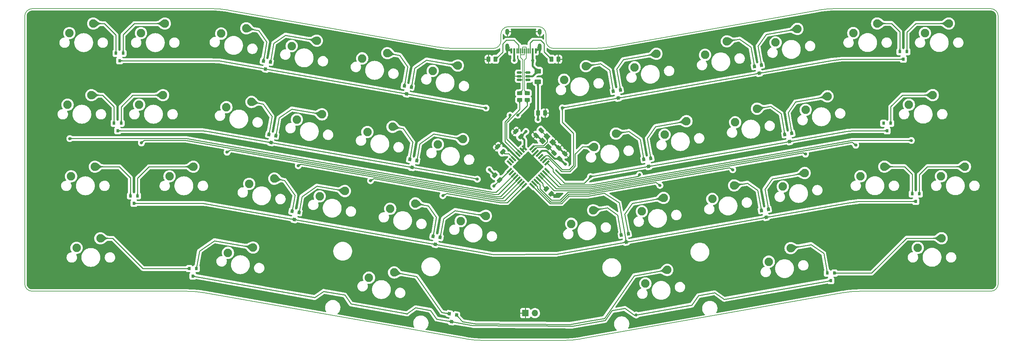
<source format=gbr>
G04 #@! TF.GenerationSoftware,KiCad,Pcbnew,6.0.5-a6ca702e91~116~ubuntu20.04.1*
G04 #@! TF.CreationDate,2022-06-01T09:33:51+02:00*
G04 #@! TF.ProjectId,3liza,336c697a-612e-46b6-9963-61645f706362,rev?*
G04 #@! TF.SameCoordinates,Original*
G04 #@! TF.FileFunction,Copper,L2,Bot*
G04 #@! TF.FilePolarity,Positive*
%FSLAX46Y46*%
G04 Gerber Fmt 4.6, Leading zero omitted, Abs format (unit mm)*
G04 Created by KiCad (PCBNEW 6.0.5-a6ca702e91~116~ubuntu20.04.1) date 2022-06-01 09:33:51*
%MOMM*%
%LPD*%
G01*
G04 APERTURE LIST*
G04 Aperture macros list*
%AMRoundRect*
0 Rectangle with rounded corners*
0 $1 Rounding radius*
0 $2 $3 $4 $5 $6 $7 $8 $9 X,Y pos of 4 corners*
0 Add a 4 corners polygon primitive as box body*
4,1,4,$2,$3,$4,$5,$6,$7,$8,$9,$2,$3,0*
0 Add four circle primitives for the rounded corners*
1,1,$1+$1,$2,$3*
1,1,$1+$1,$4,$5*
1,1,$1+$1,$6,$7*
1,1,$1+$1,$8,$9*
0 Add four rect primitives between the rounded corners*
20,1,$1+$1,$2,$3,$4,$5,0*
20,1,$1+$1,$4,$5,$6,$7,0*
20,1,$1+$1,$6,$7,$8,$9,0*
20,1,$1+$1,$8,$9,$2,$3,0*%
%AMRotRect*
0 Rectangle, with rotation*
0 The origin of the aperture is its center*
0 $1 length*
0 $2 width*
0 $3 Rotation angle, in degrees counterclockwise*
0 Add horizontal line*
21,1,$1,$2,0,0,$3*%
G04 Aperture macros list end*
G04 #@! TA.AperFunction,Profile*
%ADD10C,0.200000*%
G04 #@! TD*
G04 #@! TA.AperFunction,ComponentPad*
%ADD11C,2.250000*%
G04 #@! TD*
G04 #@! TA.AperFunction,SMDPad,CuDef*
%ADD12RotRect,0.900000X0.800000X260.000000*%
G04 #@! TD*
G04 #@! TA.AperFunction,ComponentPad*
%ADD13R,1.700000X1.700000*%
G04 #@! TD*
G04 #@! TA.AperFunction,ComponentPad*
%ADD14O,1.700000X1.700000*%
G04 #@! TD*
G04 #@! TA.AperFunction,SMDPad,CuDef*
%ADD15RoundRect,0.250000X0.159099X-0.512652X0.512652X-0.159099X-0.159099X0.512652X-0.512652X0.159099X0*%
G04 #@! TD*
G04 #@! TA.AperFunction,SMDPad,CuDef*
%ADD16R,0.800000X0.900000*%
G04 #@! TD*
G04 #@! TA.AperFunction,SMDPad,CuDef*
%ADD17RoundRect,0.250000X-0.450000X0.262500X-0.450000X-0.262500X0.450000X-0.262500X0.450000X0.262500X0*%
G04 #@! TD*
G04 #@! TA.AperFunction,SMDPad,CuDef*
%ADD18RoundRect,0.250000X0.503814X0.132583X0.132583X0.503814X-0.503814X-0.132583X-0.132583X-0.503814X0*%
G04 #@! TD*
G04 #@! TA.AperFunction,SMDPad,CuDef*
%ADD19RoundRect,0.250000X-0.250000X-0.475000X0.250000X-0.475000X0.250000X0.475000X-0.250000X0.475000X0*%
G04 #@! TD*
G04 #@! TA.AperFunction,SMDPad,CuDef*
%ADD20RotRect,0.900000X0.800000X280.000000*%
G04 #@! TD*
G04 #@! TA.AperFunction,SMDPad,CuDef*
%ADD21RotRect,1.600000X0.550000X225.000000*%
G04 #@! TD*
G04 #@! TA.AperFunction,SMDPad,CuDef*
%ADD22RotRect,1.600000X0.550000X135.000000*%
G04 #@! TD*
G04 #@! TA.AperFunction,SMDPad,CuDef*
%ADD23R,0.600000X1.450000*%
G04 #@! TD*
G04 #@! TA.AperFunction,SMDPad,CuDef*
%ADD24R,0.300000X1.450000*%
G04 #@! TD*
G04 #@! TA.AperFunction,ComponentPad*
%ADD25O,1.000000X2.100000*%
G04 #@! TD*
G04 #@! TA.AperFunction,ComponentPad*
%ADD26O,1.000000X1.600000*%
G04 #@! TD*
G04 #@! TA.AperFunction,SMDPad,CuDef*
%ADD27RoundRect,0.250000X0.262500X0.450000X-0.262500X0.450000X-0.262500X-0.450000X0.262500X-0.450000X0*%
G04 #@! TD*
G04 #@! TA.AperFunction,SMDPad,CuDef*
%ADD28RoundRect,0.250000X0.625000X-0.375000X0.625000X0.375000X-0.625000X0.375000X-0.625000X-0.375000X0*%
G04 #@! TD*
G04 #@! TA.AperFunction,SMDPad,CuDef*
%ADD29RoundRect,0.250000X0.512652X0.159099X0.159099X0.512652X-0.512652X-0.159099X-0.159099X-0.512652X0*%
G04 #@! TD*
G04 #@! TA.AperFunction,SMDPad,CuDef*
%ADD30RotRect,1.400000X1.200000X315.000000*%
G04 #@! TD*
G04 #@! TA.AperFunction,SMDPad,CuDef*
%ADD31RoundRect,0.250000X-0.159099X0.512652X-0.512652X0.159099X0.159099X-0.512652X0.512652X-0.159099X0*%
G04 #@! TD*
G04 #@! TA.AperFunction,SMDPad,CuDef*
%ADD32RoundRect,0.150000X-0.512500X-0.150000X0.512500X-0.150000X0.512500X0.150000X-0.512500X0.150000X0*%
G04 #@! TD*
G04 #@! TA.AperFunction,SMDPad,CuDef*
%ADD33RoundRect,0.250000X-0.262500X-0.450000X0.262500X-0.450000X0.262500X0.450000X-0.262500X0.450000X0*%
G04 #@! TD*
G04 #@! TA.AperFunction,ViaPad*
%ADD34C,0.800000*%
G04 #@! TD*
G04 #@! TA.AperFunction,Conductor*
%ADD35C,0.500000*%
G04 #@! TD*
G04 #@! TA.AperFunction,Conductor*
%ADD36C,0.250000*%
G04 #@! TD*
G04 #@! TA.AperFunction,Conductor*
%ADD37C,0.200000*%
G04 #@! TD*
G04 APERTURE END LIST*
D10*
X161176369Y-72788356D02*
X171570538Y-72788357D01*
X20472284Y-135409792D02*
X20472281Y-64209790D01*
X149176370Y-66988370D02*
G75*
G03*
X147176370Y-68988357I30J-2000030D01*
G01*
X235938988Y-62209792D02*
X277502783Y-62209794D01*
X130267347Y-72393357D02*
G75*
G03*
X134782198Y-72788356I4514853J25604957D01*
G01*
X235938988Y-62209789D02*
G75*
G03*
X231771433Y-62574406I12J-23999911D01*
G01*
X22472283Y-62209795D02*
X70413751Y-62209792D01*
X149176370Y-66988357D02*
X157176369Y-66988356D01*
X279502806Y-64209792D02*
G75*
G03*
X277502783Y-62209794I-2000006J-8D01*
G01*
X159176444Y-70788357D02*
G75*
G03*
X161176369Y-72788356I1999956J-43D01*
G01*
X22472283Y-62209781D02*
G75*
G03*
X20472281Y-64209790I17J-2000019D01*
G01*
X74581306Y-62574403D02*
X130267347Y-72393357D01*
X137930137Y-150104594D02*
X68174476Y-137804790D01*
X164255046Y-150469218D02*
G75*
G03*
X168422602Y-150104596I-46J24000018D01*
G01*
X74581305Y-62574410D02*
G75*
G03*
X70413751Y-62209792I-4167605J-23635690D01*
G01*
X279502781Y-64209792D02*
X279502782Y-135409792D01*
X242693115Y-137409791D02*
G75*
G03*
X238178261Y-137804790I-15J-25999809D01*
G01*
X20472308Y-135409792D02*
G75*
G03*
X22472282Y-137409792I1999992J-8D01*
G01*
X277502783Y-137409782D02*
G75*
G03*
X279502782Y-135409792I17J1999982D01*
G01*
X68174476Y-137804790D02*
G75*
G03*
X63659623Y-137409795I-4514876J-25605510D01*
G01*
X176085394Y-72393358D02*
X231771433Y-62574406D01*
X145176368Y-72788370D02*
G75*
G03*
X147176370Y-70788358I32J1999970D01*
G01*
X277502783Y-137409795D02*
X242693115Y-137409794D01*
X238178261Y-137804790D02*
X168422602Y-150104596D01*
X147176370Y-70788358D02*
X147176370Y-68988357D01*
X164255046Y-150469211D02*
X142097693Y-150469210D01*
X171570538Y-72788364D02*
G75*
G03*
X176085394Y-72393358I-38J25999964D01*
G01*
X159176344Y-68988358D02*
G75*
G03*
X157176369Y-66988356I-1999944J58D01*
G01*
X159176365Y-68988358D02*
X159176369Y-70788357D01*
X63659623Y-137409795D02*
X22472282Y-137409792D01*
X134782198Y-72788356D02*
X145176368Y-72788354D01*
X137930138Y-150104589D02*
G75*
G03*
X142097693Y-150469210I4167562J23634989D01*
G01*
D11*
G04 #@! TO.P,MX22,1,COL*
G04 #@! TO.N,col9*
X228255469Y-89132068D03*
G04 #@! TO.P,MX22,2,ROW*
G04 #@! TO.N,Net-(D11-Pad3)*
X234067932Y-85527990D03*
G04 #@! TD*
G04 #@! TO.P,MX39,1,COL*
G04 #@! TO.N,col7*
X185624922Y-135336737D03*
G04 #@! TO.P,MX39,2,ROW*
G04 #@! TO.N,Net-(D20-Pad3)*
X191437385Y-131732659D03*
G04 #@! TD*
G04 #@! TO.P,MX30,1,COL*
G04 #@! TO.N,col6*
X165901408Y-119470648D03*
G04 #@! TO.P,MX30,2,ROW*
G04 #@! TO.N,Net-(D16-Pad2)*
X171713871Y-115866570D03*
G04 #@! TD*
G04 #@! TO.P,MX27,1,COL*
G04 #@! TO.N,col3*
X98953199Y-112140512D03*
G04 #@! TO.P,MX27,2,ROW*
G04 #@! TO.N,Net-(D14-Pad3)*
X105647794Y-110741766D03*
G04 #@! TD*
G04 #@! TO.P,MX13,1,COL*
G04 #@! TO.N,col0*
X31870431Y-87761443D03*
G04 #@! TO.P,MX13,2,ROW*
G04 #@! TO.N,Net-(D7-Pad2)*
X38220431Y-85221443D03*
G04 #@! TD*
G04 #@! TO.P,MX40,1,COL*
G04 #@! TO.N,col9*
X218455952Y-129547742D03*
G04 #@! TO.P,MX40,2,ROW*
G04 #@! TO.N,Net-(D21-Pad2)*
X224268415Y-125943664D03*
G04 #@! TD*
G04 #@! TO.P,MX11,1,COL*
G04 #@! TO.N,col10*
X240946485Y-68694792D03*
G04 #@! TO.P,MX11,2,ROW*
G04 #@! TO.N,Net-(D6-Pad2)*
X247296485Y-66154792D03*
G04 #@! TD*
G04 #@! TO.P,MX36,1,COL*
G04 #@! TO.N,col0*
X34255733Y-125863843D03*
G04 #@! TO.P,MX36,2,ROW*
G04 #@! TO.N,Net-(D19-Pad2)*
X40605733Y-123323843D03*
G04 #@! TD*
G04 #@! TO.P,MX26,1,COL*
G04 #@! TO.N,col2*
X80192611Y-108832514D03*
G04 #@! TO.P,MX26,2,ROW*
G04 #@! TO.N,Net-(D14-Pad2)*
X86887206Y-107433768D03*
G04 #@! TD*
G04 #@! TO.P,MX14,1,COL*
G04 #@! TO.N,col1*
X50920434Y-87761442D03*
G04 #@! TO.P,MX14,2,ROW*
G04 #@! TO.N,Net-(D7-Pad3)*
X57270434Y-85221442D03*
G04 #@! TD*
G04 #@! TO.P,MX31,1,COL*
G04 #@! TO.N,col7*
X184661999Y-116162649D03*
G04 #@! TO.P,MX31,2,ROW*
G04 #@! TO.N,Net-(D16-Pad3)*
X190474462Y-112558571D03*
G04 #@! TD*
G04 #@! TO.P,MX15,1,COL*
G04 #@! TO.N,col2*
X74120315Y-88417931D03*
G04 #@! TO.P,MX15,2,ROW*
G04 #@! TO.N,Net-(D8-Pad2)*
X80814910Y-87019185D03*
G04 #@! TD*
G04 #@! TO.P,MX21,1,COL*
G04 #@! TO.N,col8*
X209494879Y-92440065D03*
G04 #@! TO.P,MX21,2,ROW*
G04 #@! TO.N,Net-(D11-Pad2)*
X215307342Y-88835987D03*
G04 #@! TD*
G04 #@! TO.P,MX33,1,COL*
G04 #@! TO.N,col9*
X222183173Y-109546655D03*
G04 #@! TO.P,MX33,2,ROW*
G04 #@! TO.N,Net-(D17-Pad3)*
X227995636Y-105942577D03*
G04 #@! TD*
G04 #@! TO.P,MX37,1,COL*
G04 #@! TO.N,col2*
X74539543Y-127179603D03*
G04 #@! TO.P,MX37,2,ROW*
G04 #@! TO.N,Net-(D19-Pad3)*
X81234138Y-125780857D03*
G04 #@! TD*
G04 #@! TO.P,MX23,1,COL*
G04 #@! TO.N,col11*
X255722932Y-87744793D03*
G04 #@! TO.P,MX23,2,ROW*
G04 #@! TO.N,Net-(D12-Pad3)*
X262072932Y-85204793D03*
G04 #@! TD*
G04 #@! TO.P,MX5,1,COL*
G04 #@! TO.N,col4*
X110259343Y-75446336D03*
G04 #@! TO.P,MX5,2,ROW*
G04 #@! TO.N,Net-(D3-Pad2)*
X116953938Y-74047590D03*
G04 #@! TD*
G04 #@! TO.P,MX9,1,COL*
G04 #@! TO.N,col8*
X201496737Y-74506476D03*
G04 #@! TO.P,MX9,2,ROW*
G04 #@! TO.N,Net-(D5-Pad2)*
X207309200Y-70902398D03*
G04 #@! TD*
G04 #@! TO.P,MX19,1,COL*
G04 #@! TO.N,col6*
X171973707Y-99056062D03*
G04 #@! TO.P,MX19,2,ROW*
G04 #@! TO.N,Net-(D10-Pad2)*
X177786170Y-95451984D03*
G04 #@! TD*
G04 #@! TO.P,MX18,1,COL*
G04 #@! TO.N,col5*
X130402079Y-98341921D03*
G04 #@! TO.P,MX18,2,ROW*
G04 #@! TO.N,Net-(D9-Pad3)*
X137096674Y-96943175D03*
G04 #@! TD*
G04 #@! TO.P,MX24,1,COL*
G04 #@! TO.N,col0*
X32803884Y-106811443D03*
G04 #@! TO.P,MX24,2,ROW*
G04 #@! TO.N,Net-(D13-Pad2)*
X39153884Y-104271443D03*
G04 #@! TD*
G04 #@! TO.P,MX10,1,COL*
G04 #@! TO.N,col9*
X220257323Y-71198478D03*
G04 #@! TO.P,MX10,2,ROW*
G04 #@! TO.N,Net-(D5-Pad3)*
X226069786Y-67594400D03*
G04 #@! TD*
G04 #@! TO.P,MX16,1,COL*
G04 #@! TO.N,col3*
X92880905Y-91725925D03*
G04 #@! TO.P,MX16,2,ROW*
G04 #@! TO.N,Net-(D8-Pad3)*
X99575500Y-90327179D03*
G04 #@! TD*
G04 #@! TO.P,MX17,1,COL*
G04 #@! TO.N,col4*
X111641491Y-95033922D03*
G04 #@! TO.P,MX17,2,ROW*
G04 #@! TO.N,Net-(D9-Pad2)*
X118336086Y-93635176D03*
G04 #@! TD*
G04 #@! TO.P,MX29,1,COL*
G04 #@! TO.N,col5*
X136474376Y-118756508D03*
G04 #@! TO.P,MX29,2,ROW*
G04 #@! TO.N,Net-(D15-Pad3)*
X143168971Y-117357762D03*
G04 #@! TD*
G04 #@! TO.P,MX28,1,COL*
G04 #@! TO.N,col4*
X117713787Y-115448510D03*
G04 #@! TO.P,MX28,2,ROW*
G04 #@! TO.N,Net-(D15-Pad2)*
X124408382Y-114049764D03*
G04 #@! TD*
G04 #@! TO.P,MX34,1,COL*
G04 #@! TO.N,col10*
X242870534Y-106794791D03*
G04 #@! TO.P,MX34,2,ROW*
G04 #@! TO.N,Net-(D18-Pad2)*
X249220534Y-104254791D03*
G04 #@! TD*
G04 #@! TO.P,MX7,1,COL*
G04 #@! TO.N,col6*
X163975561Y-81122472D03*
G04 #@! TO.P,MX7,2,ROW*
G04 #@! TO.N,Net-(D4-Pad2)*
X169788024Y-77518394D03*
G04 #@! TD*
G04 #@! TO.P,MX6,1,COL*
G04 #@! TO.N,col5*
X129019929Y-78754334D03*
G04 #@! TO.P,MX6,2,ROW*
G04 #@! TO.N,Net-(D3-Pad3)*
X135714524Y-77355588D03*
G04 #@! TD*
G04 #@! TO.P,MX4,1,COL*
G04 #@! TO.N,col3*
X91498754Y-72138338D03*
G04 #@! TO.P,MX4,2,ROW*
G04 #@! TO.N,Net-(D2-Pad3)*
X98193349Y-70739592D03*
G04 #@! TD*
G04 #@! TO.P,MX25,1,COL*
G04 #@! TO.N,col1*
X58997633Y-106811442D03*
G04 #@! TO.P,MX25,2,ROW*
G04 #@! TO.N,Net-(D13-Pad3)*
X65347633Y-104271442D03*
G04 #@! TD*
G04 #@! TO.P,MX3,1,COL*
G04 #@! TO.N,col2*
X72738167Y-68830342D03*
G04 #@! TO.P,MX3,2,ROW*
G04 #@! TO.N,Net-(D2-Pad2)*
X79432762Y-67431596D03*
G04 #@! TD*
G04 #@! TO.P,MX32,1,COL*
G04 #@! TO.N,col8*
X203422585Y-112854653D03*
G04 #@! TO.P,MX32,2,ROW*
G04 #@! TO.N,Net-(D17-Pad2)*
X209235048Y-109250575D03*
G04 #@! TD*
G04 #@! TO.P,MX2,1,COL*
G04 #@! TO.N,col1*
X51400631Y-68711443D03*
G04 #@! TO.P,MX2,2,ROW*
G04 #@! TO.N,Net-(D1-Pad3)*
X57750631Y-66171443D03*
G04 #@! TD*
G04 #@! TO.P,MX1,1,COL*
G04 #@! TO.N,col0*
X32350631Y-68711442D03*
G04 #@! TO.P,MX1,2,ROW*
G04 #@! TO.N,Net-(D1-Pad2)*
X38700631Y-66171442D03*
G04 #@! TD*
G04 #@! TO.P,MX38,1,COL*
G04 #@! TO.N,col4*
X112060717Y-133795597D03*
G04 #@! TO.P,MX38,2,ROW*
G04 #@! TO.N,Net-(D20-Pad2)*
X118755312Y-132396851D03*
G04 #@! TD*
G04 #@! TO.P,MX41,1,COL*
G04 #@! TO.N,col11*
X258085134Y-125844792D03*
G04 #@! TO.P,MX41,2,ROW*
G04 #@! TO.N,Net-(D21-Pad3)*
X264435134Y-123304792D03*
G04 #@! TD*
G04 #@! TO.P,MX20,1,COL*
G04 #@! TO.N,col7*
X190734294Y-95748064D03*
G04 #@! TO.P,MX20,2,ROW*
G04 #@! TO.N,Net-(D10-Pad3)*
X196546757Y-92143986D03*
G04 #@! TD*
G04 #@! TO.P,MX8,1,COL*
G04 #@! TO.N,col7*
X182736148Y-77814472D03*
G04 #@! TO.P,MX8,2,ROW*
G04 #@! TO.N,Net-(D4-Pad3)*
X188548611Y-74210394D03*
G04 #@! TD*
G04 #@! TO.P,MX12,1,COL*
G04 #@! TO.N,col11*
X259996484Y-68694791D03*
G04 #@! TO.P,MX12,2,ROW*
G04 #@! TO.N,Net-(D6-Pad3)*
X266346484Y-66154791D03*
G04 #@! TD*
G04 #@! TO.P,MX35,1,COL*
G04 #@! TO.N,col11*
X264282733Y-106794792D03*
G04 #@! TO.P,MX35,2,ROW*
G04 #@! TO.N,Net-(D18-Pad3)*
X270632733Y-104254792D03*
G04 #@! TD*
D12*
G04 #@! TO.P,D15,1,K*
G04 #@! TO.N,row2*
X129707920Y-124903748D03*
G04 #@! TO.P,D15,2,A1*
G04 #@! TO.N,Net-(D15-Pad2)*
X129119649Y-122769166D03*
G04 #@! TO.P,D15,3,A2*
G04 #@! TO.N,Net-(D15-Pad3)*
X130990784Y-123099098D03*
G04 #@! TD*
D13*
G04 #@! TO.P,RESET,1,1*
G04 #@! TO.N,GND*
X153679004Y-143230695D03*
D14*
G04 #@! TO.P,RESET,2,2*
G04 #@! TO.N,Net-(R6-Pad1)*
X156219004Y-143230695D03*
G04 #@! TD*
D15*
G04 #@! TO.P,C5,1*
G04 #@! TO.N,Net-(C5-Pad1)*
X161258357Y-100614737D03*
G04 #@! TO.P,C5,2*
G04 #@! TO.N,GND*
X162601859Y-99271235D03*
G04 #@! TD*
D16*
G04 #@! TO.P,D12,1,K*
G04 #@! TO.N,row1*
X249950005Y-94700694D03*
G04 #@! TO.P,D12,2,A1*
G04 #@! TO.N,unconnected-(D12-Pad2)*
X249000005Y-92700694D03*
G04 #@! TO.P,D12,3,A2*
G04 #@! TO.N,Net-(D12-Pad3)*
X250900005Y-92700694D03*
G04 #@! TD*
D17*
G04 #@! TO.P,R4,1*
G04 #@! TO.N,D-*
X152146772Y-84676679D03*
G04 #@! TO.P,R4,2*
G04 #@! TO.N,Net-(R4-Pad2)*
X152146772Y-86501679D03*
G04 #@! TD*
D18*
G04 #@! TO.P,R6,1*
G04 #@! TO.N,Net-(R6-Pad1)*
X146848407Y-107824414D03*
G04 #@! TO.P,R6,2*
G04 #@! TO.N,+5V*
X145557937Y-106533944D03*
G04 #@! TD*
D12*
G04 #@! TO.P,D20,1,K*
G04 #@! TO.N,row3*
X134066089Y-145531921D03*
G04 #@! TO.P,D20,2,A1*
G04 #@! TO.N,Net-(D20-Pad2)*
X133477818Y-143397339D03*
G04 #@! TO.P,D20,3,A2*
G04 #@! TO.N,Net-(D20-Pad3)*
X135348953Y-143727271D03*
G04 #@! TD*
D16*
G04 #@! TO.P,D19,1,K*
G04 #@! TO.N,row3*
X65200774Y-133373682D03*
G04 #@! TO.P,D19,2,A1*
G04 #@! TO.N,Net-(D19-Pad2)*
X64250774Y-131373682D03*
G04 #@! TO.P,D19,3,A2*
G04 #@! TO.N,Net-(D19-Pad3)*
X66150774Y-131373682D03*
G04 #@! TD*
D17*
G04 #@! TO.P,R3,1*
G04 #@! TO.N,D+*
X154192003Y-84667341D03*
G04 #@! TO.P,R3,2*
G04 #@! TO.N,Net-(R3-Pad2)*
X154192003Y-86492341D03*
G04 #@! TD*
D16*
G04 #@! TO.P,D18,1,K*
G04 #@! TO.N,row2*
X257570004Y-113496693D03*
G04 #@! TO.P,D18,2,A1*
G04 #@! TO.N,Net-(D18-Pad2)*
X256620004Y-111496693D03*
G04 #@! TO.P,D18,3,A2*
G04 #@! TO.N,Net-(D18-Pad3)*
X258520004Y-111496693D03*
G04 #@! TD*
G04 #@! TO.P,D1,1,K*
G04 #@! TO.N,row0*
X45690333Y-76070189D03*
G04 #@! TO.P,D1,2,A1*
G04 #@! TO.N,Net-(D1-Pad2)*
X44740333Y-74070189D03*
G04 #@! TO.P,D1,3,A2*
G04 #@! TO.N,Net-(D1-Pad3)*
X46640333Y-74070189D03*
G04 #@! TD*
G04 #@! TO.P,D6,1,K*
G04 #@! TO.N,row0*
X254268004Y-75650693D03*
G04 #@! TO.P,D6,2,A1*
G04 #@! TO.N,Net-(D6-Pad2)*
X253318004Y-73650693D03*
G04 #@! TO.P,D6,3,A2*
G04 #@! TO.N,Net-(D6-Pad3)*
X255218004Y-73650693D03*
G04 #@! TD*
D19*
G04 #@! TO.P,C1,1*
G04 #@! TO.N,+5V*
X157026604Y-89966893D03*
G04 #@! TO.P,C1,2*
G04 #@! TO.N,GND*
X158926604Y-89966893D03*
G04 #@! TD*
D20*
G04 #@! TO.P,D16,1,K*
G04 #@! TO.N,row2*
X180477553Y-124302514D03*
G04 #@! TO.P,D16,2,A1*
G04 #@! TO.N,Net-(D16-Pad2)*
X179194689Y-122497864D03*
G04 #@! TO.P,D16,3,A2*
G04 #@! TO.N,Net-(D16-Pad3)*
X181065824Y-122167932D03*
G04 #@! TD*
D12*
G04 #@! TO.P,D9,1,K*
G04 #@! TO.N,row1*
X123510556Y-104467106D03*
G04 #@! TO.P,D9,2,A1*
G04 #@! TO.N,Net-(D9-Pad2)*
X122922285Y-102332524D03*
G04 #@! TO.P,D9,3,A2*
G04 #@! TO.N,Net-(D9-Pad3)*
X124793420Y-102662456D03*
G04 #@! TD*
G04 #@! TO.P,D2,1,K*
G04 #@! TO.N,row0*
X84544699Y-78252498D03*
G04 #@! TO.P,D2,2,A1*
G04 #@! TO.N,Net-(D2-Pad2)*
X83956428Y-76117916D03*
G04 #@! TO.P,D2,3,A2*
G04 #@! TO.N,Net-(D2-Pad3)*
X85827563Y-76447848D03*
G04 #@! TD*
D21*
G04 #@! TO.P,U1,1,XTAL1*
G04 #@! TO.N,Net-(C4-Pad1)*
X155435001Y-99291408D03*
G04 #@! TO.P,U1,2,PC0/XTAL2*
G04 #@! TO.N,Net-(C5-Pad1)*
X156000686Y-99857094D03*
G04 #@! TO.P,U1,3,GND*
G04 #@! TO.N,GND*
X156566372Y-100422779D03*
G04 #@! TO.P,U1,4,VCC*
G04 #@! TO.N,+5V*
X157132057Y-100988464D03*
G04 #@! TO.P,U1,5,PC2*
G04 #@! TO.N,unconnected-(U1-Pad5)*
X157697743Y-101554150D03*
G04 #@! TO.P,U1,6,PD0*
G04 #@! TO.N,row0*
X158263428Y-102119835D03*
G04 #@! TO.P,U1,7,PD1*
G04 #@! TO.N,col6*
X158829113Y-102685521D03*
G04 #@! TO.P,U1,8,PD2*
G04 #@! TO.N,row1*
X159394799Y-103251206D03*
D22*
G04 #@! TO.P,U1,9,PD3*
G04 #@! TO.N,row3*
X159394799Y-105301816D03*
G04 #@! TO.P,U1,10,PD4*
G04 #@! TO.N,col11*
X158829113Y-105867501D03*
G04 #@! TO.P,U1,11,PD5*
G04 #@! TO.N,col10*
X158263428Y-106433187D03*
G04 #@! TO.P,U1,12,PD6*
G04 #@! TO.N,col9*
X157697743Y-106998872D03*
G04 #@! TO.P,U1,13,~{HWB}/PD7*
G04 #@! TO.N,Net-(R5-Pad2)*
X157132057Y-107564558D03*
G04 #@! TO.P,U1,14,PB0*
G04 #@! TO.N,col8*
X156566372Y-108130243D03*
G04 #@! TO.P,U1,15,PB1*
G04 #@! TO.N,col7*
X156000686Y-108695928D03*
G04 #@! TO.P,U1,16,PB2*
G04 #@! TO.N,row2*
X155435001Y-109261614D03*
D21*
G04 #@! TO.P,U1,17,PB3*
G04 #@! TO.N,col5*
X153384391Y-109261614D03*
G04 #@! TO.P,U1,18,PB4*
G04 #@! TO.N,col4*
X152818706Y-108695928D03*
G04 #@! TO.P,U1,19,PB5*
G04 #@! TO.N,col3*
X152253020Y-108130243D03*
G04 #@! TO.P,U1,20,PB6*
G04 #@! TO.N,col2*
X151687335Y-107564558D03*
G04 #@! TO.P,U1,21,PB7*
G04 #@! TO.N,col1*
X151121649Y-106998872D03*
G04 #@! TO.P,U1,22,PC7*
G04 #@! TO.N,col0*
X150555964Y-106433187D03*
G04 #@! TO.P,U1,23,PC6*
G04 #@! TO.N,unconnected-(U1-Pad23)*
X149990279Y-105867501D03*
G04 #@! TO.P,U1,24,PC1/~{RESET}*
G04 #@! TO.N,Net-(R6-Pad1)*
X149424593Y-105301816D03*
D22*
G04 #@! TO.P,U1,25,PC5*
G04 #@! TO.N,unconnected-(U1-Pad25)*
X149424593Y-103251206D03*
G04 #@! TO.P,U1,26,PC4*
G04 #@! TO.N,unconnected-(U1-Pad26)*
X149990279Y-102685521D03*
G04 #@! TO.P,U1,27,UCAP*
G04 #@! TO.N,Net-(C6-Pad1)*
X150555964Y-102119835D03*
G04 #@! TO.P,U1,28,UGND*
G04 #@! TO.N,GND*
X151121649Y-101554150D03*
G04 #@! TO.P,U1,29,D+*
G04 #@! TO.N,Net-(R3-Pad2)*
X151687335Y-100988464D03*
G04 #@! TO.P,U1,30,D-*
G04 #@! TO.N,Net-(R4-Pad2)*
X152253020Y-100422779D03*
G04 #@! TO.P,U1,31,UVCC*
G04 #@! TO.N,+5V*
X152818706Y-99857094D03*
G04 #@! TO.P,U1,32,AVCC*
X153384391Y-99291408D03*
G04 #@! TD*
D15*
G04 #@! TO.P,C3,1*
G04 #@! TO.N,+5V*
X162820924Y-102177301D03*
G04 #@! TO.P,C3,2*
G04 #@! TO.N,GND*
X164164426Y-100833799D03*
G04 #@! TD*
D16*
G04 #@! TO.P,D13,1,K*
G04 #@! TO.N,row2*
X49525732Y-114017791D03*
G04 #@! TO.P,D13,2,A1*
G04 #@! TO.N,Net-(D13-Pad2)*
X48575732Y-112017791D03*
G04 #@! TO.P,D13,3,A2*
G04 #@! TO.N,Net-(D13-Pad3)*
X50475732Y-112017791D03*
G04 #@! TD*
D23*
G04 #@! TO.P,USB1,A1,GND*
G04 #@! TO.N,GND*
X149933131Y-73425591D03*
G04 #@! TO.P,USB1,A4,VBUS*
G04 #@! TO.N,VCC*
X150733131Y-73425591D03*
D24*
G04 #@! TO.P,USB1,A5,CC1*
G04 #@! TO.N,Net-(R1-Pad2)*
X151933131Y-73425591D03*
G04 #@! TO.P,USB1,A6,D+*
G04 #@! TO.N,D+*
X152933131Y-73425591D03*
G04 #@! TO.P,USB1,A7,D-*
G04 #@! TO.N,D-*
X153433131Y-73425591D03*
G04 #@! TO.P,USB1,A8,SBU1*
G04 #@! TO.N,unconnected-(USB1-PadA8)*
X154433131Y-73425591D03*
D23*
G04 #@! TO.P,USB1,A9,VBUS*
G04 #@! TO.N,VCC*
X155633131Y-73425591D03*
G04 #@! TO.P,USB1,A12,GND*
G04 #@! TO.N,GND*
X156433131Y-73425591D03*
G04 #@! TO.P,USB1,B1,GND*
X156433131Y-73425591D03*
G04 #@! TO.P,USB1,B4,VBUS*
G04 #@! TO.N,VCC*
X155633131Y-73425591D03*
D24*
G04 #@! TO.P,USB1,B5,CC2*
G04 #@! TO.N,Net-(R2-Pad2)*
X154933131Y-73425591D03*
G04 #@! TO.P,USB1,B6,D+*
G04 #@! TO.N,D+*
X153933131Y-73425591D03*
G04 #@! TO.P,USB1,B7,D-*
G04 #@! TO.N,D-*
X152433131Y-73425591D03*
G04 #@! TO.P,USB1,B8,SBU2*
G04 #@! TO.N,unconnected-(USB1-PadB8)*
X151433131Y-73425591D03*
D23*
G04 #@! TO.P,USB1,B9,VBUS*
G04 #@! TO.N,VCC*
X150733131Y-73425591D03*
G04 #@! TO.P,USB1,B12,GND*
G04 #@! TO.N,GND*
X149933131Y-73425591D03*
D25*
G04 #@! TO.P,USB1,S1,SHIELD*
X148863131Y-72510591D03*
D26*
X157503131Y-68330591D03*
X148863131Y-68330591D03*
D25*
X157503131Y-72510591D03*
G04 #@! TD*
D27*
G04 #@! TO.P,R2,1*
G04 #@! TO.N,GND*
X162470505Y-75666695D03*
G04 #@! TO.P,R2,2*
G04 #@! TO.N,Net-(R2-Pad2)*
X160645505Y-75666695D03*
G04 #@! TD*
D12*
G04 #@! TO.P,D14,1,K*
G04 #@! TO.N,row2*
X92186745Y-118287749D03*
G04 #@! TO.P,D14,2,A1*
G04 #@! TO.N,Net-(D14-Pad2)*
X91598474Y-116153167D03*
G04 #@! TO.P,D14,3,A2*
G04 #@! TO.N,Net-(D14-Pad3)*
X93469609Y-116483099D03*
G04 #@! TD*
D28*
G04 #@! TO.P,F1,1*
G04 #@! TO.N,+5V*
X156986004Y-81638694D03*
G04 #@! TO.P,F1,2*
G04 #@! TO.N,VCC*
X156986004Y-78838694D03*
G04 #@! TD*
D18*
G04 #@! TO.P,R5,1*
G04 #@! TO.N,GND*
X160560714Y-111456631D03*
G04 #@! TO.P,R5,2*
G04 #@! TO.N,Net-(R5-Pad2)*
X159270244Y-110166161D03*
G04 #@! TD*
D20*
G04 #@! TO.P,D17,1,K*
G04 #@! TO.N,row2*
X217748589Y-117730626D03*
G04 #@! TO.P,D17,2,A1*
G04 #@! TO.N,Net-(D17-Pad2)*
X216465725Y-115925976D03*
G04 #@! TO.P,D17,3,A2*
G04 #@! TO.N,Net-(D17-Pad3)*
X218336860Y-115596044D03*
G04 #@! TD*
D29*
G04 #@! TO.P,C2,1*
G04 #@! TO.N,+5V*
X152490093Y-96250332D03*
G04 #@! TO.P,C2,2*
G04 #@! TO.N,GND*
X151146591Y-94906830D03*
G04 #@! TD*
D30*
G04 #@! TO.P,X1,1,1*
G04 #@! TO.N,Net-(C4-Pad1)*
X159418466Y-96229261D03*
G04 #@! TO.P,X1,2,2*
G04 #@! TO.N,GND*
X160974101Y-97784896D03*
G04 #@! TO.P,X1,3,3*
G04 #@! TO.N,Net-(C5-Pad1)*
X159772020Y-98986977D03*
G04 #@! TO.P,X1,4,4*
G04 #@! TO.N,GND*
X158216385Y-97431342D03*
G04 #@! TD*
D31*
G04 #@! TO.P,C4,1*
G04 #@! TO.N,Net-(C4-Pad1)*
X157932127Y-94601502D03*
G04 #@! TO.P,C4,2*
G04 #@! TO.N,GND*
X156588625Y-95945004D03*
G04 #@! TD*
D16*
G04 #@! TO.P,D7,1,K*
G04 #@! TO.N,row1*
X45182331Y-94688390D03*
G04 #@! TO.P,D7,2,A1*
G04 #@! TO.N,Net-(D7-Pad2)*
X44232331Y-92688390D03*
G04 #@! TO.P,D7,3,A2*
G04 #@! TO.N,Net-(D7-Pad3)*
X46132331Y-92688390D03*
G04 #@! TD*
D20*
G04 #@! TO.P,D4,1,K*
G04 #@! TO.N,row0*
X178364097Y-85987419D03*
G04 #@! TO.P,D4,2,A1*
G04 #@! TO.N,Net-(D4-Pad2)*
X177081233Y-84182769D03*
G04 #@! TO.P,D4,3,A2*
G04 #@! TO.N,Net-(D4-Pad3)*
X178952368Y-83852837D03*
G04 #@! TD*
D32*
G04 #@! TO.P,U2,1,IO1*
G04 #@! TO.N,D-*
X152089303Y-81137895D03*
G04 #@! TO.P,U2,2,VN*
G04 #@! TO.N,GND*
X152089303Y-80187895D03*
G04 #@! TO.P,U2,3,IO2*
G04 #@! TO.N,unconnected-(U2-Pad3)*
X152089303Y-79237895D03*
G04 #@! TO.P,U2,4,IO3*
G04 #@! TO.N,D+*
X154364303Y-79237895D03*
G04 #@! TO.P,U2,5,VP*
G04 #@! TO.N,VCC*
X154364303Y-80187895D03*
G04 #@! TO.P,U2,6,IO4*
G04 #@! TO.N,unconnected-(U2-Pad6)*
X154364303Y-81137895D03*
G04 #@! TD*
D16*
G04 #@! TO.P,D21,1,K*
G04 #@! TO.N,row3*
X234964005Y-134578694D03*
G04 #@! TO.P,D21,2,A1*
G04 #@! TO.N,Net-(D21-Pad2)*
X234014005Y-132578694D03*
G04 #@! TO.P,D21,3,A2*
G04 #@! TO.N,Net-(D21-Pad3)*
X235914005Y-132578694D03*
G04 #@! TD*
D12*
G04 #@! TO.P,D8,1,K*
G04 #@! TO.N,row1*
X85989381Y-97851108D03*
G04 #@! TO.P,D8,2,A1*
G04 #@! TO.N,Net-(D8-Pad2)*
X85401110Y-95716526D03*
G04 #@! TO.P,D8,3,A2*
G04 #@! TO.N,Net-(D8-Pad3)*
X87272245Y-96046458D03*
G04 #@! TD*
D20*
G04 #@! TO.P,D10,1,K*
G04 #@! TO.N,row1*
X186468886Y-104160120D03*
G04 #@! TO.P,D10,2,A1*
G04 #@! TO.N,Net-(D10-Pad2)*
X185186022Y-102355470D03*
G04 #@! TO.P,D10,3,A2*
G04 #@! TO.N,Net-(D10-Pad3)*
X187057157Y-102025538D03*
G04 #@! TD*
D12*
G04 #@! TO.P,D3,1,K*
G04 #@! TO.N,row0*
X122065872Y-84868492D03*
G04 #@! TO.P,D3,2,A1*
G04 #@! TO.N,Net-(D3-Pad2)*
X121477601Y-82733910D03*
G04 #@! TO.P,D3,3,A2*
G04 #@! TO.N,Net-(D3-Pad3)*
X123348736Y-83063842D03*
G04 #@! TD*
D29*
G04 #@! TO.P,C6,1*
G04 #@! TO.N,Net-(C6-Pad1)*
X147676673Y-100309407D03*
G04 #@! TO.P,C6,2*
G04 #@! TO.N,GND*
X146333171Y-98965905D03*
G04 #@! TD*
D33*
G04 #@! TO.P,R1,1*
G04 #@! TO.N,GND*
X143881504Y-75666695D03*
G04 #@! TO.P,R1,2*
G04 #@! TO.N,Net-(R1-Pad2)*
X145706504Y-75666695D03*
G04 #@! TD*
D20*
G04 #@! TO.P,D5,1,K*
G04 #@! TO.N,row0*
X215885274Y-79371423D03*
G04 #@! TO.P,D5,2,A1*
G04 #@! TO.N,Net-(D5-Pad2)*
X214602410Y-77566773D03*
G04 #@! TO.P,D5,3,A2*
G04 #@! TO.N,Net-(D5-Pad3)*
X216473545Y-77236841D03*
G04 #@! TD*
G04 #@! TO.P,D11,1,K*
G04 #@! TO.N,row1*
X223990062Y-97544126D03*
G04 #@! TO.P,D11,2,A1*
G04 #@! TO.N,Net-(D11-Pad2)*
X222707198Y-95739476D03*
G04 #@! TO.P,D11,3,A2*
G04 #@! TO.N,Net-(D11-Pad3)*
X224578333Y-95409544D03*
G04 #@! TD*
D34*
G04 #@! TO.N,+5V*
X157022800Y-91744800D03*
X164338772Y-103623178D03*
X153823171Y-94885579D03*
X144069572Y-105045579D03*
G04 #@! TO.N,GND*
X162357572Y-111801979D03*
G04 #@! TO.N,row0*
X163501449Y-88606670D03*
X143206132Y-88649556D03*
G04 #@! TO.N,row1*
X171005863Y-106886670D03*
X140898698Y-107586571D03*
G04 #@! TO.N,row3*
X184049807Y-106417813D03*
X183180413Y-143709538D03*
G04 #@! TO.N,VCC*
X150737605Y-75971495D03*
X155665205Y-76022295D03*
G04 #@! TO.N,col0*
X32461972Y-96774772D03*
G04 #@! TO.N,col1*
X51511972Y-97933578D03*
G04 #@! TO.N,col2*
X74290181Y-100402969D03*
G04 #@! TO.N,col3*
X93251174Y-103997176D03*
G04 #@! TO.N,col4*
X112484145Y-107979807D03*
G04 #@! TO.N,col5*
X131717115Y-111962436D03*
G04 #@! TO.N,col7*
X189490140Y-109267347D03*
G04 #@! TO.N,col8*
X208869561Y-105075566D03*
G04 #@! TO.N,col9*
X228228059Y-100913665D03*
G04 #@! TO.N,col10*
X241605572Y-98543179D03*
G04 #@! TO.N,col11*
X256388371Y-97282771D03*
G04 #@! TO.N,Net-(R3-Pad2)*
X151645469Y-90566227D03*
X149604870Y-90557629D03*
G04 #@! TO.N,Net-(R6-Pad1)*
X145288772Y-109414379D03*
G04 #@! TD*
D35*
G04 #@! TO.N,+5V*
X153384391Y-99291409D02*
X152818705Y-99857093D01*
X153823171Y-94885579D02*
X153823170Y-94917253D01*
X157132058Y-100988464D02*
X158051296Y-100069226D01*
X152490093Y-96250333D02*
X153384393Y-97144632D01*
X161478112Y-102177303D02*
X162820923Y-102177302D01*
X153384393Y-97144632D02*
X153384391Y-99291409D01*
X164266802Y-103623179D02*
X162820924Y-102177301D01*
X159370035Y-100069226D02*
X161478112Y-102177303D01*
X164338772Y-103623178D02*
X164266802Y-103623179D01*
X153823170Y-94917253D02*
X152490093Y-96250332D01*
X157026602Y-89966893D02*
X157026604Y-81679294D01*
X158051296Y-100069226D02*
X159370035Y-100069226D01*
X145557935Y-106533943D02*
X144069572Y-105045579D01*
X157026604Y-89966893D02*
X157022800Y-91744800D01*
X157026604Y-81679294D02*
X156986002Y-81638694D01*
G04 #@! TO.N,GND*
X148946372Y-99355979D02*
X147168372Y-97577978D01*
X148863133Y-74645565D02*
X148324605Y-75184094D01*
X149933132Y-73425592D02*
X149778132Y-73425590D01*
X156588132Y-73425590D02*
X157503134Y-72510591D01*
X157503134Y-72510591D02*
X157503134Y-74786823D01*
X156730045Y-95945003D02*
X156588625Y-95945003D01*
X162460440Y-99271234D02*
X162601862Y-99271234D01*
X158216385Y-97431343D02*
X156730045Y-95945003D01*
X162357572Y-111801979D02*
X160906061Y-111801979D01*
X156566372Y-100422779D02*
X155448772Y-101540379D01*
X151121649Y-101554150D02*
X151144543Y-101554149D01*
X149778132Y-73425590D02*
X148863133Y-72510590D01*
X148863133Y-72510590D02*
X148863133Y-74645565D01*
X151121649Y-101554150D02*
X151121648Y-101531256D01*
X156433133Y-73425591D02*
X156588132Y-73425590D01*
X160906061Y-111801979D02*
X160560714Y-111456631D01*
X151121648Y-101531256D02*
X148946372Y-99355979D01*
X157503134Y-74786823D02*
X157697204Y-74980894D01*
X162601862Y-99271234D02*
X164164427Y-100833798D01*
X160974101Y-97784896D02*
X162460440Y-99271234D01*
X151144543Y-101554149D02*
X152146772Y-102556379D01*
D36*
G04 #@! TO.N,Net-(C4-Pad1)*
X155434999Y-99291406D02*
X156040658Y-98685748D01*
X159523400Y-97679963D02*
X159523401Y-96334195D01*
X159523401Y-96334195D02*
X159418465Y-96229261D01*
X157932128Y-94742920D02*
X157932125Y-94601500D01*
X159418465Y-96229261D02*
X157932128Y-94742920D01*
X158517613Y-98685749D02*
X159523400Y-97679963D01*
X156040658Y-98685748D02*
X158517613Y-98685749D01*
G04 #@! TO.N,Net-(C5-Pad1)*
X156000687Y-99857094D02*
X156722510Y-99135270D01*
X159623726Y-99135270D02*
X159772018Y-98986978D01*
X156722510Y-99135270D02*
X159623726Y-99135270D01*
X159772018Y-98986978D02*
X161258359Y-100473317D01*
X161258359Y-100473317D02*
X161258357Y-100614737D01*
G04 #@! TO.N,Net-(C6-Pad1)*
X150555963Y-102119835D02*
X149249987Y-100813858D01*
X148181124Y-100813858D02*
X149249987Y-100813858D01*
X147676674Y-100309407D02*
X148181124Y-100813858D01*
G04 #@! TO.N,row0*
X237970863Y-75650694D02*
X235293600Y-75949212D01*
X45690333Y-76070189D02*
X70093433Y-76070190D01*
X163503087Y-88607815D02*
X163501449Y-88606670D01*
X159774695Y-101286378D02*
X163533895Y-105045578D01*
X72227036Y-76080561D02*
X70093433Y-76070190D01*
X254268004Y-75650694D02*
X237970863Y-75650694D01*
X166472372Y-103927979D02*
X166472372Y-95393579D01*
X159096884Y-101286378D02*
X159774695Y-101286378D01*
X143206132Y-88649556D02*
X143163423Y-88588559D01*
X163501449Y-92422656D02*
X163501449Y-88606670D01*
X178364098Y-85987419D02*
X215885274Y-79371422D01*
X178364098Y-85987419D02*
X163503087Y-88607815D01*
X166472372Y-95393579D02*
X163501449Y-92422656D01*
X163533895Y-105045578D02*
X165354772Y-105045578D01*
X158263427Y-102119835D02*
X159096884Y-101286378D01*
X215885274Y-79371422D02*
X235293600Y-75949212D01*
X165354772Y-105045578D02*
X166472372Y-103927979D01*
X122065871Y-84868492D02*
X72227036Y-76080561D01*
X143163423Y-88588559D02*
X122065871Y-84868492D01*
G04 #@! TO.N,Net-(D1-Pad2)*
X44740333Y-74070190D02*
X44740333Y-69208291D01*
X41703486Y-66171444D02*
X38700632Y-66171443D01*
X44740333Y-69208291D02*
X41703486Y-66171444D01*
G04 #@! TO.N,Net-(D1-Pad3)*
X46640334Y-74070189D02*
X46640333Y-69166024D01*
X46640333Y-69166024D02*
X49634915Y-66171443D01*
X49634915Y-66171443D02*
X57750632Y-66171442D01*
G04 #@! TO.N,Net-(D2-Pad2)*
X84847764Y-71062885D02*
X82709698Y-68009408D01*
X82709698Y-68009408D02*
X79432764Y-67431595D01*
X83956425Y-76117915D02*
X84847764Y-71062885D01*
G04 #@! TO.N,Net-(D2-Pad3)*
X86714499Y-71417764D02*
X89797323Y-69259147D01*
X85827561Y-76447846D02*
X86714499Y-71417764D01*
X89797323Y-69259147D02*
X98193350Y-70739593D01*
G04 #@! TO.N,Net-(D3-Pad2)*
X122368939Y-77678878D02*
X120230872Y-74625401D01*
X121477598Y-82733911D02*
X122368939Y-77678878D01*
X120230872Y-74625401D02*
X116953936Y-74047590D01*
G04 #@! TO.N,Net-(D3-Pad3)*
X123348734Y-83063842D02*
X124235672Y-78033759D01*
X127318497Y-75875143D02*
X135714524Y-77355590D01*
X124235672Y-78033759D02*
X127318497Y-75875143D01*
G04 #@! TO.N,Net-(D4-Pad2)*
X176090790Y-78565689D02*
X173628089Y-76841287D01*
X177081234Y-84182768D02*
X176090790Y-78565689D01*
X173628089Y-76841287D02*
X169788023Y-77518394D01*
G04 #@! TO.N,Net-(D4-Pad3)*
X179728320Y-75765653D02*
X188548612Y-74210395D01*
X177969330Y-78277750D02*
X179728320Y-75765653D01*
X178952367Y-83852839D02*
X177969330Y-78277750D01*
G04 #@! TO.N,Net-(D5-Pad2)*
X210648983Y-70313504D02*
X207309199Y-70902399D01*
X214602410Y-77566773D02*
X213700181Y-72449976D01*
X213700181Y-72449976D02*
X210648983Y-70313504D01*
G04 #@! TO.N,Net-(D5-Pad3)*
X215578720Y-72162035D02*
X217749779Y-69061443D01*
X216473546Y-77236843D02*
X215578720Y-72162035D01*
X217749779Y-69061443D02*
X226069786Y-67594400D01*
G04 #@! TO.N,Net-(D6-Pad2)*
X251135235Y-66154793D02*
X247296484Y-66154793D01*
X253318004Y-68337562D02*
X251135235Y-66154793D01*
X253318003Y-73650693D02*
X253318004Y-68337562D01*
G04 #@! TO.N,Net-(D6-Pad3)*
X255218004Y-73650694D02*
X255218004Y-68461953D01*
X255218004Y-68461953D02*
X257525167Y-66154790D01*
X257525167Y-66154790D02*
X266346483Y-66154790D01*
G04 #@! TO.N,row1*
X171005863Y-106886670D02*
X171005862Y-106963687D01*
X45182331Y-94688390D02*
X65720369Y-94688391D01*
X186468886Y-104160121D02*
X171005863Y-106886670D01*
X85989381Y-97851108D02*
X68668899Y-94797039D01*
X161036771Y-104893179D02*
X159394799Y-103251206D01*
X249950004Y-94700694D02*
X240714063Y-94700693D01*
X67614799Y-94673558D02*
X68668899Y-94797039D01*
X164117510Y-108634317D02*
X161036771Y-105553579D01*
X65720369Y-94688391D02*
X67614799Y-94673558D01*
X140855989Y-107525574D02*
X140898698Y-107586571D01*
X223990061Y-97544126D02*
X186468886Y-104160121D01*
X171005862Y-106963687D02*
X169335234Y-108634316D01*
X85989381Y-97851108D02*
X123510555Y-104467104D01*
X123510556Y-104467107D02*
X140855989Y-107525574D01*
X240714063Y-94700693D02*
X239144352Y-94870582D01*
X223990061Y-97544126D02*
X239143205Y-94872219D01*
X239143205Y-94872219D02*
X239144352Y-94870582D01*
X169335234Y-108634316D02*
X164117510Y-108634317D01*
X123510555Y-104467104D02*
X123510556Y-104467107D01*
X161036771Y-105553579D02*
X161036771Y-104893179D01*
G04 #@! TO.N,Net-(D7-Pad2)*
X44232332Y-88258289D02*
X41195485Y-85221443D01*
X41195485Y-85221443D02*
X38220433Y-85221443D01*
X44232332Y-92688391D02*
X44232332Y-88258289D01*
G04 #@! TO.N,Net-(D7-Pad3)*
X46132332Y-88317625D02*
X49228516Y-85221441D01*
X46132333Y-92688391D02*
X46132332Y-88317625D01*
X49228516Y-85221441D02*
X57270434Y-85221441D01*
G04 #@! TO.N,Net-(D8-Pad2)*
X86248341Y-90911638D02*
X83904239Y-87563914D01*
X85401110Y-95716527D02*
X86248341Y-90911638D01*
X83904239Y-87563914D02*
X80814911Y-87019182D01*
G04 #@! TO.N,Net-(D8-Pad3)*
X87272245Y-96046459D02*
X88115077Y-91266519D01*
X91492151Y-88901865D02*
X99575499Y-90327178D01*
X88115077Y-91266519D02*
X91492151Y-88901865D01*
G04 #@! TO.N,Net-(D9-Pad2)*
X122922285Y-102332525D02*
X123725411Y-97777775D01*
X123725411Y-97777775D02*
X121175273Y-94135802D01*
X121175273Y-94135802D02*
X118336086Y-93635176D01*
G04 #@! TO.N,Net-(D9-Pad3)*
X129263465Y-95561968D02*
X137096674Y-96943175D01*
X125592145Y-98132657D02*
X129263465Y-95561968D01*
X124793420Y-102662458D02*
X125592145Y-98132657D01*
G04 #@! TO.N,Net-(D10-Pad2)*
X181188489Y-94852063D02*
X177786168Y-95451983D01*
X184239687Y-96988534D02*
X181188489Y-94852063D01*
X185186024Y-102355471D02*
X184239687Y-96988534D01*
G04 #@! TO.N,Net-(D10-Pad3)*
X188289282Y-93600002D02*
X196546758Y-92143986D01*
X187057157Y-102025539D02*
X186118225Y-96700591D01*
X186118225Y-96700591D02*
X188289282Y-93600002D01*
G04 #@! TO.N,Net-(D11-Pad2)*
X218959804Y-88191960D02*
X215307341Y-88835987D01*
X222707198Y-95739476D02*
X221716755Y-90122397D01*
X221716755Y-90122397D02*
X218959804Y-88191960D01*
G04 #@! TO.N,Net-(D11-Pad3)*
X223595293Y-89834455D02*
X225560316Y-87028113D01*
X225560316Y-87028113D02*
X234067933Y-85527991D01*
X224578332Y-95409546D02*
X223595293Y-89834455D01*
G04 #@! TO.N,Net-(D12-Pad3)*
X250900004Y-92700693D02*
X250900005Y-88273953D01*
X250900005Y-88273953D02*
X253969165Y-85204793D01*
X253969165Y-85204793D02*
X262072932Y-85204792D01*
G04 #@! TO.N,row2*
X170493252Y-112048299D02*
X170393856Y-112065862D01*
X49525734Y-114017792D02*
X65724633Y-114017794D01*
X65724633Y-114017794D02*
X67818000Y-114028357D01*
X174651172Y-111293978D02*
X170493252Y-112048299D01*
X257570004Y-113496694D02*
X242343135Y-113496693D01*
X129707922Y-124903748D02*
X145151492Y-127626865D01*
X178613572Y-113833978D02*
X174651172Y-111293978D01*
X180477553Y-124302514D02*
X161977847Y-127564511D01*
X92186746Y-118287750D02*
X68862875Y-114175121D01*
X67818000Y-114028357D02*
X68862875Y-114175121D01*
X160274774Y-114087979D02*
X155448407Y-109261614D01*
X217748589Y-117730626D02*
X239405402Y-113911944D01*
X163288768Y-114087979D02*
X160274774Y-114087979D01*
X239405402Y-113911944D02*
X239406550Y-113910308D01*
X180477553Y-124302514D02*
X217748589Y-117730626D01*
X170393856Y-112065862D02*
X165310883Y-112065864D01*
X242343135Y-113496693D02*
X239406550Y-113910308D01*
X129707922Y-124903748D02*
X92186746Y-118287750D01*
X180477553Y-124302514D02*
X178613572Y-113833978D01*
X165310883Y-112065864D02*
X163288768Y-114087979D01*
X155448407Y-109261614D02*
X155435000Y-109261614D01*
X145151492Y-127626865D02*
X161977847Y-127564511D01*
G04 #@! TO.N,Net-(D13-Pad2)*
X48575733Y-107232090D02*
X45615085Y-104271444D01*
X48575734Y-112017792D02*
X48575733Y-107232090D01*
X45615085Y-104271444D02*
X39153884Y-104271442D01*
G04 #@! TO.N,Net-(D13-Pad3)*
X50475734Y-107342225D02*
X53546515Y-104271439D01*
X53546515Y-104271439D02*
X65347633Y-104271443D01*
X50475733Y-112017791D02*
X50475734Y-107342225D01*
G04 #@! TO.N,Net-(D14-Pad2)*
X89601323Y-107912340D02*
X86887207Y-107433769D01*
X92357494Y-111848560D02*
X89601323Y-107912340D01*
X91598476Y-116153170D02*
X92357494Y-111848560D01*
G04 #@! TO.N,Net-(D14-Pad3)*
X93469610Y-116483101D02*
X94224229Y-112203442D01*
X94224229Y-112203442D02*
X98189796Y-109426722D01*
X98189796Y-109426722D02*
X105647795Y-110741767D01*
G04 #@! TO.N,Net-(D15-Pad2)*
X130010988Y-117714130D02*
X127872922Y-114660657D01*
X127872922Y-114660657D02*
X124408383Y-114049763D01*
X129119650Y-122769163D02*
X130010988Y-117714130D01*
G04 #@! TO.N,Net-(D15-Pad3)*
X131877724Y-118069015D02*
X134960551Y-115910396D01*
X130990785Y-123099096D02*
X131877724Y-118069015D01*
X134960551Y-115910396D02*
X143168972Y-117357762D01*
G04 #@! TO.N,Net-(D16-Pad2)*
X179194691Y-122497863D02*
X178248353Y-117130926D01*
X178248353Y-117130926D02*
X175491401Y-115200486D01*
X175491401Y-115200486D02*
X171713873Y-115866569D01*
G04 #@! TO.N,Net-(D16-Pad3)*
X180126892Y-116842984D02*
X182091918Y-114036640D01*
X182091918Y-114036640D02*
X190474462Y-112558572D01*
X181065823Y-122167932D02*
X180126892Y-116842984D01*
G04 #@! TO.N,Net-(D17-Pad2)*
X212762439Y-108628599D02*
X209235048Y-109250574D01*
X216465725Y-115925976D02*
X215519388Y-110559037D01*
X215519388Y-110559037D02*
X212762439Y-108628599D01*
G04 #@! TO.N,Net-(D17-Pad3)*
X219362948Y-107464753D02*
X227995636Y-105942578D01*
X217397927Y-110271095D02*
X219362948Y-107464753D01*
X218336859Y-115596042D02*
X217397927Y-110271095D01*
G04 #@! TO.N,Net-(D18-Pad2)*
X254589635Y-104254792D02*
X249220533Y-104254792D01*
X256620003Y-111496693D02*
X256620003Y-106285161D01*
X256620003Y-106285161D02*
X254589635Y-104254792D01*
G04 #@! TO.N,Net-(D18-Pad3)*
X258520005Y-111496692D02*
X258520005Y-106358752D01*
X260623966Y-104254790D02*
X270632734Y-104254792D01*
X258520005Y-106358752D02*
X260623966Y-104254790D01*
G04 #@! TO.N,row3*
X180147113Y-141968587D02*
X182743477Y-143786581D01*
X134053765Y-145514323D02*
X134066088Y-145531922D01*
X128435077Y-142496767D02*
X130054181Y-144809088D01*
X122170526Y-143418987D02*
X124482845Y-141799882D01*
X171120230Y-109083837D02*
X163176820Y-109083837D01*
X124482845Y-141799882D02*
X128435077Y-142496767D01*
X184049807Y-106417813D02*
X183795171Y-106823579D01*
X206595070Y-139580902D02*
X234964004Y-134578694D01*
X134066088Y-145531922D02*
X139654885Y-146517375D01*
X163176820Y-109083837D02*
X159394799Y-105301816D01*
X100027861Y-137436225D02*
X105631024Y-138424214D01*
X204057555Y-137804114D02*
X206595070Y-139580902D01*
X182743477Y-143786581D02*
X197990214Y-141098170D01*
X121149156Y-143238892D02*
X122270582Y-143436630D01*
X139654885Y-146517375D02*
X166288462Y-146688045D01*
X176707039Y-142575165D02*
X180147113Y-141968587D01*
X107291336Y-140795385D02*
X121149156Y-143238892D01*
X174889045Y-145171530D02*
X176707039Y-142575165D01*
X130054181Y-144809088D02*
X134053765Y-145514323D01*
X97656690Y-139096537D02*
X100027861Y-137436225D01*
X166288462Y-146688045D02*
X174889045Y-145171530D01*
X105631024Y-138424214D02*
X107291336Y-140795385D01*
X199767002Y-138560655D02*
X204057555Y-137804114D01*
X183795171Y-106823579D02*
X179731173Y-107534778D01*
X179731173Y-107534778D02*
X171120230Y-109083837D01*
X65200773Y-133373683D02*
X97656690Y-139096537D01*
X121149156Y-143238892D02*
X122170526Y-143418987D01*
X197990214Y-141098170D02*
X199767002Y-138560655D01*
G04 #@! TO.N,Net-(D19-Pad2)*
X64250773Y-131373682D02*
X51940126Y-131373683D01*
X51940126Y-131373683D02*
X43890288Y-123323844D01*
X43890288Y-123323844D02*
X40605733Y-123323844D01*
G04 #@! TO.N,Net-(D19-Pad3)*
X70926158Y-123963282D02*
X66968834Y-126734230D01*
X66150774Y-131373682D02*
X66968834Y-126734230D01*
X81234138Y-125780857D02*
X70926158Y-123963282D01*
G04 #@! TO.N,Net-(D20-Pad2)*
X131445879Y-143039054D02*
X124732050Y-133450712D01*
X124732050Y-133450712D02*
X118755311Y-132396852D01*
X133477818Y-143397340D02*
X131445879Y-143039054D01*
G04 #@! TO.N,Net-(D20-Pad3)*
X136906001Y-145473557D02*
X135348952Y-143727273D01*
X174719749Y-144629594D02*
X171084940Y-145270509D01*
X140554052Y-146073610D02*
X136906001Y-145473557D01*
X165507064Y-146233508D02*
X140554052Y-146073610D01*
X171084940Y-145270509D02*
X165507064Y-146233508D01*
X191437385Y-131732659D02*
X182667503Y-133279026D01*
X182667503Y-133279026D02*
X174719749Y-144629594D01*
G04 #@! TO.N,Net-(D21-Pad2)*
X224268415Y-125943665D02*
X229723873Y-124981720D01*
X229723873Y-124981720D02*
X233090062Y-127338751D01*
X233090062Y-127338751D02*
X234014005Y-132578694D01*
G04 #@! TO.N,Net-(D21-Pad3)*
X264435133Y-123304793D02*
X255086765Y-123304794D01*
X245812864Y-132578693D02*
X235914004Y-132578693D01*
X255086765Y-123304794D02*
X245812864Y-132578693D01*
D35*
G04 #@! TO.N,VCC*
X150737604Y-73430062D02*
X150733135Y-73425589D01*
X154364304Y-80213294D02*
X155611404Y-80213294D01*
X155665205Y-76022295D02*
X155665204Y-77517895D01*
X150737605Y-75971495D02*
X150737604Y-73430062D01*
X155611404Y-80213294D02*
X156986003Y-78838692D01*
X155633134Y-75990223D02*
X155665205Y-76022295D01*
X155633134Y-73425590D02*
X155633134Y-75990223D01*
X155665204Y-77517895D02*
X156986003Y-78838692D01*
D36*
G04 #@! TO.N,col0*
X144788140Y-111069640D02*
X144751111Y-111069640D01*
X67107572Y-97425579D02*
X144751111Y-111069640D01*
X144788140Y-111069640D02*
X145919511Y-111069640D01*
X34756022Y-96765178D02*
X63399172Y-96765178D01*
X32471566Y-96765178D02*
X32461972Y-96774772D01*
X34756022Y-96765178D02*
X32471566Y-96765178D01*
X63399172Y-96765178D02*
X67107572Y-97425579D01*
X32868372Y-96765178D02*
X34756022Y-96765178D01*
X145919511Y-111069640D02*
X150555964Y-106433187D01*
G04 #@! TO.N,col1*
X63239092Y-97214699D02*
X145348362Y-111640788D01*
X145348362Y-111640788D02*
X146479733Y-111640785D01*
X51511972Y-97933578D02*
X52230852Y-97214699D01*
X146479733Y-111640785D02*
X151121649Y-106998870D01*
X52230852Y-97214699D02*
X63239092Y-97214699D01*
G04 #@! TO.N,col2*
X145902055Y-112204694D02*
X147047197Y-112204695D01*
X75235571Y-99813179D02*
X145902055Y-112204694D01*
X147047197Y-112204695D02*
X151687336Y-107564558D01*
X74290181Y-100402969D02*
X75235571Y-99813179D01*
G04 #@! TO.N,col3*
X147614968Y-112768295D02*
X152253019Y-108130243D01*
X93980772Y-103572379D02*
X146407486Y-112768294D01*
X93251174Y-103997176D02*
X93980772Y-103572379D01*
X146407486Y-112768294D02*
X147614968Y-112768295D01*
G04 #@! TO.N,col4*
X113386372Y-107433178D02*
X146983433Y-113344240D01*
X147048510Y-113344241D02*
X146983433Y-113344240D01*
X148170392Y-113344241D02*
X152818706Y-108695927D01*
X112484145Y-107979807D02*
X113386372Y-107433178D01*
X147048510Y-113344241D02*
X148170392Y-113344241D01*
G04 #@! TO.N,col5*
X148812026Y-113833979D02*
X153384391Y-109261613D01*
X147066772Y-113833979D02*
X132741170Y-111344779D01*
X147066772Y-113833979D02*
X148812026Y-113833979D01*
X132741170Y-111344779D02*
X131717115Y-111962436D01*
G04 #@! TO.N,col6*
X160019143Y-102166545D02*
X163347697Y-105495098D01*
X165540969Y-105495099D02*
X166921892Y-104114176D01*
X158829113Y-102685521D02*
X159348089Y-102166546D01*
X166921892Y-100887659D02*
X168905181Y-98904370D01*
X159348089Y-102166546D02*
X160019143Y-102166545D01*
X168905181Y-98904370D02*
X171973707Y-99056062D01*
X163347697Y-105495098D02*
X165540969Y-105495099D01*
X166921892Y-104114176D02*
X166921892Y-100887659D01*
G04 #@! TO.N,col7*
X156871172Y-110048661D02*
X156871172Y-109566413D01*
X189490140Y-109267347D02*
X188367172Y-108398379D01*
X160453290Y-113630778D02*
X156871172Y-110048661D01*
X170462602Y-111575810D02*
X165165218Y-111575811D01*
X156871172Y-109566413D02*
X156000688Y-108695927D01*
X188367172Y-108398379D02*
X170462602Y-111575810D01*
X165165218Y-111575811D02*
X163110250Y-113630779D01*
X163110250Y-113630779D02*
X160453290Y-113630778D01*
G04 #@! TO.N,col8*
X208869561Y-105075566D02*
X207925171Y-104486778D01*
X170620166Y-111072973D02*
X165032338Y-111072973D01*
X207925171Y-104486778D02*
X170620166Y-111072973D01*
X162924050Y-113181258D02*
X160639488Y-113181259D01*
X157582372Y-110124143D02*
X157582371Y-109109578D01*
X160639488Y-113181259D02*
X157582372Y-110124143D01*
X157582371Y-109109578D02*
X156603036Y-108130242D01*
X165032338Y-111072973D02*
X162924050Y-113181258D01*
X156603036Y-108130242D02*
X156566372Y-108130243D01*
G04 #@! TO.N,col9*
X161276837Y-110577966D02*
X157697742Y-106998872D01*
X227533971Y-100575180D02*
X170683959Y-110577965D01*
X170683959Y-110577965D02*
X161276837Y-110577966D01*
X228228059Y-100913665D02*
X227533971Y-100575180D01*
G04 #@! TO.N,col10*
X241605572Y-98543179D02*
X240589572Y-97781179D01*
X161912699Y-110082458D02*
X158263428Y-106433186D01*
X240589572Y-97781179D02*
X170848851Y-110082458D01*
X170848851Y-110082458D02*
X161912699Y-110082458D01*
G04 #@! TO.N,col11*
X240691172Y-97273179D02*
X171037286Y-109573864D01*
X254923222Y-97273178D02*
X256388371Y-97282771D01*
X162535477Y-109573865D02*
X158829113Y-105867500D01*
X254923222Y-97273178D02*
X240691172Y-97273179D01*
X171037286Y-109573864D02*
X162535477Y-109573865D01*
G04 #@! TO.N,Net-(R1-Pad2)*
X147624800Y-71565898D02*
X148604003Y-70586695D01*
X151933131Y-71883822D02*
X151933133Y-73425591D01*
X150636004Y-70586694D02*
X151933131Y-71883822D01*
X148604003Y-70586695D02*
X150636004Y-70586694D01*
X147624800Y-73748399D02*
X147624800Y-71565898D01*
X145706504Y-75666695D02*
X147624800Y-73748399D01*
G04 #@! TO.N,Net-(R2-Pad2)*
X158699200Y-71537890D02*
X158566455Y-71405145D01*
X158699200Y-73720390D02*
X158699200Y-71537890D01*
X160645505Y-75666695D02*
X158699200Y-73720390D01*
X158566455Y-71405145D02*
X157748003Y-70586694D01*
X154933132Y-71369564D02*
X154933133Y-73425591D01*
X157748003Y-70586694D02*
X155716005Y-70586695D01*
X155716005Y-70586695D02*
X154933132Y-71369564D01*
D37*
G04 #@! TO.N,D+*
X154364302Y-79237894D02*
X153470604Y-79237891D01*
X152933132Y-72451569D02*
X152983624Y-72401079D01*
X152983624Y-72401079D02*
X153882644Y-72401080D01*
X153432571Y-75867325D02*
X153933131Y-75366764D01*
X154192004Y-84667344D02*
X153432573Y-83907913D01*
X152983624Y-72401079D02*
X153720390Y-72401080D01*
X153882644Y-72401080D02*
X153933133Y-72451569D01*
X153432573Y-83907913D02*
X153432573Y-79199864D01*
X153933131Y-75366764D02*
X153933133Y-73425590D01*
X152933132Y-73425588D02*
X152933132Y-72451569D01*
X153933133Y-72613823D02*
X153933133Y-73425590D01*
X153470604Y-79237891D02*
X153432573Y-79199864D01*
X153933133Y-72451569D02*
X153933133Y-73425590D01*
X153432573Y-79199864D02*
X153432571Y-75867325D01*
D36*
G04 #@! TO.N,Net-(R3-Pad2)*
X149581542Y-90969835D02*
X149581544Y-90580954D01*
X154192003Y-88019692D02*
X154192003Y-86492341D01*
X151687335Y-100988464D02*
X148242851Y-97543980D01*
X151645469Y-90566227D02*
X154192003Y-88019692D01*
X148242851Y-97543980D02*
X148242852Y-92308527D01*
X149581544Y-90580954D02*
X149604870Y-90557629D01*
X148242852Y-92308527D02*
X148601486Y-91949893D01*
X148601486Y-91949893D02*
X149581542Y-90969835D01*
D37*
G04 #@! TO.N,D-*
X153033054Y-75860445D02*
X152433131Y-75260524D01*
X153382644Y-74450100D02*
X152483622Y-74450101D01*
X152483622Y-74450101D02*
X152433134Y-74399613D01*
X152981503Y-81137893D02*
X153033053Y-81086341D01*
X152160004Y-84660194D02*
X153033052Y-83787145D01*
X153033053Y-81086341D02*
X153033054Y-75860445D01*
X153033052Y-83787145D02*
X153033053Y-81086341D01*
X153433131Y-74399613D02*
X153382644Y-74450100D01*
X152089303Y-81137892D02*
X152981503Y-81137893D01*
X152433131Y-75260524D02*
X152433132Y-73425590D01*
X153433133Y-73425590D02*
X153433131Y-74399613D01*
X152433134Y-74399613D02*
X152433132Y-73425590D01*
D36*
G04 #@! TO.N,Net-(R4-Pad2)*
X148692372Y-96866779D02*
X148692371Y-92494724D01*
X152248372Y-100422779D02*
X148692372Y-96866779D01*
X148692371Y-92494724D02*
X148893944Y-92293153D01*
X152160003Y-89027094D02*
X152160004Y-86485194D01*
X148893944Y-92293153D02*
X152160003Y-89027094D01*
X152253020Y-100422778D02*
X152248372Y-100422779D01*
G04 #@! TO.N,Net-(R5-Pad2)*
X157132058Y-107564558D02*
X158334955Y-108767455D01*
X158334951Y-109302713D02*
X159270244Y-110238002D01*
X158334955Y-108767455D02*
X158334951Y-109302713D01*
G04 #@! TO.N,Net-(R6-Pad1)*
X146848407Y-107824413D02*
X146848407Y-107854743D01*
X146848407Y-107854743D02*
X145288772Y-109414379D01*
X146848407Y-107824413D02*
X146901995Y-107824415D01*
X146901995Y-107824415D02*
X149424591Y-105301815D01*
G04 #@! TD*
G04 #@! TA.AperFunction,Conductor*
G04 #@! TO.N,row3*
G36*
X234736762Y-134259124D02*
G01*
X234930794Y-134389411D01*
X235150865Y-134537183D01*
X235155823Y-134544640D01*
X235153794Y-134553793D01*
X234859765Y-134956712D01*
X234852120Y-134961375D01*
X234846795Y-134960973D01*
X234779934Y-134939887D01*
X234779362Y-134939691D01*
X234714812Y-134915602D01*
X234714468Y-134915467D01*
X234656915Y-134891894D01*
X234656912Y-134891893D01*
X234603468Y-134869986D01*
X234551366Y-134850959D01*
X234551164Y-134850903D01*
X234551153Y-134850899D01*
X234497950Y-134836037D01*
X234497948Y-134836036D01*
X234497656Y-134835955D01*
X234492990Y-134835167D01*
X234439709Y-134826168D01*
X234439702Y-134826167D01*
X234439387Y-134826114D01*
X234439062Y-134826096D01*
X234439057Y-134826096D01*
X234416787Y-134824899D01*
X234373607Y-134822577D01*
X234326466Y-134824993D01*
X234297614Y-134826471D01*
X234297608Y-134826472D01*
X234297366Y-134826484D01*
X234218888Y-134837419D01*
X234210222Y-134835167D01*
X234205752Y-134827863D01*
X234205454Y-134826168D01*
X234166260Y-134603889D01*
X234168198Y-134595146D01*
X234175336Y-134590416D01*
X234235595Y-134577532D01*
X234252819Y-134573849D01*
X234318148Y-134553793D01*
X234325513Y-134551532D01*
X234325516Y-134551531D01*
X234325799Y-134551444D01*
X234343352Y-134543965D01*
X234386098Y-134525752D01*
X234386105Y-134525749D01*
X234386402Y-134525622D01*
X234386683Y-134525462D01*
X234386690Y-134525459D01*
X234437518Y-134496602D01*
X234437524Y-134496598D01*
X234437792Y-134496446D01*
X234483132Y-134463977D01*
X234503074Y-134447207D01*
X234525486Y-134428361D01*
X234525503Y-134428346D01*
X234525584Y-134428278D01*
X234568312Y-134389413D01*
X234568315Y-134389411D01*
X234590008Y-134369689D01*
X234614357Y-134347555D01*
X234614576Y-134347361D01*
X234667024Y-134302624D01*
X234667494Y-134302244D01*
X234723119Y-134259556D01*
X234731768Y-134257238D01*
X234736762Y-134259124D01*
G37*
G04 #@! TD.AperFunction*
G04 #@! TD*
G04 #@! TA.AperFunction,Conductor*
G04 #@! TO.N,Net-(D16-Pad2)*
G36*
X179178239Y-121702058D02*
G01*
X179182969Y-121709196D01*
X179190428Y-121744083D01*
X179199535Y-121786679D01*
X179221940Y-121859659D01*
X179247762Y-121920262D01*
X179247922Y-121920543D01*
X179247925Y-121920550D01*
X179276782Y-121971378D01*
X179276938Y-121971652D01*
X179309407Y-122016991D01*
X179321378Y-122031227D01*
X179345022Y-122059345D01*
X179345037Y-122059362D01*
X179345105Y-122059443D01*
X179345180Y-122059526D01*
X179345191Y-122059538D01*
X179383971Y-122102172D01*
X179383973Y-122102175D01*
X179403656Y-122123826D01*
X179425829Y-122148216D01*
X179426023Y-122148435D01*
X179460592Y-122188964D01*
X179470759Y-122200884D01*
X179471139Y-122201354D01*
X179513827Y-122256979D01*
X179516145Y-122265628D01*
X179514258Y-122270624D01*
X179236199Y-122684724D01*
X179228742Y-122689682D01*
X179219589Y-122687653D01*
X178816672Y-122393622D01*
X178812009Y-122385977D01*
X178812411Y-122380652D01*
X178833497Y-122313792D01*
X178833693Y-122313220D01*
X178857781Y-122248670D01*
X178857916Y-122248326D01*
X178881489Y-122190773D01*
X178881490Y-122190770D01*
X178898834Y-122148460D01*
X178903398Y-122137327D01*
X178922424Y-122085225D01*
X178929627Y-122059443D01*
X178937349Y-122031799D01*
X178937349Y-122031798D01*
X178937428Y-122031516D01*
X178947270Y-121973247D01*
X178947371Y-121971378D01*
X178948775Y-121945262D01*
X178950807Y-121907467D01*
X178946900Y-121831226D01*
X178935966Y-121752749D01*
X178938218Y-121744083D01*
X178945521Y-121739614D01*
X179086591Y-121714738D01*
X179169496Y-121700120D01*
X179178239Y-121702058D01*
G37*
G04 #@! TD.AperFunction*
G04 #@! TD*
G04 #@! TA.AperFunction,Conductor*
G04 #@! TO.N,VCC*
G36*
X150739418Y-73284249D02*
G01*
X150999840Y-73546951D01*
X151003231Y-73555239D01*
X151002510Y-73559232D01*
X150994990Y-73579645D01*
X150994905Y-73580031D01*
X150994903Y-73580038D01*
X150993265Y-73587485D01*
X150988088Y-73611016D01*
X150988055Y-73611294D01*
X150987292Y-73617724D01*
X150983877Y-73646481D01*
X150983867Y-73646677D01*
X150983866Y-73646689D01*
X150981861Y-73686043D01*
X150981855Y-73686167D01*
X150981521Y-73730202D01*
X150981523Y-73730309D01*
X150982372Y-73778654D01*
X150982373Y-73778713D01*
X150983909Y-73831826D01*
X150985627Y-73889671D01*
X150985629Y-73889757D01*
X150987023Y-73952255D01*
X150987026Y-73952416D01*
X150987503Y-74008260D01*
X150984147Y-74016562D01*
X150975803Y-74020060D01*
X150737446Y-74020061D01*
X150499391Y-74020061D01*
X150491118Y-74016634D01*
X150487691Y-74008275D01*
X150487692Y-74008260D01*
X150488093Y-73953501D01*
X150489241Y-73891801D01*
X150490573Y-73834854D01*
X150491614Y-73782556D01*
X150491890Y-73734799D01*
X150490925Y-73691479D01*
X150488243Y-73652489D01*
X150483370Y-73617724D01*
X150475830Y-73587077D01*
X150467916Y-73567343D01*
X150468017Y-73558389D01*
X150470220Y-73555007D01*
X150722554Y-73284505D01*
X150730703Y-73280793D01*
X150739418Y-73284249D01*
G37*
G04 #@! TD.AperFunction*
G04 #@! TD*
G04 #@! TA.AperFunction,Conductor*
G04 #@! TO.N,col11*
G36*
X159013094Y-105775772D02*
G01*
X159080648Y-105777092D01*
X159088852Y-105780680D01*
X159091508Y-105785060D01*
X159105057Y-105825340D01*
X159118886Y-105868038D01*
X159131686Y-105906588D01*
X159144769Y-105942230D01*
X159159452Y-105976204D01*
X159177049Y-106009752D01*
X159198874Y-106044113D01*
X159226243Y-106080528D01*
X159243906Y-106101020D01*
X159260367Y-106120118D01*
X159260377Y-106120129D01*
X159260471Y-106120238D01*
X159260586Y-106120358D01*
X159294948Y-106156215D01*
X159298198Y-106164559D01*
X159294774Y-106172583D01*
X159134195Y-106333161D01*
X159125922Y-106336588D01*
X159117827Y-106333335D01*
X159081970Y-106298973D01*
X159081850Y-106298858D01*
X159042141Y-106264631D01*
X159005725Y-106237261D01*
X158971364Y-106215436D01*
X158971156Y-106215327D01*
X158971151Y-106215324D01*
X158938017Y-106197944D01*
X158937817Y-106197839D01*
X158903842Y-106183157D01*
X158903676Y-106183096D01*
X158868316Y-106170115D01*
X158868305Y-106170111D01*
X158868201Y-106170073D01*
X158829651Y-106157274D01*
X158826382Y-106156215D01*
X158787037Y-106143471D01*
X158786912Y-106143430D01*
X158746673Y-106129896D01*
X158739924Y-106124010D01*
X158738705Y-106119035D01*
X158732124Y-105782440D01*
X158735389Y-105774101D01*
X158744051Y-105770513D01*
X159013094Y-105775772D01*
G37*
G04 #@! TD.AperFunction*
G04 #@! TD*
G04 #@! TA.AperFunction,Conductor*
G04 #@! TO.N,D+*
G36*
X154029722Y-73139017D02*
G01*
X154033149Y-73147273D01*
X154033176Y-73167566D01*
X154033443Y-73195723D01*
X154034137Y-73220700D01*
X154035464Y-73243136D01*
X154037626Y-73263671D01*
X154040829Y-73282944D01*
X154045277Y-73301595D01*
X154051173Y-73320263D01*
X154058723Y-73339588D01*
X154058783Y-73339719D01*
X154064831Y-73352976D01*
X154065147Y-73361925D01*
X154062622Y-73365938D01*
X153933130Y-73500590D01*
X153803644Y-73365938D01*
X153800379Y-73357599D01*
X153801432Y-73352972D01*
X153807479Y-73339716D01*
X153807539Y-73339585D01*
X153807584Y-73339469D01*
X153807592Y-73339451D01*
X153815026Y-73320424D01*
X153815027Y-73320422D01*
X153815090Y-73320260D01*
X153820987Y-73301592D01*
X153825435Y-73282941D01*
X153828638Y-73263668D01*
X153830801Y-73243134D01*
X153832127Y-73220698D01*
X153832822Y-73195722D01*
X153833089Y-73167566D01*
X153833117Y-73147274D01*
X153836555Y-73139005D01*
X153844817Y-73135590D01*
X154021449Y-73135590D01*
X154029722Y-73139017D01*
G37*
G04 #@! TD.AperFunction*
G04 #@! TD*
G04 #@! TA.AperFunction,Conductor*
G04 #@! TO.N,+5V*
G36*
X162892139Y-102005373D02*
G01*
X163285054Y-102013054D01*
X163293258Y-102016642D01*
X163295890Y-102020951D01*
X163322385Y-102098073D01*
X163348432Y-102173345D01*
X163373481Y-102241281D01*
X163399636Y-102304133D01*
X163429004Y-102364151D01*
X163463690Y-102423589D01*
X163463814Y-102423768D01*
X163463814Y-102423769D01*
X163505676Y-102484518D01*
X163505685Y-102484530D01*
X163505800Y-102484697D01*
X163557440Y-102549727D01*
X163557542Y-102549841D01*
X163557543Y-102549843D01*
X163589298Y-102585575D01*
X163620717Y-102620930D01*
X163689738Y-102692290D01*
X163693025Y-102700617D01*
X163689600Y-102708695D01*
X163352318Y-103045977D01*
X163344045Y-103049404D01*
X163335913Y-103046115D01*
X163264553Y-102977094D01*
X163193350Y-102913817D01*
X163128320Y-102862177D01*
X163128153Y-102862062D01*
X163128141Y-102862053D01*
X163067392Y-102820191D01*
X163067391Y-102820191D01*
X163067212Y-102820067D01*
X163007774Y-102785381D01*
X162947756Y-102756013D01*
X162947583Y-102755941D01*
X162885025Y-102729908D01*
X162885010Y-102729902D01*
X162884904Y-102729858D01*
X162816968Y-102704809D01*
X162741696Y-102678762D01*
X162664574Y-102652267D01*
X162657863Y-102646338D01*
X162656677Y-102641431D01*
X162644148Y-102000525D01*
X162892139Y-102005373D01*
G37*
G04 #@! TD.AperFunction*
G04 #@! TD*
G04 #@! TA.AperFunction,Conductor*
G04 #@! TO.N,row1*
G36*
X159596929Y-103159831D02*
G01*
X159646334Y-103160797D01*
X159654538Y-103164385D01*
X159657194Y-103168765D01*
X159670743Y-103209045D01*
X159684572Y-103251743D01*
X159697372Y-103290293D01*
X159710455Y-103325935D01*
X159725138Y-103359910D01*
X159742734Y-103393457D01*
X159764560Y-103427819D01*
X159791929Y-103464234D01*
X159809592Y-103484726D01*
X159826053Y-103503824D01*
X159826063Y-103503835D01*
X159826157Y-103503944D01*
X159826272Y-103504064D01*
X159860634Y-103539921D01*
X159863884Y-103548265D01*
X159860460Y-103556289D01*
X159699881Y-103716867D01*
X159691608Y-103720294D01*
X159683513Y-103717041D01*
X159647656Y-103682679D01*
X159647536Y-103682564D01*
X159647427Y-103682470D01*
X159647416Y-103682460D01*
X159628318Y-103665999D01*
X159607826Y-103648336D01*
X159571411Y-103620967D01*
X159537050Y-103599141D01*
X159536842Y-103599032D01*
X159536837Y-103599029D01*
X159503687Y-103581642D01*
X159503686Y-103581642D01*
X159503502Y-103581545D01*
X159469528Y-103566862D01*
X159440724Y-103556289D01*
X159434001Y-103553821D01*
X159433990Y-103553817D01*
X159433886Y-103553779D01*
X159395336Y-103540979D01*
X159352638Y-103527150D01*
X159312358Y-103513601D01*
X159305609Y-103507716D01*
X159304390Y-103502741D01*
X159297810Y-103166144D01*
X159301075Y-103157805D01*
X159309737Y-103154217D01*
X159596929Y-103159831D01*
G37*
G04 #@! TD.AperFunction*
G04 #@! TD*
G04 #@! TA.AperFunction,Conductor*
G04 #@! TO.N,Net-(R1-Pad2)*
G36*
X152054614Y-73139019D02*
G01*
X152058041Y-73147382D01*
X152057882Y-73168043D01*
X152057880Y-73168183D01*
X152057290Y-73198236D01*
X152056587Y-73226037D01*
X152056006Y-73251567D01*
X152055781Y-73274881D01*
X152056144Y-73296037D01*
X152057327Y-73315092D01*
X152059564Y-73332101D01*
X152063088Y-73347121D01*
X152063232Y-73347494D01*
X152063233Y-73347498D01*
X152065454Y-73353262D01*
X152065230Y-73362214D01*
X152062969Y-73365578D01*
X151941563Y-73491821D01*
X151933358Y-73495409D01*
X151924697Y-73491821D01*
X151803294Y-73365574D01*
X151800029Y-73357235D01*
X151800809Y-73353258D01*
X151803030Y-73347494D01*
X151803031Y-73347491D01*
X151803175Y-73347117D01*
X151806698Y-73332097D01*
X151808936Y-73315089D01*
X151810120Y-73296035D01*
X151810482Y-73274879D01*
X151810257Y-73251565D01*
X151809677Y-73226036D01*
X151808974Y-73198236D01*
X151808384Y-73168183D01*
X151808382Y-73168043D01*
X151808223Y-73147383D01*
X151811586Y-73139084D01*
X151819923Y-73135593D01*
X151933127Y-73135593D01*
X152046341Y-73135592D01*
X152054614Y-73139019D01*
G37*
G04 #@! TD.AperFunction*
G04 #@! TD*
G04 #@! TA.AperFunction,Conductor*
G04 #@! TO.N,Net-(D7-Pad2)*
G36*
X38718348Y-84213087D02*
G01*
X38845504Y-84282960D01*
X38923707Y-84325934D01*
X38924697Y-84326544D01*
X39100092Y-84447040D01*
X39100820Y-84447584D01*
X39250115Y-84568217D01*
X39250452Y-84568499D01*
X39384534Y-84685647D01*
X39513922Y-84795318D01*
X39566906Y-84833790D01*
X39648938Y-84893356D01*
X39648945Y-84893360D01*
X39649246Y-84893579D01*
X39649572Y-84893757D01*
X39649575Y-84893759D01*
X39800880Y-84976406D01*
X39801283Y-84976626D01*
X39801715Y-84976780D01*
X39801717Y-84976781D01*
X39878315Y-85004100D01*
X39980808Y-85040655D01*
X40198599Y-85081862D01*
X40198970Y-85081882D01*
X40198976Y-85081883D01*
X40454371Y-85095839D01*
X40462445Y-85099713D01*
X40465433Y-85107522D01*
X40465433Y-85335364D01*
X40462006Y-85343637D01*
X40454371Y-85347047D01*
X40198976Y-85361002D01*
X40198970Y-85361003D01*
X40198599Y-85361023D01*
X39980808Y-85402230D01*
X39878315Y-85438785D01*
X39801717Y-85466104D01*
X39801715Y-85466105D01*
X39801283Y-85466259D01*
X39800881Y-85466478D01*
X39800880Y-85466479D01*
X39649575Y-85549126D01*
X39649572Y-85549128D01*
X39649246Y-85549306D01*
X39648945Y-85549525D01*
X39648938Y-85549529D01*
X39566906Y-85609095D01*
X39513922Y-85647567D01*
X39513745Y-85647717D01*
X39384534Y-85757238D01*
X39250460Y-85874379D01*
X39250115Y-85874668D01*
X39100820Y-85995301D01*
X39100092Y-85995845D01*
X38924697Y-86116341D01*
X38923707Y-86116951D01*
X38718348Y-86229799D01*
X38709448Y-86230780D01*
X38704604Y-86227978D01*
X37666700Y-85229876D01*
X37663112Y-85221672D01*
X37666700Y-85213010D01*
X37787916Y-85096443D01*
X38704604Y-84214908D01*
X38712943Y-84211643D01*
X38718348Y-84213087D01*
G37*
G04 #@! TD.AperFunction*
G04 #@! TD*
G04 #@! TA.AperFunction,Conductor*
G04 #@! TO.N,row0*
G36*
X216002483Y-78989144D02*
G01*
X216069343Y-79010229D01*
X216069915Y-79010425D01*
X216134465Y-79034513D01*
X216134809Y-79034648D01*
X216192362Y-79058221D01*
X216192365Y-79058222D01*
X216245809Y-79080130D01*
X216297911Y-79099156D01*
X216298113Y-79099212D01*
X216298124Y-79099216D01*
X216351327Y-79114078D01*
X216351621Y-79114160D01*
X216351923Y-79114211D01*
X216409568Y-79123947D01*
X216409575Y-79123948D01*
X216409890Y-79124001D01*
X216410215Y-79124019D01*
X216410220Y-79124019D01*
X216432490Y-79125216D01*
X216475670Y-79127538D01*
X216534612Y-79124517D01*
X216551660Y-79123644D01*
X216551663Y-79123644D01*
X216551911Y-79123631D01*
X216552156Y-79123597D01*
X216552165Y-79123596D01*
X216620478Y-79114078D01*
X216630390Y-79112697D01*
X216639056Y-79114949D01*
X216643525Y-79122252D01*
X216653834Y-79180716D01*
X216683018Y-79346227D01*
X216681080Y-79354970D01*
X216673942Y-79359700D01*
X216617715Y-79371721D01*
X216596458Y-79376266D01*
X216596212Y-79376341D01*
X216596214Y-79376341D01*
X216523764Y-79398583D01*
X216523761Y-79398584D01*
X216523478Y-79398671D01*
X216523206Y-79398787D01*
X216523203Y-79398788D01*
X216510570Y-79404171D01*
X216462875Y-79424493D01*
X216462587Y-79424657D01*
X216462582Y-79424659D01*
X216457751Y-79427402D01*
X216411486Y-79453670D01*
X216366147Y-79486139D01*
X216346129Y-79502972D01*
X216323792Y-79521754D01*
X216323775Y-79521769D01*
X216323694Y-79521837D01*
X216323611Y-79521912D01*
X216323599Y-79521923D01*
X216280966Y-79560703D01*
X216280963Y-79560705D01*
X216234954Y-79602532D01*
X216234677Y-79602776D01*
X216182255Y-79647492D01*
X216181802Y-79647859D01*
X216147486Y-79674195D01*
X216126161Y-79690560D01*
X216117512Y-79692878D01*
X216112516Y-79690991D01*
X215981139Y-79602776D01*
X215688313Y-79406152D01*
X215851876Y-79182014D01*
X215858988Y-79172269D01*
X215891642Y-79127522D01*
X215912342Y-79099156D01*
X215989513Y-78993405D01*
X215997158Y-78988742D01*
X216002483Y-78989144D01*
G37*
G04 #@! TD.AperFunction*
G04 #@! TD*
G04 #@! TA.AperFunction,Conductor*
G04 #@! TO.N,Net-(D14-Pad2)*
G36*
X87552657Y-106527195D02*
G01*
X87644198Y-106600767D01*
X87735309Y-106673993D01*
X87736165Y-106674755D01*
X87835163Y-106772003D01*
X87887971Y-106823878D01*
X87888594Y-106824540D01*
X88014689Y-106969284D01*
X88014973Y-106969622D01*
X88126661Y-107108257D01*
X88235040Y-107238729D01*
X88351245Y-107358996D01*
X88351527Y-107359221D01*
X88351533Y-107359227D01*
X88462295Y-107447788D01*
X88486551Y-107467182D01*
X88652231Y-107561412D01*
X88859557Y-107639812D01*
X89011207Y-107675180D01*
X89109016Y-107697991D01*
X89116295Y-107703207D01*
X89117881Y-107711417D01*
X89082031Y-107914738D01*
X89078317Y-107935799D01*
X89073506Y-107943351D01*
X89065395Y-107945383D01*
X88811464Y-107914779D01*
X88811463Y-107914779D01*
X88811082Y-107914733D01*
X88732294Y-107915715D01*
X88589896Y-107917489D01*
X88589891Y-107917489D01*
X88589444Y-107917495D01*
X88490130Y-107934345D01*
X88401986Y-107949299D01*
X88401982Y-107949300D01*
X88401528Y-107949377D01*
X88401093Y-107949524D01*
X88401088Y-107949525D01*
X88264843Y-107995495D01*
X88237380Y-108004761D01*
X88237051Y-108004921D01*
X88237047Y-108004923D01*
X88175302Y-108035017D01*
X88087049Y-108078030D01*
X88086853Y-108078144D01*
X88086852Y-108078145D01*
X87940582Y-108163567D01*
X87788209Y-108255643D01*
X87787819Y-108255868D01*
X87619828Y-108348753D01*
X87619017Y-108349161D01*
X87425373Y-108437365D01*
X87424291Y-108437794D01*
X87202460Y-108513266D01*
X87193524Y-108512687D01*
X87189241Y-108509087D01*
X86340424Y-107345919D01*
X86338315Y-107337216D01*
X86343353Y-107329309D01*
X87538805Y-106526602D01*
X87547584Y-106524835D01*
X87552657Y-106527195D01*
G37*
G04 #@! TD.AperFunction*
G04 #@! TD*
G04 #@! TA.AperFunction,Conductor*
G04 #@! TO.N,D-*
G36*
X152813141Y-83881441D02*
G01*
X152938757Y-84007058D01*
X152942184Y-84015331D01*
X152939128Y-84023215D01*
X152908469Y-84056824D01*
X152866597Y-84102724D01*
X152865138Y-84104323D01*
X152864953Y-84104578D01*
X152864951Y-84104580D01*
X152848961Y-84126577D01*
X152805713Y-84186070D01*
X152764266Y-84262507D01*
X152736679Y-84335942D01*
X152718835Y-84408682D01*
X152706616Y-84483035D01*
X152706606Y-84483106D01*
X152706602Y-84483134D01*
X152695917Y-84561209D01*
X152695882Y-84561445D01*
X152682629Y-84645490D01*
X152682509Y-84646133D01*
X152662620Y-84738408D01*
X152662397Y-84739279D01*
X152634051Y-84834572D01*
X152628408Y-84841525D01*
X152623117Y-84842933D01*
X152524378Y-84845299D01*
X151978541Y-84858381D01*
X151970188Y-84855153D01*
X151966562Y-84846507D01*
X151966619Y-84842729D01*
X151976318Y-84201820D01*
X151979870Y-84193601D01*
X151984584Y-84190813D01*
X152079891Y-84161556D01*
X152080765Y-84161324D01*
X152173057Y-84140633D01*
X152173708Y-84140507D01*
X152257734Y-84126616D01*
X152257981Y-84126577D01*
X152336178Y-84115363D01*
X152336195Y-84115360D01*
X152336217Y-84115357D01*
X152410642Y-84102724D01*
X152483482Y-84084547D01*
X152483799Y-84084427D01*
X152483802Y-84084426D01*
X152556680Y-84056824D01*
X152556686Y-84056821D01*
X152557051Y-84056683D01*
X152633658Y-84014989D01*
X152715617Y-83955321D01*
X152796983Y-83881071D01*
X152805402Y-83878026D01*
X152813141Y-83881441D01*
G37*
G04 #@! TD.AperFunction*
G04 #@! TD*
G04 #@! TA.AperFunction,Conductor*
G04 #@! TO.N,Net-(D19-Pad3)*
G36*
X66262287Y-130591158D02*
G01*
X66399944Y-130615431D01*
X66407495Y-130620241D01*
X66409499Y-130628566D01*
X66398564Y-130707043D01*
X66394657Y-130783285D01*
X66396979Y-130826465D01*
X66398094Y-130847196D01*
X66398194Y-130849065D01*
X66408035Y-130907334D01*
X66423039Y-130961044D01*
X66442066Y-131013145D01*
X66446580Y-131024157D01*
X66463974Y-131066589D01*
X66463973Y-131066589D01*
X66463976Y-131066593D01*
X66487543Y-131124135D01*
X66487678Y-131124478D01*
X66511771Y-131189039D01*
X66511967Y-131189611D01*
X66533053Y-131256472D01*
X66532273Y-131265393D01*
X66528792Y-131269442D01*
X66125873Y-131563471D01*
X66117170Y-131565580D01*
X66109263Y-131560542D01*
X65911078Y-131265393D01*
X65831205Y-131146440D01*
X65829438Y-131137663D01*
X65831636Y-131132796D01*
X65838020Y-131124478D01*
X65874324Y-131077171D01*
X65874704Y-131076701D01*
X65884643Y-131065048D01*
X65919441Y-131024253D01*
X65919635Y-131024034D01*
X65941769Y-130999685D01*
X65961491Y-130977992D01*
X65961493Y-130977989D01*
X66000272Y-130935356D01*
X66000283Y-130935344D01*
X66000358Y-130935261D01*
X66000426Y-130935180D01*
X66000441Y-130935163D01*
X66023595Y-130907628D01*
X66036057Y-130892809D01*
X66068526Y-130847470D01*
X66068682Y-130847196D01*
X66097539Y-130796368D01*
X66097542Y-130796361D01*
X66097702Y-130796080D01*
X66123524Y-130735477D01*
X66145929Y-130662497D01*
X66149612Y-130645273D01*
X66162496Y-130585014D01*
X66167577Y-130577640D01*
X66175969Y-130575938D01*
X66262287Y-130591158D01*
G37*
G04 #@! TD.AperFunction*
G04 #@! TD*
G04 #@! TA.AperFunction,Conductor*
G04 #@! TO.N,row2*
G36*
X155691656Y-109166038D02*
G01*
X155694455Y-109170316D01*
X155710013Y-109211745D01*
X155725858Y-109255275D01*
X155740459Y-109294509D01*
X155755176Y-109330752D01*
X155771370Y-109365313D01*
X155790405Y-109399496D01*
X155813640Y-109434610D01*
X155842438Y-109471960D01*
X155878159Y-109512853D01*
X155878238Y-109512935D01*
X155914211Y-109550327D01*
X155917477Y-109558665D01*
X155914052Y-109566712D01*
X155753492Y-109727272D01*
X155745219Y-109730699D01*
X155737121Y-109727443D01*
X155701001Y-109692803D01*
X155700985Y-109692789D01*
X155700874Y-109692682D01*
X155660890Y-109658166D01*
X155624185Y-109630558D01*
X155589503Y-109608591D01*
X155589274Y-109608472D01*
X155555798Y-109591107D01*
X155555790Y-109591103D01*
X155555589Y-109590999D01*
X155521188Y-109576513D01*
X155485045Y-109563867D01*
X155484968Y-109563843D01*
X155484946Y-109563836D01*
X155445904Y-109551793D01*
X155402583Y-109539045D01*
X155402511Y-109539024D01*
X155361480Y-109526663D01*
X155354547Y-109520995D01*
X155353172Y-109516085D01*
X155335184Y-109179888D01*
X155338164Y-109171444D01*
X155346698Y-109167564D01*
X155683334Y-109162730D01*
X155691656Y-109166038D01*
G37*
G04 #@! TD.AperFunction*
G04 #@! TD*
G04 #@! TA.AperFunction,Conductor*
G04 #@! TO.N,Net-(D5-Pad3)*
G36*
X225418186Y-66687234D02*
G01*
X226613639Y-67489941D01*
X226618597Y-67497397D01*
X226616568Y-67506551D01*
X225767751Y-68669719D01*
X225760106Y-68674382D01*
X225754532Y-68673898D01*
X225532700Y-68598426D01*
X225531618Y-68597997D01*
X225337974Y-68509793D01*
X225337163Y-68509385D01*
X225169172Y-68416500D01*
X225168782Y-68416275D01*
X225016409Y-68324199D01*
X224870140Y-68238777D01*
X224870139Y-68238776D01*
X224869943Y-68238662D01*
X224781690Y-68195649D01*
X224719945Y-68165555D01*
X224719941Y-68165553D01*
X224719612Y-68165393D01*
X224692149Y-68156127D01*
X224555904Y-68110157D01*
X224555899Y-68110156D01*
X224555464Y-68110009D01*
X224555010Y-68109932D01*
X224555006Y-68109931D01*
X224466862Y-68094977D01*
X224367548Y-68078127D01*
X224367101Y-68078121D01*
X224367096Y-68078121D01*
X224224698Y-68076347D01*
X224145910Y-68075365D01*
X224145529Y-68075411D01*
X224145528Y-68075411D01*
X223891598Y-68106015D01*
X223882974Y-68103603D01*
X223878676Y-68096431D01*
X223874963Y-68075370D01*
X223839112Y-67872049D01*
X223841050Y-67863306D01*
X223847977Y-67858623D01*
X223950960Y-67834605D01*
X224097434Y-67800444D01*
X224304761Y-67722044D01*
X224470440Y-67627814D01*
X224494696Y-67608420D01*
X224605458Y-67519859D01*
X224605464Y-67519853D01*
X224605746Y-67519628D01*
X224721951Y-67399361D01*
X224830329Y-67268889D01*
X224942017Y-67130254D01*
X224942301Y-67129916D01*
X225068397Y-66985172D01*
X225069020Y-66984510D01*
X225121826Y-66932637D01*
X225220825Y-66835388D01*
X225221681Y-66834626D01*
X225313353Y-66760949D01*
X225404334Y-66687827D01*
X225412930Y-66685316D01*
X225418186Y-66687234D01*
G37*
G04 #@! TD.AperFunction*
G04 #@! TD*
G04 #@! TA.AperFunction,Conductor*
G04 #@! TO.N,col1*
G36*
X151215050Y-106905149D02*
G01*
X151218638Y-106913811D01*
X151212056Y-107250407D01*
X151208468Y-107258611D01*
X151204089Y-107261268D01*
X151185499Y-107267520D01*
X151163848Y-107274802D01*
X151163723Y-107274843D01*
X151124388Y-107287584D01*
X151121109Y-107288646D01*
X151082559Y-107301444D01*
X151046917Y-107314528D01*
X151012943Y-107329210D01*
X151012743Y-107329315D01*
X150979608Y-107346694D01*
X150979603Y-107346697D01*
X150979395Y-107346806D01*
X150945034Y-107368632D01*
X150908619Y-107396001D01*
X150868909Y-107430228D01*
X150868789Y-107430343D01*
X150832934Y-107464705D01*
X150824590Y-107467955D01*
X150816566Y-107464531D01*
X150655988Y-107303952D01*
X150652561Y-107295679D01*
X150655814Y-107287584D01*
X150690175Y-107251727D01*
X150690290Y-107251607D01*
X150724517Y-107211898D01*
X150751887Y-107175482D01*
X150773712Y-107141121D01*
X150791309Y-107107574D01*
X150805992Y-107073599D01*
X150819075Y-107037958D01*
X150831874Y-106999408D01*
X150845704Y-106956710D01*
X150859254Y-106916430D01*
X150865139Y-106909681D01*
X150870114Y-106908462D01*
X150949519Y-106906910D01*
X151206711Y-106901884D01*
X151215050Y-106905149D01*
G37*
G04 #@! TD.AperFunction*
G04 #@! TD*
G04 #@! TA.AperFunction,Conductor*
G04 #@! TO.N,col9*
G36*
X157949277Y-106908464D02*
G01*
X157957481Y-106912052D01*
X157960138Y-106916432D01*
X157973672Y-106956671D01*
X157973713Y-106956796D01*
X157987516Y-106999410D01*
X158000315Y-107037960D01*
X158013399Y-107073601D01*
X158028081Y-107107576D01*
X158045678Y-107141123D01*
X158067503Y-107175484D01*
X158094873Y-107211900D01*
X158129100Y-107251609D01*
X158129215Y-107251729D01*
X158163577Y-107287586D01*
X158166827Y-107295930D01*
X158163403Y-107303954D01*
X158002825Y-107464533D01*
X157994552Y-107467960D01*
X157986457Y-107464707D01*
X157950600Y-107430345D01*
X157950480Y-107430230D01*
X157950371Y-107430136D01*
X157950360Y-107430126D01*
X157931262Y-107413665D01*
X157910770Y-107396002D01*
X157874355Y-107368633D01*
X157839994Y-107346808D01*
X157839786Y-107346699D01*
X157839781Y-107346696D01*
X157806631Y-107329308D01*
X157806630Y-107329308D01*
X157806446Y-107329211D01*
X157772472Y-107314528D01*
X157748705Y-107305804D01*
X157736945Y-107301487D01*
X157736934Y-107301483D01*
X157736830Y-107301445D01*
X157698280Y-107288645D01*
X157655582Y-107274816D01*
X157615302Y-107261267D01*
X157608553Y-107255382D01*
X157607334Y-107250407D01*
X157600755Y-106913810D01*
X157604020Y-106905471D01*
X157612682Y-106901883D01*
X157949277Y-106908464D01*
G37*
G04 #@! TD.AperFunction*
G04 #@! TD*
G04 #@! TA.AperFunction,Conductor*
G04 #@! TO.N,col7*
G36*
X156172816Y-108603966D02*
G01*
X156252221Y-108605518D01*
X156260425Y-108609106D01*
X156263081Y-108613486D01*
X156276630Y-108653766D01*
X156290460Y-108696465D01*
X156303259Y-108735015D01*
X156316343Y-108770657D01*
X156331026Y-108804631D01*
X156348623Y-108838179D01*
X156370448Y-108872540D01*
X156397818Y-108908956D01*
X156397944Y-108909102D01*
X156431942Y-108948546D01*
X156431952Y-108948557D01*
X156432046Y-108948666D01*
X156432161Y-108948786D01*
X156466523Y-108984643D01*
X156469773Y-108992987D01*
X156466349Y-109001011D01*
X156305770Y-109161589D01*
X156297497Y-109165016D01*
X156289402Y-109161763D01*
X156253545Y-109127401D01*
X156253425Y-109127286D01*
X156253316Y-109127192D01*
X156253305Y-109127182D01*
X156234203Y-109110717D01*
X156213716Y-109093058D01*
X156177300Y-109065689D01*
X156142939Y-109043863D01*
X156142731Y-109043754D01*
X156142726Y-109043751D01*
X156109592Y-109026372D01*
X156109392Y-109026267D01*
X156075417Y-109011584D01*
X156046613Y-109001011D01*
X156039890Y-108998543D01*
X156039879Y-108998539D01*
X156039775Y-108998501D01*
X156001225Y-108985702D01*
X155997956Y-108984643D01*
X155958611Y-108971899D01*
X155958486Y-108971858D01*
X155918247Y-108958324D01*
X155911498Y-108952438D01*
X155910279Y-108947463D01*
X155903697Y-108610867D01*
X155906962Y-108602528D01*
X155915624Y-108598940D01*
X156172816Y-108603966D01*
G37*
G04 #@! TD.AperFunction*
G04 #@! TD*
G04 #@! TA.AperFunction,Conductor*
G04 #@! TO.N,VCC*
G36*
X150984228Y-75184923D02*
G01*
X150987655Y-75193144D01*
X150987985Y-75269147D01*
X150989448Y-75345786D01*
X150992472Y-75413368D01*
X150997537Y-75473850D01*
X151005121Y-75529186D01*
X151015704Y-75581333D01*
X151015760Y-75581534D01*
X151029720Y-75632086D01*
X151029725Y-75632100D01*
X151029765Y-75632247D01*
X151047782Y-75683882D01*
X151070236Y-75738194D01*
X151070301Y-75738333D01*
X151094232Y-75789876D01*
X151094608Y-75798823D01*
X151092053Y-75802913D01*
X150746038Y-76162726D01*
X150737834Y-76166314D01*
X150729172Y-76162726D01*
X150383157Y-75802913D01*
X150379892Y-75794574D01*
X150380978Y-75789876D01*
X150404908Y-75738334D01*
X150404908Y-75738333D01*
X150404973Y-75738194D01*
X150427427Y-75683882D01*
X150445444Y-75632247D01*
X150445487Y-75632092D01*
X150445489Y-75632085D01*
X150459449Y-75581535D01*
X150459505Y-75581334D01*
X150470087Y-75529187D01*
X150477671Y-75473850D01*
X150482736Y-75413369D01*
X150485760Y-75345786D01*
X150487223Y-75269147D01*
X150487554Y-75193145D01*
X150491017Y-75184888D01*
X150499254Y-75181497D01*
X150737605Y-75181497D01*
X150975955Y-75181496D01*
X150984228Y-75184923D01*
G37*
G04 #@! TD.AperFunction*
G04 #@! TD*
G04 #@! TA.AperFunction,Conductor*
G04 #@! TO.N,Net-(D10-Pad2)*
G36*
X185169572Y-101559665D02*
G01*
X185174302Y-101566803D01*
X185190868Y-101644286D01*
X185213273Y-101717266D01*
X185239095Y-101777869D01*
X185268271Y-101829258D01*
X185300740Y-101874598D01*
X185312711Y-101888833D01*
X185336356Y-101916952D01*
X185336371Y-101916969D01*
X185336439Y-101917050D01*
X185336514Y-101917133D01*
X185336525Y-101917145D01*
X185375304Y-101959778D01*
X185375306Y-101959781D01*
X185395028Y-101981474D01*
X185417162Y-102005823D01*
X185417356Y-102006042D01*
X185452029Y-102046692D01*
X185462092Y-102058490D01*
X185462472Y-102058960D01*
X185505160Y-102114585D01*
X185507478Y-102123234D01*
X185505591Y-102128230D01*
X185227532Y-102542330D01*
X185220075Y-102547288D01*
X185210922Y-102545259D01*
X184808005Y-102251228D01*
X184803342Y-102243583D01*
X184803744Y-102238258D01*
X184824830Y-102171398D01*
X184825026Y-102170826D01*
X184849114Y-102106276D01*
X184849249Y-102105932D01*
X184872822Y-102048379D01*
X184872823Y-102048376D01*
X184894731Y-101994933D01*
X184913757Y-101942831D01*
X184920987Y-101916952D01*
X184928682Y-101889405D01*
X184928682Y-101889404D01*
X184928761Y-101889122D01*
X184938603Y-101830853D01*
X184938676Y-101829510D01*
X184941452Y-101777869D01*
X184942140Y-101765073D01*
X184938233Y-101688832D01*
X184927299Y-101610355D01*
X184929551Y-101601689D01*
X184936854Y-101597220D01*
X185074511Y-101572947D01*
X185160829Y-101557727D01*
X185169572Y-101559665D01*
G37*
G04 #@! TD.AperFunction*
G04 #@! TD*
G04 #@! TA.AperFunction,Conductor*
G04 #@! TO.N,row1*
G36*
X186586097Y-103777842D02*
G01*
X186652963Y-103798930D01*
X186653534Y-103799126D01*
X186718092Y-103823217D01*
X186718388Y-103823332D01*
X186756601Y-103838984D01*
X186775975Y-103846920D01*
X186775978Y-103846921D01*
X186829422Y-103868829D01*
X186881524Y-103887855D01*
X186881726Y-103887911D01*
X186881737Y-103887915D01*
X186934939Y-103902777D01*
X186935233Y-103902859D01*
X186935535Y-103902910D01*
X186993181Y-103912646D01*
X186993188Y-103912647D01*
X186993503Y-103912700D01*
X186993828Y-103912718D01*
X186993833Y-103912718D01*
X187016094Y-103913915D01*
X187059282Y-103916237D01*
X187106421Y-103913821D01*
X187135276Y-103912343D01*
X187135282Y-103912342D01*
X187135524Y-103912330D01*
X187214002Y-103901396D01*
X187222668Y-103903648D01*
X187227137Y-103910951D01*
X187237446Y-103969414D01*
X187266630Y-104134926D01*
X187264692Y-104143669D01*
X187257554Y-104148399D01*
X187201327Y-104160420D01*
X187180070Y-104164965D01*
X187179824Y-104165040D01*
X187179826Y-104165040D01*
X187107376Y-104187282D01*
X187107373Y-104187283D01*
X187107090Y-104187370D01*
X187106818Y-104187486D01*
X187106815Y-104187487D01*
X187085167Y-104196711D01*
X187046487Y-104213192D01*
X186995097Y-104242369D01*
X186949758Y-104274838D01*
X186929775Y-104291642D01*
X186907404Y-104310453D01*
X186907387Y-104310468D01*
X186907306Y-104310536D01*
X186907223Y-104310611D01*
X186907211Y-104310622D01*
X186864577Y-104349402D01*
X186864574Y-104349404D01*
X186851847Y-104360974D01*
X186818533Y-104391259D01*
X186818314Y-104391453D01*
X186777642Y-104426145D01*
X186765865Y-104436190D01*
X186765395Y-104436570D01*
X186709771Y-104479258D01*
X186701122Y-104481576D01*
X186696126Y-104479689D01*
X186504217Y-104350827D01*
X186271925Y-104194848D01*
X186435489Y-103970712D01*
X186477810Y-103912718D01*
X186573127Y-103782103D01*
X186580772Y-103777440D01*
X186586097Y-103777842D01*
G37*
G04 #@! TD.AperFunction*
G04 #@! TD*
G04 #@! TA.AperFunction,Conductor*
G04 #@! TO.N,Net-(D15-Pad2)*
G36*
X129231163Y-121986639D02*
G01*
X129368820Y-122010912D01*
X129376371Y-122015722D01*
X129378375Y-122024047D01*
X129367440Y-122102525D01*
X129363533Y-122178767D01*
X129365855Y-122221947D01*
X129366970Y-122242678D01*
X129367070Y-122244547D01*
X129376911Y-122302816D01*
X129391915Y-122356526D01*
X129410941Y-122408628D01*
X129432849Y-122462072D01*
X129432848Y-122462072D01*
X129432851Y-122462076D01*
X129456418Y-122519618D01*
X129456553Y-122519961D01*
X129480646Y-122584523D01*
X129480842Y-122585095D01*
X129501928Y-122651956D01*
X129501148Y-122660877D01*
X129497667Y-122664926D01*
X129094748Y-122958955D01*
X129086045Y-122961064D01*
X129078138Y-122956026D01*
X128939103Y-122748967D01*
X128800080Y-122541923D01*
X128798313Y-122533146D01*
X128800511Y-122528279D01*
X128806895Y-122519961D01*
X128843199Y-122472654D01*
X128843579Y-122472184D01*
X128853624Y-122460407D01*
X128888316Y-122419735D01*
X128888510Y-122419516D01*
X128910683Y-122395126D01*
X128930366Y-122373475D01*
X128930368Y-122373472D01*
X128969148Y-122330838D01*
X128969159Y-122330826D01*
X128969234Y-122330743D01*
X128969302Y-122330662D01*
X128969317Y-122330645D01*
X128992471Y-122303110D01*
X129004933Y-122288291D01*
X129037402Y-122242952D01*
X129037558Y-122242678D01*
X129066415Y-122191850D01*
X129066418Y-122191843D01*
X129066578Y-122191562D01*
X129092400Y-122130959D01*
X129114805Y-122057979D01*
X129123840Y-122015722D01*
X129131372Y-121980495D01*
X129136453Y-121973121D01*
X129144845Y-121971419D01*
X129231163Y-121986639D01*
G37*
G04 #@! TD.AperFunction*
G04 #@! TD*
G04 #@! TA.AperFunction,Conductor*
G04 #@! TO.N,GND*
G36*
X254925992Y-62717793D02*
G01*
X277453609Y-62717794D01*
X277472684Y-62719270D01*
X277496513Y-62722980D01*
X277511948Y-62720962D01*
X277536863Y-62720232D01*
X277638247Y-62727482D01*
X277706271Y-62732347D01*
X277723779Y-62734865D01*
X277907833Y-62774904D01*
X277914462Y-62776346D01*
X277931435Y-62781330D01*
X277934527Y-62782483D01*
X278114272Y-62849524D01*
X278130366Y-62856874D01*
X278301636Y-62950395D01*
X278316519Y-62959960D01*
X278472734Y-63076900D01*
X278486105Y-63088486D01*
X278624089Y-63226470D01*
X278635675Y-63239841D01*
X278752615Y-63396056D01*
X278762180Y-63410939D01*
X278855701Y-63582209D01*
X278863051Y-63598303D01*
X278931245Y-63781139D01*
X278936229Y-63798113D01*
X278977710Y-63988793D01*
X278980228Y-64006306D01*
X278991838Y-64168645D01*
X278991038Y-64187891D01*
X278990954Y-64194793D01*
X278989595Y-64203522D01*
X278992055Y-64222331D01*
X278993734Y-64235172D01*
X278994781Y-64251251D01*
X278994782Y-99806066D01*
X278994782Y-135360615D01*
X278993306Y-135379693D01*
X278989596Y-135403520D01*
X278991614Y-135418955D01*
X278992344Y-135443870D01*
X278989809Y-135479309D01*
X278980324Y-135611941D01*
X278980228Y-135613277D01*
X278977710Y-135630787D01*
X278948002Y-135767354D01*
X278936230Y-135821467D01*
X278931247Y-135838438D01*
X278905578Y-135907259D01*
X278863049Y-136021284D01*
X278855699Y-136037377D01*
X278762182Y-136208641D01*
X278752617Y-136223525D01*
X278635673Y-136379743D01*
X278624088Y-136393113D01*
X278486100Y-136531102D01*
X278472728Y-136542688D01*
X278316517Y-136659626D01*
X278301634Y-136669191D01*
X278130366Y-136762711D01*
X278114273Y-136770061D01*
X277931427Y-136838259D01*
X277914462Y-136843241D01*
X277723777Y-136884722D01*
X277706272Y-136887239D01*
X277543924Y-136898852D01*
X277524700Y-136898053D01*
X277517783Y-136897969D01*
X277509050Y-136896609D01*
X277484229Y-136899855D01*
X277477400Y-136900748D01*
X277461321Y-136901795D01*
X262257311Y-136901795D01*
X242746157Y-136901794D01*
X242725586Y-136900076D01*
X242705655Y-136896723D01*
X242699630Y-136896649D01*
X242697909Y-136896628D01*
X242697903Y-136896628D01*
X242693116Y-136896570D01*
X242688370Y-136897250D01*
X242683595Y-136897561D01*
X242683587Y-136897445D01*
X242675930Y-136898057D01*
X242391646Y-136903019D01*
X241767858Y-136913906D01*
X241766762Y-136913963D01*
X241766746Y-136913964D01*
X240844830Y-136962279D01*
X240844813Y-136962280D01*
X240843729Y-136962337D01*
X240842650Y-136962431D01*
X240842627Y-136962433D01*
X239922926Y-137042897D01*
X239921852Y-137042991D01*
X239003352Y-137155768D01*
X239002257Y-137155941D01*
X239002253Y-137155942D01*
X238887962Y-137174044D01*
X238152777Y-137290486D01*
X238118209Y-137295961D01*
X238109350Y-137297039D01*
X238106309Y-137297298D01*
X238101516Y-137297336D01*
X238089141Y-137299363D01*
X238084592Y-137300854D01*
X238084589Y-137300855D01*
X238062521Y-137308090D01*
X238045429Y-137312376D01*
X219846085Y-140521411D01*
X204636920Y-143203197D01*
X204567481Y-143195453D01*
X204513252Y-143151396D01*
X204491450Y-143085015D01*
X204508001Y-143019081D01*
X204587666Y-142881098D01*
X204694148Y-142617544D01*
X204700716Y-142591200D01*
X204761869Y-142345932D01*
X204761870Y-142345926D01*
X204762915Y-142341735D01*
X204792628Y-142059039D01*
X204792425Y-142053203D01*
X204786327Y-141878603D01*
X204782708Y-141774960D01*
X204733348Y-141495026D01*
X204730981Y-141487739D01*
X204646849Y-141228810D01*
X204645509Y-141224686D01*
X204641955Y-141217398D01*
X204522800Y-140973096D01*
X204520901Y-140969202D01*
X204518481Y-140965614D01*
X204364370Y-140737135D01*
X204364369Y-140737133D01*
X204361949Y-140733546D01*
X204269308Y-140630657D01*
X204174647Y-140525526D01*
X204171747Y-140522305D01*
X204168040Y-140519194D01*
X203957316Y-140342376D01*
X203953997Y-140339591D01*
X203712937Y-140188960D01*
X203453259Y-140073344D01*
X203449105Y-140072153D01*
X203449100Y-140072151D01*
X203184185Y-139996188D01*
X203184187Y-139996188D01*
X203180018Y-139994993D01*
X203096083Y-139983197D01*
X202902826Y-139956036D01*
X202902819Y-139956036D01*
X202898532Y-139955433D01*
X202685430Y-139955433D01*
X202472846Y-139970298D01*
X202468609Y-139971199D01*
X202468606Y-139971199D01*
X202359503Y-139994390D01*
X202194805Y-140029398D01*
X202190740Y-140030878D01*
X202190735Y-140030879D01*
X202152848Y-140044669D01*
X201927695Y-140126618D01*
X201874666Y-140154814D01*
X201680536Y-140258034D01*
X201680532Y-140258036D01*
X201676715Y-140260066D01*
X201446750Y-140427146D01*
X201242276Y-140624604D01*
X201239613Y-140628012D01*
X201239608Y-140628018D01*
X201097143Y-140810366D01*
X201067273Y-140848598D01*
X201065107Y-140852349D01*
X201065106Y-140852351D01*
X201050975Y-140876827D01*
X200925146Y-141094768D01*
X200818664Y-141358322D01*
X200817616Y-141362524D01*
X200817616Y-141362525D01*
X200753928Y-141617965D01*
X200749897Y-141634131D01*
X200720184Y-141916827D01*
X200720335Y-141921157D01*
X200720335Y-141921163D01*
X200724946Y-142053203D01*
X200730104Y-142200906D01*
X200779464Y-142480840D01*
X200780801Y-142484954D01*
X200780802Y-142484959D01*
X200852655Y-142706098D01*
X200867303Y-142751180D01*
X200991911Y-143006664D01*
X200994330Y-143010251D01*
X200994331Y-143010252D01*
X201140797Y-143227396D01*
X201150863Y-143242320D01*
X201153760Y-143245538D01*
X201153762Y-143245540D01*
X201203300Y-143300557D01*
X201341065Y-143453561D01*
X201344384Y-143456346D01*
X201344385Y-143456347D01*
X201463119Y-143555977D01*
X201501821Y-143614148D01*
X201502929Y-143684009D01*
X201466092Y-143743379D01*
X201404946Y-143773081D01*
X193705312Y-145130735D01*
X181186184Y-147338195D01*
X181116745Y-147330451D01*
X181062516Y-147286394D01*
X181040714Y-147220013D01*
X181057264Y-147154081D01*
X181136931Y-147016095D01*
X181243413Y-146752541D01*
X181291962Y-146557822D01*
X181311134Y-146480929D01*
X181311135Y-146480923D01*
X181312180Y-146476732D01*
X181341893Y-146194036D01*
X181331973Y-145909957D01*
X181282613Y-145630023D01*
X181272748Y-145599660D01*
X181196114Y-145363807D01*
X181194774Y-145359683D01*
X181070166Y-145104199D01*
X181041617Y-145061873D01*
X180913635Y-144872132D01*
X180913634Y-144872130D01*
X180911214Y-144868543D01*
X180894404Y-144849873D01*
X180756493Y-144696708D01*
X180721012Y-144657302D01*
X180717305Y-144654191D01*
X180506581Y-144477373D01*
X180503262Y-144474588D01*
X180262202Y-144323957D01*
X180053792Y-144231167D01*
X180006473Y-144210099D01*
X180006470Y-144210098D01*
X180002524Y-144208341D01*
X179998370Y-144207150D01*
X179998365Y-144207148D01*
X179733450Y-144131185D01*
X179733452Y-144131185D01*
X179729283Y-144129990D01*
X179616817Y-144114184D01*
X179452091Y-144091033D01*
X179452084Y-144091033D01*
X179447797Y-144090430D01*
X179234695Y-144090430D01*
X179022111Y-144105295D01*
X179017874Y-144106196D01*
X179017871Y-144106196D01*
X178782283Y-144156272D01*
X178744070Y-144164395D01*
X178740005Y-144165875D01*
X178740000Y-144165876D01*
X178651238Y-144198183D01*
X178476960Y-144261615D01*
X178464423Y-144268281D01*
X178229801Y-144393031D01*
X178229797Y-144393033D01*
X178225980Y-144395063D01*
X177996015Y-144562143D01*
X177791541Y-144759601D01*
X177788878Y-144763009D01*
X177788873Y-144763015D01*
X177688162Y-144891920D01*
X177616538Y-144983595D01*
X177614372Y-144987346D01*
X177614371Y-144987348D01*
X177600240Y-145011824D01*
X177474411Y-145229765D01*
X177367929Y-145493319D01*
X177366881Y-145497521D01*
X177366881Y-145497522D01*
X177308963Y-145729819D01*
X177299162Y-145769128D01*
X177269449Y-146051824D01*
X177269600Y-146056154D01*
X177269600Y-146056160D01*
X177274264Y-146189700D01*
X177279369Y-146335903D01*
X177328729Y-146615837D01*
X177330066Y-146619951D01*
X177330067Y-146619956D01*
X177389186Y-146801905D01*
X177416568Y-146886177D01*
X177541176Y-147141661D01*
X177543595Y-147145248D01*
X177543596Y-147145249D01*
X177664478Y-147324463D01*
X177700128Y-147377317D01*
X177890330Y-147588558D01*
X177893649Y-147591343D01*
X177893650Y-147591344D01*
X178012385Y-147690975D01*
X178051087Y-147749146D01*
X178052195Y-147819007D01*
X178015358Y-147878377D01*
X177954212Y-147908079D01*
X168382811Y-149595775D01*
X168363776Y-149597634D01*
X168339663Y-149598118D01*
X168314021Y-149606178D01*
X168296241Y-149610356D01*
X168060509Y-149647692D01*
X167526629Y-149732250D01*
X167522396Y-149732845D01*
X166712755Y-149832258D01*
X166708467Y-149832708D01*
X166244046Y-149873340D01*
X165895924Y-149903796D01*
X165891607Y-149904098D01*
X165627241Y-149917953D01*
X165077053Y-149946787D01*
X165072750Y-149946938D01*
X164843250Y-149950944D01*
X164301321Y-149960403D01*
X164280083Y-149958946D01*
X164270051Y-149957384D01*
X164270043Y-149957384D01*
X164261316Y-149956025D01*
X164229663Y-149960164D01*
X164213587Y-149961211D01*
X154133188Y-149961211D01*
X142146867Y-149961210D01*
X142127792Y-149959734D01*
X142103963Y-149956024D01*
X142095200Y-149957170D01*
X142077319Y-149959508D01*
X142059077Y-149960536D01*
X141764525Y-149955395D01*
X141279989Y-149946938D01*
X141275686Y-149946787D01*
X140725498Y-149917953D01*
X140461132Y-149904098D01*
X140456815Y-149903796D01*
X140109868Y-149873442D01*
X139644273Y-149832707D01*
X139639984Y-149832257D01*
X138830343Y-149732845D01*
X138826110Y-149732250D01*
X138064060Y-149611551D01*
X138043403Y-149606430D01*
X138025426Y-149600293D01*
X138007153Y-149599479D01*
X137993531Y-149598872D01*
X137977518Y-149597111D01*
X127226930Y-147701493D01*
X127164327Y-147670466D01*
X127128436Y-147610519D01*
X127130653Y-147540685D01*
X127175578Y-147479058D01*
X127190350Y-147468326D01*
X127190355Y-147468322D01*
X127193859Y-147465776D01*
X127398333Y-147268318D01*
X127400996Y-147264910D01*
X127401001Y-147264904D01*
X127570667Y-147047740D01*
X127573336Y-147044324D01*
X127587473Y-147019839D01*
X127662391Y-146890077D01*
X127715463Y-146798154D01*
X127821945Y-146534600D01*
X127836373Y-146476732D01*
X127889666Y-146262988D01*
X127889667Y-146262982D01*
X127890712Y-146258791D01*
X127920425Y-145976095D01*
X127918116Y-145909957D01*
X127911065Y-145708057D01*
X127910505Y-145692016D01*
X127861145Y-145412082D01*
X127857467Y-145400760D01*
X127774646Y-145145866D01*
X127773306Y-145141742D01*
X127648698Y-144886258D01*
X127639170Y-144872132D01*
X127492167Y-144654191D01*
X127492166Y-144654189D01*
X127489746Y-144650602D01*
X127486055Y-144646502D01*
X127302444Y-144442582D01*
X127299544Y-144439361D01*
X127263742Y-144409319D01*
X127085113Y-144259432D01*
X127081794Y-144256647D01*
X126840734Y-144106016D01*
X126581056Y-143990400D01*
X126576902Y-143989209D01*
X126576897Y-143989207D01*
X126311982Y-143913244D01*
X126311984Y-143913244D01*
X126307815Y-143912049D01*
X126223880Y-143900253D01*
X126030623Y-143873092D01*
X126030616Y-143873092D01*
X126026329Y-143872489D01*
X125813227Y-143872489D01*
X125600643Y-143887354D01*
X125596406Y-143888255D01*
X125596403Y-143888255D01*
X125487300Y-143911446D01*
X125322602Y-143946454D01*
X125318537Y-143947934D01*
X125318532Y-143947935D01*
X125205139Y-143989207D01*
X125055492Y-144043674D01*
X124967274Y-144090580D01*
X124808333Y-144175090D01*
X124808329Y-144175092D01*
X124804512Y-144177122D01*
X124574547Y-144344202D01*
X124370073Y-144541660D01*
X124367410Y-144545068D01*
X124367405Y-144545074D01*
X124277207Y-144660523D01*
X124195070Y-144765654D01*
X124052943Y-145011824D01*
X123946461Y-145275378D01*
X123945413Y-145279580D01*
X123945413Y-145279581D01*
X123887859Y-145510419D01*
X123877694Y-145551187D01*
X123847981Y-145833883D01*
X123857901Y-146117962D01*
X123907261Y-146397896D01*
X123908598Y-146402010D01*
X123908599Y-146402015D01*
X123929183Y-146465366D01*
X123995100Y-146668236D01*
X124119708Y-146923720D01*
X124122129Y-146927309D01*
X124122134Y-146927318D01*
X124132344Y-146942455D01*
X124153513Y-147009040D01*
X124135323Y-147076501D01*
X124083548Y-147123417D01*
X124008013Y-147133911D01*
X113597194Y-145298203D01*
X103776195Y-143566496D01*
X103713592Y-143535469D01*
X103677701Y-143475522D01*
X103679918Y-143405688D01*
X103724843Y-143344061D01*
X103739615Y-143333329D01*
X103739620Y-143333325D01*
X103743124Y-143330779D01*
X103947598Y-143133321D01*
X103950261Y-143129913D01*
X103950266Y-143129907D01*
X104097462Y-142941504D01*
X104122601Y-142909327D01*
X104136734Y-142884849D01*
X104211656Y-142755080D01*
X104264728Y-142663157D01*
X104371210Y-142399603D01*
X104377199Y-142375583D01*
X104438931Y-142127991D01*
X104438932Y-142127985D01*
X104439977Y-142123794D01*
X104469690Y-141841098D01*
X104467381Y-141774960D01*
X104462185Y-141626173D01*
X104459770Y-141557019D01*
X104410410Y-141277085D01*
X104406672Y-141265579D01*
X104323911Y-141010869D01*
X104322571Y-141006745D01*
X104197963Y-140751261D01*
X104114835Y-140628018D01*
X104041432Y-140519194D01*
X104041431Y-140519192D01*
X104039011Y-140515605D01*
X103848809Y-140304364D01*
X103740242Y-140213265D01*
X103634378Y-140124435D01*
X103631059Y-140121650D01*
X103389999Y-139971019D01*
X103130321Y-139855403D01*
X103126167Y-139854212D01*
X103126162Y-139854210D01*
X102861247Y-139778247D01*
X102861249Y-139778247D01*
X102857080Y-139777052D01*
X102773146Y-139765256D01*
X102579888Y-139738095D01*
X102579881Y-139738095D01*
X102575594Y-139737492D01*
X102362492Y-139737492D01*
X102149908Y-139752357D01*
X102145671Y-139753258D01*
X102145668Y-139753258D01*
X102036565Y-139776449D01*
X101871867Y-139811457D01*
X101867802Y-139812937D01*
X101867797Y-139812938D01*
X101754404Y-139854210D01*
X101604757Y-139908677D01*
X101516539Y-139955583D01*
X101357598Y-140040093D01*
X101357594Y-140040095D01*
X101353777Y-140042125D01*
X101123812Y-140209205D01*
X101120694Y-140212216D01*
X101117526Y-140215275D01*
X100919338Y-140406663D01*
X100916675Y-140410071D01*
X100916670Y-140410077D01*
X100774205Y-140592425D01*
X100744335Y-140630657D01*
X100602208Y-140876827D01*
X100495726Y-141140381D01*
X100494678Y-141144583D01*
X100494678Y-141144584D01*
X100428352Y-141410604D01*
X100426959Y-141416190D01*
X100397246Y-141698886D01*
X100397397Y-141703216D01*
X100397397Y-141703222D01*
X100398555Y-141736374D01*
X100407166Y-141982965D01*
X100456526Y-142262899D01*
X100457863Y-142267013D01*
X100457864Y-142267018D01*
X100520536Y-142459902D01*
X100544365Y-142533239D01*
X100546266Y-142537137D01*
X100546267Y-142537139D01*
X100570359Y-142586535D01*
X100668973Y-142788723D01*
X100671394Y-142792312D01*
X100671399Y-142792321D01*
X100681609Y-142807458D01*
X100702778Y-142874043D01*
X100684588Y-142941504D01*
X100632813Y-142988420D01*
X100557278Y-142998914D01*
X68314912Y-137313716D01*
X68294958Y-137308453D01*
X68285929Y-137305246D01*
X68280435Y-137303295D01*
X68280431Y-137303294D01*
X68275917Y-137301691D01*
X68271208Y-137300801D01*
X68271203Y-137300800D01*
X68269282Y-137300437D01*
X68263595Y-137299363D01*
X68258801Y-137299208D01*
X68254047Y-137298685D01*
X68254060Y-137298569D01*
X68246424Y-137297843D01*
X67350494Y-137155944D01*
X67350458Y-137155939D01*
X67349385Y-137155769D01*
X66430885Y-137042992D01*
X66429819Y-137042899D01*
X66429812Y-137042898D01*
X65510111Y-136962435D01*
X65510088Y-136962433D01*
X65509009Y-136962339D01*
X65507925Y-136962282D01*
X65507908Y-136962281D01*
X64585992Y-136913966D01*
X64585976Y-136913965D01*
X64584880Y-136913908D01*
X63688822Y-136898267D01*
X63679910Y-136897790D01*
X63676885Y-136897519D01*
X63672162Y-136896724D01*
X63665870Y-136896647D01*
X63664409Y-136896629D01*
X63664404Y-136896629D01*
X63659623Y-136896571D01*
X63654891Y-136897249D01*
X63654886Y-136897249D01*
X63631888Y-136900543D01*
X63614309Y-136901795D01*
X43914977Y-136901794D01*
X22521455Y-136901792D01*
X22502378Y-136900316D01*
X22487280Y-136897965D01*
X22487278Y-136897965D01*
X22478550Y-136896606D01*
X22463115Y-136898624D01*
X22438201Y-136899354D01*
X22352539Y-136893228D01*
X22268786Y-136887238D01*
X22251287Y-136884722D01*
X22060606Y-136843243D01*
X22043630Y-136838259D01*
X21860788Y-136770062D01*
X21844695Y-136762712D01*
X21673427Y-136669193D01*
X21658544Y-136659628D01*
X21502329Y-136542687D01*
X21488958Y-136531101D01*
X21350974Y-136393117D01*
X21339388Y-136379746D01*
X21222447Y-136223531D01*
X21212882Y-136208648D01*
X21119362Y-136037378D01*
X21112012Y-136021284D01*
X21043818Y-135838447D01*
X21038834Y-135821472D01*
X21008628Y-135682616D01*
X20997354Y-135630788D01*
X20994837Y-135613283D01*
X20992562Y-135581461D01*
X20983227Y-135450939D01*
X20984026Y-135431715D01*
X20984110Y-135424796D01*
X20985470Y-135416064D01*
X20981331Y-135384411D01*
X20980284Y-135368333D01*
X20980284Y-128338436D01*
X31598772Y-128338436D01*
X31598969Y-128343678D01*
X31606993Y-128557386D01*
X31607581Y-128573059D01*
X31608658Y-128578193D01*
X31608659Y-128578199D01*
X31652823Y-128788679D01*
X31655795Y-128802844D01*
X31688349Y-128885277D01*
X31737616Y-129010030D01*
X31742035Y-129021220D01*
X31863837Y-129221943D01*
X31919531Y-129286125D01*
X32014275Y-129395308D01*
X32014279Y-129395312D01*
X32017718Y-129399275D01*
X32199277Y-129548144D01*
X32203838Y-129550740D01*
X32203839Y-129550741D01*
X32398765Y-129661700D01*
X32398770Y-129661702D01*
X32403323Y-129664294D01*
X32624022Y-129744404D01*
X32855063Y-129786183D01*
X32879662Y-129787343D01*
X33044683Y-129787343D01*
X33047299Y-129787121D01*
X33047300Y-129787121D01*
X33154782Y-129778001D01*
X33219681Y-129772494D01*
X33446939Y-129713510D01*
X33661011Y-129617077D01*
X33855774Y-129485955D01*
X34025660Y-129323892D01*
X34165811Y-129135522D01*
X34177876Y-129111792D01*
X34269844Y-128930905D01*
X34269846Y-128930901D01*
X34272220Y-128926231D01*
X34274360Y-128919339D01*
X34340288Y-128707016D01*
X34340289Y-128707010D01*
X34341844Y-128702003D01*
X34353749Y-128612183D01*
X34360496Y-128561281D01*
X35563333Y-128561281D01*
X35563821Y-128565141D01*
X35563821Y-128565147D01*
X35580561Y-128697655D01*
X35602797Y-128873673D01*
X35631306Y-128984709D01*
X35678021Y-129166651D01*
X35681103Y-129178656D01*
X35797017Y-129471420D01*
X35798896Y-129474837D01*
X35798896Y-129474838D01*
X35946825Y-129743921D01*
X35946829Y-129743927D01*
X35948709Y-129747347D01*
X35951007Y-129750509D01*
X35951007Y-129750510D01*
X36123221Y-129987543D01*
X36133788Y-130002087D01*
X36349335Y-130231621D01*
X36352340Y-130234107D01*
X36582687Y-130424666D01*
X36591951Y-130432330D01*
X36857809Y-130601049D01*
X36882656Y-130612741D01*
X37124556Y-130726570D01*
X37142717Y-130735116D01*
X37146422Y-130736320D01*
X37146425Y-130736321D01*
X37438471Y-130831213D01*
X37438478Y-130831215D01*
X37442181Y-130832418D01*
X37751479Y-130891420D01*
X37755371Y-130891665D01*
X37755372Y-130891665D01*
X37985123Y-130906120D01*
X37985139Y-130906120D01*
X37987086Y-130906243D01*
X38144380Y-130906243D01*
X38146327Y-130906120D01*
X38146343Y-130906120D01*
X38376094Y-130891665D01*
X38376095Y-130891665D01*
X38379987Y-130891420D01*
X38689285Y-130832418D01*
X38692988Y-130831215D01*
X38692995Y-130831213D01*
X38985041Y-130736321D01*
X38985044Y-130736320D01*
X38988749Y-130735116D01*
X39006911Y-130726570D01*
X39248810Y-130612741D01*
X39273657Y-130601049D01*
X39539515Y-130432330D01*
X39548780Y-130424666D01*
X39779126Y-130234107D01*
X39782131Y-130231621D01*
X39997678Y-130002087D01*
X40008245Y-129987543D01*
X40180459Y-129750510D01*
X40180459Y-129750509D01*
X40182757Y-129747347D01*
X40184637Y-129743927D01*
X40184641Y-129743921D01*
X40332570Y-129474838D01*
X40332570Y-129474837D01*
X40334449Y-129471420D01*
X40450363Y-129178656D01*
X40453446Y-129166651D01*
X40500160Y-128984709D01*
X40528669Y-128873673D01*
X40550905Y-128697655D01*
X40567645Y-128565147D01*
X40567645Y-128565141D01*
X40568133Y-128561281D01*
X40568133Y-128338436D01*
X41758772Y-128338436D01*
X41758969Y-128343678D01*
X41766993Y-128557386D01*
X41767581Y-128573059D01*
X41768658Y-128578193D01*
X41768659Y-128578199D01*
X41812823Y-128788679D01*
X41815795Y-128802844D01*
X41848349Y-128885277D01*
X41897616Y-129010030D01*
X41902035Y-129021220D01*
X42023837Y-129221943D01*
X42079531Y-129286125D01*
X42174275Y-129395308D01*
X42174279Y-129395312D01*
X42177718Y-129399275D01*
X42359277Y-129548144D01*
X42363838Y-129550740D01*
X42363839Y-129550741D01*
X42558765Y-129661700D01*
X42558770Y-129661702D01*
X42563323Y-129664294D01*
X42784022Y-129744404D01*
X43015063Y-129786183D01*
X43039662Y-129787343D01*
X43204683Y-129787343D01*
X43207299Y-129787121D01*
X43207300Y-129787121D01*
X43314782Y-129778001D01*
X43379681Y-129772494D01*
X43606939Y-129713510D01*
X43821011Y-129617077D01*
X44015774Y-129485955D01*
X44185660Y-129323892D01*
X44325811Y-129135522D01*
X44337876Y-129111792D01*
X44429844Y-128930905D01*
X44429846Y-128930901D01*
X44432220Y-128926231D01*
X44434360Y-128919339D01*
X44500288Y-128707016D01*
X44500289Y-128707010D01*
X44501844Y-128702003D01*
X44513749Y-128612183D01*
X44532005Y-128474451D01*
X44532005Y-128474447D01*
X44532694Y-128469250D01*
X44524861Y-128260628D01*
X44524082Y-128239871D01*
X44524082Y-128239870D01*
X44523885Y-128234627D01*
X44520728Y-128219578D01*
X44476750Y-128009984D01*
X44476750Y-128009983D01*
X44475671Y-128004842D01*
X44416414Y-127854792D01*
X44391361Y-127791352D01*
X44391359Y-127791348D01*
X44389431Y-127786466D01*
X44267629Y-127585743D01*
X44194543Y-127501519D01*
X44117191Y-127412378D01*
X44117187Y-127412374D01*
X44113748Y-127408411D01*
X43966336Y-127287541D01*
X43936248Y-127262870D01*
X43936247Y-127262869D01*
X43932189Y-127259542D01*
X43899294Y-127240817D01*
X43732701Y-127145986D01*
X43732696Y-127145984D01*
X43728143Y-127143392D01*
X43507444Y-127063282D01*
X43276403Y-127021503D01*
X43251804Y-127020343D01*
X43086783Y-127020343D01*
X43084167Y-127020565D01*
X43084166Y-127020565D01*
X43003662Y-127027396D01*
X42911785Y-127035192D01*
X42684527Y-127094176D01*
X42679735Y-127096335D01*
X42679734Y-127096335D01*
X42643727Y-127112555D01*
X42470455Y-127190609D01*
X42275692Y-127321731D01*
X42105806Y-127483794D01*
X41965655Y-127672164D01*
X41963276Y-127676842D01*
X41963276Y-127676843D01*
X41872678Y-127855037D01*
X41859246Y-127881455D01*
X41857692Y-127886460D01*
X41791178Y-128100670D01*
X41791177Y-128100676D01*
X41789622Y-128105683D01*
X41788932Y-128110887D01*
X41788932Y-128110888D01*
X41761277Y-128319540D01*
X41758772Y-128338436D01*
X40568133Y-128338436D01*
X40568133Y-128246405D01*
X40566219Y-128231249D01*
X40538438Y-128011341D01*
X40528669Y-127934013D01*
X40462863Y-127677714D01*
X40451334Y-127632810D01*
X40451332Y-127632803D01*
X40450363Y-127629030D01*
X40334449Y-127336266D01*
X40314374Y-127299749D01*
X40184641Y-127063765D01*
X40184637Y-127063759D01*
X40182757Y-127060339D01*
X40113354Y-126964813D01*
X39999971Y-126808755D01*
X39997678Y-126805599D01*
X39782131Y-126576065D01*
X39776260Y-126571208D01*
X39542512Y-126377835D01*
X39542509Y-126377833D01*
X39539515Y-126375356D01*
X39273657Y-126206637D01*
X39099963Y-126124903D01*
X38992275Y-126074229D01*
X38992272Y-126074228D01*
X38988749Y-126072570D01*
X38985044Y-126071366D01*
X38985041Y-126071365D01*
X38692995Y-125976473D01*
X38692988Y-125976471D01*
X38689285Y-125975268D01*
X38379987Y-125916266D01*
X38376095Y-125916021D01*
X38376094Y-125916021D01*
X38146343Y-125901566D01*
X38146327Y-125901566D01*
X38144380Y-125901443D01*
X37987086Y-125901443D01*
X37985139Y-125901566D01*
X37985123Y-125901566D01*
X37755372Y-125916021D01*
X37755371Y-125916021D01*
X37751479Y-125916266D01*
X37442181Y-125975268D01*
X37438478Y-125976471D01*
X37438471Y-125976473D01*
X37146425Y-126071365D01*
X37146422Y-126071366D01*
X37142717Y-126072570D01*
X37139194Y-126074228D01*
X37139191Y-126074229D01*
X37031503Y-126124903D01*
X36857809Y-126206637D01*
X36591951Y-126375356D01*
X36588957Y-126377833D01*
X36588954Y-126377835D01*
X36355206Y-126571208D01*
X36349335Y-126576065D01*
X36133788Y-126805599D01*
X36131495Y-126808755D01*
X36018113Y-126964813D01*
X35948709Y-127060339D01*
X35946829Y-127063759D01*
X35946825Y-127063765D01*
X35817092Y-127299749D01*
X35797017Y-127336266D01*
X35681103Y-127629030D01*
X35680134Y-127632803D01*
X35680132Y-127632810D01*
X35668603Y-127677714D01*
X35602797Y-127934013D01*
X35593028Y-128011341D01*
X35565248Y-128231249D01*
X35563333Y-128246405D01*
X35563333Y-128561281D01*
X34360496Y-128561281D01*
X34372005Y-128474451D01*
X34372005Y-128474447D01*
X34372694Y-128469250D01*
X34364861Y-128260628D01*
X34364082Y-128239871D01*
X34364082Y-128239870D01*
X34363885Y-128234627D01*
X34360728Y-128219578D01*
X34316750Y-128009984D01*
X34316750Y-128009983D01*
X34315671Y-128004842D01*
X34256414Y-127854792D01*
X34231361Y-127791352D01*
X34231359Y-127791348D01*
X34229431Y-127786466D01*
X34170569Y-127689464D01*
X34152619Y-127621941D01*
X34174025Y-127555431D01*
X34227991Y-127511052D01*
X34266848Y-127501519D01*
X34394673Y-127491459D01*
X34507207Y-127482603D01*
X34507209Y-127482603D01*
X34512059Y-127482221D01*
X34516786Y-127481086D01*
X34516793Y-127481085D01*
X34757337Y-127423335D01*
X34762073Y-127422198D01*
X34813069Y-127401075D01*
X34995116Y-127325669D01*
X34995120Y-127325667D01*
X34999620Y-127323803D01*
X35218849Y-127189459D01*
X35414364Y-127022474D01*
X35581349Y-126826959D01*
X35715693Y-126607730D01*
X35721862Y-126592838D01*
X35812224Y-126374683D01*
X35814088Y-126370183D01*
X35821783Y-126338131D01*
X35872975Y-126124903D01*
X35872976Y-126124896D01*
X35874111Y-126120169D01*
X35879357Y-126053519D01*
X35893902Y-125868697D01*
X35894284Y-125863843D01*
X35880020Y-125682604D01*
X35874493Y-125612369D01*
X35874493Y-125612367D01*
X35874111Y-125607517D01*
X35872976Y-125602790D01*
X35872975Y-125602783D01*
X35815225Y-125362239D01*
X35814088Y-125357503D01*
X35777850Y-125270017D01*
X35717559Y-125124460D01*
X35717557Y-125124456D01*
X35715693Y-125119956D01*
X35581349Y-124900727D01*
X35414364Y-124705212D01*
X35218849Y-124538227D01*
X34999620Y-124403883D01*
X34995120Y-124402019D01*
X34995116Y-124402017D01*
X34766573Y-124307352D01*
X34762073Y-124305488D01*
X34721203Y-124295676D01*
X34516793Y-124246601D01*
X34516786Y-124246600D01*
X34512059Y-124245465D01*
X34507209Y-124245083D01*
X34507207Y-124245083D01*
X34260587Y-124225674D01*
X34255733Y-124225292D01*
X34250879Y-124225674D01*
X34004259Y-124245083D01*
X34004257Y-124245083D01*
X33999407Y-124245465D01*
X33994680Y-124246600D01*
X33994673Y-124246601D01*
X33790263Y-124295676D01*
X33749393Y-124305488D01*
X33744893Y-124307352D01*
X33516350Y-124402017D01*
X33516346Y-124402019D01*
X33511846Y-124403883D01*
X33292617Y-124538227D01*
X33097102Y-124705212D01*
X32930117Y-124900727D01*
X32795773Y-125119956D01*
X32793909Y-125124456D01*
X32793907Y-125124460D01*
X32733616Y-125270017D01*
X32697378Y-125357503D01*
X32696241Y-125362239D01*
X32638491Y-125602783D01*
X32638490Y-125602790D01*
X32637355Y-125607517D01*
X32636973Y-125612367D01*
X32636973Y-125612369D01*
X32631446Y-125682604D01*
X32617182Y-125863843D01*
X32617564Y-125868697D01*
X32632110Y-126053519D01*
X32637355Y-126120169D01*
X32638490Y-126124896D01*
X32638491Y-126124903D01*
X32689683Y-126338131D01*
X32697378Y-126370183D01*
X32699242Y-126374683D01*
X32789605Y-126592838D01*
X32795773Y-126607730D01*
X32930117Y-126826959D01*
X32933286Y-126830669D01*
X32933492Y-126830953D01*
X32956973Y-126896758D01*
X32941149Y-126964813D01*
X32891044Y-127013509D01*
X32843659Y-127027396D01*
X32766329Y-127033958D01*
X32751785Y-127035192D01*
X32524527Y-127094176D01*
X32519735Y-127096335D01*
X32519734Y-127096335D01*
X32483727Y-127112555D01*
X32310455Y-127190609D01*
X32115692Y-127321731D01*
X31945806Y-127483794D01*
X31805655Y-127672164D01*
X31803276Y-127676842D01*
X31803276Y-127676843D01*
X31712678Y-127855037D01*
X31699246Y-127881455D01*
X31697692Y-127886460D01*
X31631178Y-128100670D01*
X31631177Y-128100676D01*
X31629622Y-128105683D01*
X31628932Y-128110887D01*
X31628932Y-128110888D01*
X31601277Y-128319540D01*
X31598772Y-128338436D01*
X20980284Y-128338436D01*
X20980284Y-123323843D01*
X38967182Y-123323843D01*
X38967564Y-123328697D01*
X38985901Y-123561688D01*
X38987355Y-123580169D01*
X38988490Y-123584896D01*
X38988491Y-123584903D01*
X39032321Y-123767465D01*
X39047378Y-123830183D01*
X39049242Y-123834683D01*
X39143758Y-124062865D01*
X39145773Y-124067730D01*
X39280117Y-124286959D01*
X39447102Y-124482474D01*
X39642617Y-124649459D01*
X39861846Y-124783803D01*
X39866346Y-124785667D01*
X39866350Y-124785669D01*
X40003609Y-124842523D01*
X40099393Y-124882198D01*
X40104129Y-124883335D01*
X40344673Y-124941085D01*
X40344680Y-124941086D01*
X40349407Y-124942221D01*
X40354257Y-124942603D01*
X40354259Y-124942603D01*
X40600879Y-124962012D01*
X40605733Y-124962394D01*
X40610587Y-124962012D01*
X40857207Y-124942603D01*
X40857209Y-124942603D01*
X40862059Y-124942221D01*
X40866786Y-124941086D01*
X40866793Y-124941085D01*
X41107337Y-124883335D01*
X41112073Y-124882198D01*
X41207857Y-124842523D01*
X41345116Y-124785669D01*
X41345120Y-124785667D01*
X41349620Y-124783803D01*
X41448908Y-124722959D01*
X41459646Y-124716379D01*
X41464718Y-124713433D01*
X41553657Y-124664560D01*
X41575493Y-124651843D01*
X41576483Y-124651233D01*
X41577067Y-124650853D01*
X41577092Y-124650837D01*
X41597015Y-124637867D01*
X41597032Y-124637856D01*
X41597652Y-124637452D01*
X41773047Y-124516956D01*
X41789477Y-124505181D01*
X41790205Y-124504637D01*
X41805394Y-124492832D01*
X41938464Y-124385309D01*
X41954407Y-124372427D01*
X41954451Y-124372391D01*
X41954689Y-124372199D01*
X41961628Y-124366490D01*
X41961973Y-124366201D01*
X41964851Y-124363739D01*
X41969810Y-124359497D01*
X41969890Y-124359428D01*
X41970002Y-124359332D01*
X41970678Y-124358742D01*
X42031628Y-124305488D01*
X42100556Y-124245264D01*
X42101855Y-124244147D01*
X42209584Y-124152836D01*
X42216903Y-124147090D01*
X42250684Y-124122562D01*
X42250764Y-124122505D01*
X42300228Y-124086587D01*
X42313646Y-124078100D01*
X42386381Y-124038371D01*
X42404166Y-124030401D01*
X42415106Y-124026499D01*
X42434310Y-124019650D01*
X42434315Y-124019648D01*
X42441611Y-124017046D01*
X42490362Y-123999658D01*
X42508957Y-123994616D01*
X42637177Y-123970356D01*
X42653457Y-123968381D01*
X42852050Y-123957529D01*
X42858816Y-123957344D01*
X43576522Y-123957344D01*
X43643561Y-123977029D01*
X43664203Y-123993663D01*
X45609349Y-125938810D01*
X51436428Y-131765890D01*
X51444025Y-131774239D01*
X51448126Y-131780701D01*
X51497777Y-131827326D01*
X51500575Y-131830037D01*
X51520356Y-131849818D01*
X51523435Y-131852206D01*
X51523628Y-131852356D01*
X51532512Y-131859944D01*
X51555988Y-131881989D01*
X51564805Y-131890269D01*
X51582694Y-131900104D01*
X51598949Y-131910782D01*
X51608920Y-131918516D01*
X51608925Y-131918519D01*
X51615085Y-131923297D01*
X51622241Y-131926394D01*
X51622245Y-131926396D01*
X51655754Y-131940897D01*
X51666241Y-131946034D01*
X51705066Y-131967378D01*
X51724845Y-131972456D01*
X51743246Y-131978757D01*
X51754817Y-131983764D01*
X51761981Y-131986864D01*
X51769686Y-131988084D01*
X51769688Y-131988085D01*
X51805737Y-131993795D01*
X51817173Y-131996163D01*
X51835445Y-132000854D01*
X51860096Y-132007183D01*
X51880511Y-132007183D01*
X51899909Y-132008710D01*
X51920069Y-132011903D01*
X51927835Y-132011169D01*
X51927838Y-132011169D01*
X51964184Y-132007733D01*
X51975853Y-132007183D01*
X52721579Y-132007183D01*
X63293503Y-132007182D01*
X63360542Y-132026867D01*
X63399521Y-132068686D01*
X63400159Y-132070387D01*
X63405454Y-132077452D01*
X63405455Y-132077454D01*
X63456361Y-132145377D01*
X63487513Y-132186943D01*
X63604069Y-132274297D01*
X63654956Y-132293374D01*
X63733177Y-132322698D01*
X63733181Y-132322699D01*
X63740458Y-132325427D01*
X63802640Y-132332182D01*
X64369836Y-132332182D01*
X64436875Y-132351867D01*
X64482630Y-132404671D01*
X64492574Y-132473829D01*
X64463549Y-132537385D01*
X64445587Y-132554117D01*
X64444578Y-132555126D01*
X64437513Y-132560421D01*
X64432218Y-132567486D01*
X64428190Y-132572860D01*
X64350159Y-132676977D01*
X64344720Y-132691486D01*
X64301758Y-132806085D01*
X64301757Y-132806089D01*
X64299029Y-132813366D01*
X64292274Y-132875548D01*
X64292274Y-133871816D01*
X64299029Y-133933998D01*
X64301757Y-133941275D01*
X64301758Y-133941279D01*
X64326986Y-134008573D01*
X64350159Y-134070387D01*
X64437513Y-134186943D01*
X64554069Y-134274297D01*
X64604956Y-134293374D01*
X64683177Y-134322698D01*
X64683181Y-134322699D01*
X64690458Y-134325427D01*
X64752640Y-134332182D01*
X65648908Y-134332182D01*
X65711090Y-134325427D01*
X65718367Y-134322699D01*
X65718371Y-134322698D01*
X65796592Y-134293374D01*
X65847479Y-134274297D01*
X65854544Y-134269002D01*
X65854548Y-134269000D01*
X65959288Y-134190502D01*
X66024739Y-134166049D01*
X66055185Y-134167612D01*
X83807608Y-137297843D01*
X97469043Y-139706723D01*
X97480057Y-139709205D01*
X97487123Y-139712146D01*
X97494843Y-139713259D01*
X97494845Y-139713259D01*
X97529571Y-139718263D01*
X97554566Y-139721865D01*
X97558390Y-139722477D01*
X97585935Y-139727334D01*
X97589832Y-139727525D01*
X97589843Y-139727526D01*
X97590086Y-139727538D01*
X97601687Y-139728655D01*
X97645547Y-139734975D01*
X97653297Y-139734133D01*
X97653301Y-139734133D01*
X97665843Y-139732770D01*
X97685294Y-139732193D01*
X97694865Y-139732661D01*
X97697092Y-139732770D01*
X97697889Y-139732809D01*
X97705678Y-139733190D01*
X97713316Y-139731622D01*
X97713318Y-139731622D01*
X97737509Y-139726656D01*
X97749078Y-139724281D01*
X97760612Y-139722474D01*
X97804670Y-139717688D01*
X97823784Y-139710504D01*
X97842477Y-139705109D01*
X97854824Y-139702575D01*
X97854829Y-139702573D01*
X97862469Y-139701005D01*
X97902291Y-139681583D01*
X97913020Y-139676962D01*
X97947189Y-139664119D01*
X97947190Y-139664118D01*
X97954494Y-139661373D01*
X97960884Y-139656898D01*
X97960889Y-139656896D01*
X97971219Y-139649663D01*
X97987979Y-139639790D01*
X97999316Y-139634260D01*
X98006328Y-139630840D01*
X98012264Y-139625788D01*
X98012272Y-139625783D01*
X98040075Y-139602121D01*
X98049316Y-139594978D01*
X98240821Y-139460885D01*
X100134199Y-138135126D01*
X100200405Y-138112800D01*
X100226854Y-138114586D01*
X105212017Y-138993605D01*
X105274620Y-139024632D01*
X105292060Y-139044598D01*
X106727181Y-141094163D01*
X106733217Y-141103709D01*
X106736133Y-141110785D01*
X106755269Y-141136364D01*
X106776928Y-141165317D01*
X106779210Y-141168469D01*
X106793024Y-141188197D01*
X106793033Y-141188208D01*
X106795263Y-141191393D01*
X106797874Y-141194272D01*
X106797879Y-141194279D01*
X106798043Y-141194459D01*
X106805469Y-141203468D01*
X106827339Y-141232702D01*
X106827341Y-141232704D01*
X106832013Y-141238949D01*
X106841722Y-141246755D01*
X106847922Y-141251740D01*
X106862082Y-141265084D01*
X106875794Y-141280206D01*
X106882301Y-141284497D01*
X106882305Y-141284500D01*
X106912782Y-141304596D01*
X106922219Y-141311478D01*
X106950669Y-141334352D01*
X106950672Y-141334354D01*
X106956753Y-141339243D01*
X106963859Y-141342466D01*
X106963858Y-141342466D01*
X106975347Y-141347678D01*
X106992374Y-141357078D01*
X107002901Y-141364019D01*
X107002905Y-141364021D01*
X107009419Y-141368316D01*
X107044505Y-141380397D01*
X107051304Y-141382738D01*
X107062157Y-141387057D01*
X107095408Y-141402140D01*
X107095410Y-141402141D01*
X107102516Y-141405364D01*
X107110200Y-141406719D01*
X107122620Y-141408909D01*
X107141456Y-141413780D01*
X107160758Y-141420426D01*
X107168525Y-141421051D01*
X107168535Y-141421053D01*
X107204924Y-141423981D01*
X107216510Y-141425465D01*
X121078400Y-143869689D01*
X121982887Y-144029175D01*
X121993892Y-144031654D01*
X122000959Y-144034596D01*
X122039834Y-144040198D01*
X122068364Y-144044309D01*
X122072210Y-144044925D01*
X122158857Y-144060203D01*
X122199826Y-144067427D01*
X122319570Y-144073283D01*
X122327208Y-144071715D01*
X122327210Y-144071715D01*
X122453902Y-144045708D01*
X122476360Y-144041098D01*
X122620220Y-143970933D01*
X122742112Y-143867196D01*
X122746609Y-143860822D01*
X122746611Y-143860819D01*
X122834290Y-143736525D01*
X122864492Y-143706427D01*
X124589183Y-142498784D01*
X124655390Y-142476457D01*
X124681838Y-142478243D01*
X126206353Y-142747056D01*
X128016070Y-143066158D01*
X128078673Y-143097185D01*
X128096113Y-143117151D01*
X129490026Y-145107866D01*
X129496062Y-145117412D01*
X129498978Y-145124488D01*
X129511886Y-145141742D01*
X129539773Y-145179020D01*
X129542055Y-145182172D01*
X129555869Y-145201900D01*
X129555878Y-145201911D01*
X129558108Y-145205096D01*
X129560719Y-145207975D01*
X129560724Y-145207982D01*
X129560888Y-145208162D01*
X129568314Y-145217171D01*
X129590184Y-145246405D01*
X129590186Y-145246407D01*
X129594858Y-145252652D01*
X129610767Y-145265443D01*
X129624927Y-145278787D01*
X129638639Y-145293909D01*
X129645146Y-145298200D01*
X129645150Y-145298203D01*
X129675627Y-145318299D01*
X129685064Y-145325181D01*
X129713514Y-145348055D01*
X129713517Y-145348057D01*
X129719598Y-145352946D01*
X129726704Y-145356169D01*
X129726703Y-145356169D01*
X129738192Y-145361381D01*
X129755219Y-145370781D01*
X129765746Y-145377722D01*
X129765750Y-145377724D01*
X129772264Y-145382019D01*
X129814149Y-145396441D01*
X129825002Y-145400760D01*
X129858253Y-145415843D01*
X129858255Y-145415844D01*
X129865361Y-145419067D01*
X129873045Y-145420422D01*
X129885465Y-145422612D01*
X129904301Y-145427483D01*
X129923603Y-145434129D01*
X129931370Y-145434754D01*
X129931380Y-145434756D01*
X129967769Y-145437684D01*
X129979355Y-145439168D01*
X133007802Y-145973165D01*
X133070405Y-146004192D01*
X133103724Y-146055523D01*
X133105797Y-146061649D01*
X133107415Y-146070334D01*
X133173202Y-146200288D01*
X133272819Y-146306554D01*
X133398257Y-146380591D01*
X133458321Y-146398042D01*
X133461622Y-146398624D01*
X133461626Y-146398625D01*
X133805858Y-146459322D01*
X134340973Y-146553677D01*
X134344316Y-146553899D01*
X134344324Y-146553900D01*
X134395624Y-146557307D01*
X134395627Y-146557307D01*
X134403383Y-146557822D01*
X134411023Y-146556399D01*
X134411025Y-146556399D01*
X134453644Y-146548461D01*
X134546579Y-146531153D01*
X134554461Y-146527163D01*
X134668648Y-146469358D01*
X134668650Y-146469357D01*
X134676533Y-146465366D01*
X134682979Y-146459323D01*
X134682981Y-146459322D01*
X134776351Y-146371794D01*
X134782800Y-146365749D01*
X134783545Y-146364488D01*
X134837780Y-146326600D01*
X134898809Y-146322026D01*
X139513829Y-147135776D01*
X139523903Y-147137988D01*
X139570797Y-147150349D01*
X139634729Y-147150759D01*
X139639984Y-147150904D01*
X139703873Y-147154028D01*
X139711510Y-147152460D01*
X139719296Y-147151861D01*
X139719341Y-147152443D01*
X139730224Y-147151370D01*
X162434428Y-147296861D01*
X166257713Y-147321361D01*
X166266430Y-147321723D01*
X166311876Y-147325220D01*
X166311880Y-147325220D01*
X166319654Y-147325818D01*
X166327339Y-147324463D01*
X166327340Y-147324463D01*
X166377852Y-147315557D01*
X166384629Y-147314554D01*
X166415124Y-147310899D01*
X166443293Y-147307524D01*
X166450565Y-147304698D01*
X166458133Y-147302807D01*
X166458135Y-147302813D01*
X166471823Y-147298986D01*
X174921411Y-145809096D01*
X174932604Y-145807661D01*
X174940255Y-145808009D01*
X174957436Y-145804420D01*
X175006952Y-145794075D01*
X175010778Y-145793338D01*
X175011072Y-145793286D01*
X175038302Y-145788485D01*
X175042251Y-145787263D01*
X175053554Y-145784339D01*
X175096932Y-145775277D01*
X175103931Y-145771833D01*
X175103934Y-145771832D01*
X175115252Y-145766263D01*
X175133325Y-145759070D01*
X175152827Y-145753033D01*
X175190561Y-145729819D01*
X175200786Y-145724175D01*
X175233542Y-145708057D01*
X175233548Y-145708053D01*
X175240547Y-145704609D01*
X175256048Y-145691323D01*
X175271761Y-145679864D01*
X175289154Y-145669164D01*
X175294572Y-145663554D01*
X175319934Y-145637292D01*
X175328432Y-145629284D01*
X175356148Y-145605527D01*
X175362075Y-145600447D01*
X175366554Y-145594051D01*
X175373784Y-145583726D01*
X175386159Y-145568713D01*
X175394925Y-145559635D01*
X175400340Y-145554028D01*
X175422229Y-145515498D01*
X175428470Y-145505626D01*
X175434145Y-145497522D01*
X175876815Y-144865323D01*
X177046003Y-143195549D01*
X177100580Y-143151924D01*
X177126046Y-143144556D01*
X178733320Y-142861150D01*
X179948120Y-142646948D01*
X180017558Y-142654692D01*
X180040775Y-142667489D01*
X182315538Y-144260296D01*
X182324472Y-144267201D01*
X182329630Y-144272850D01*
X182336154Y-144277119D01*
X182386636Y-144310154D01*
X182389861Y-144312338D01*
X182409564Y-144326134D01*
X182409572Y-144326139D01*
X182412764Y-144328374D01*
X182416426Y-144330305D01*
X182426482Y-144336228D01*
X182443443Y-144347327D01*
X182463562Y-144360493D01*
X182470947Y-144363007D01*
X182470949Y-144363008D01*
X182482888Y-144367072D01*
X182500762Y-144374770D01*
X182511908Y-144380647D01*
X182511912Y-144380649D01*
X182518813Y-144384287D01*
X182561191Y-144394383D01*
X182605334Y-144414686D01*
X182723661Y-144500656D01*
X182898125Y-144578332D01*
X182921253Y-144583248D01*
X183078563Y-144616686D01*
X183078568Y-144616686D01*
X183084926Y-144618038D01*
X183275900Y-144618038D01*
X183282258Y-144616686D01*
X183282263Y-144616686D01*
X183439573Y-144583248D01*
X183462701Y-144578332D01*
X183637165Y-144500656D01*
X183791666Y-144388404D01*
X183862123Y-144310154D01*
X183916555Y-144249701D01*
X183976042Y-144213052D01*
X183987173Y-144210557D01*
X194561985Y-142345932D01*
X198022581Y-141735736D01*
X198033772Y-141734301D01*
X198041424Y-141734649D01*
X198108174Y-141720704D01*
X198111947Y-141719978D01*
X198139470Y-141715125D01*
X198143184Y-141713975D01*
X198143206Y-141713970D01*
X198143431Y-141713900D01*
X198154730Y-141710978D01*
X198190462Y-141703513D01*
X198190463Y-141703513D01*
X198198101Y-141701917D01*
X198205100Y-141698473D01*
X198205106Y-141698471D01*
X198216423Y-141692902D01*
X198234500Y-141685708D01*
X198246544Y-141681980D01*
X198246547Y-141681979D01*
X198253995Y-141679673D01*
X198272910Y-141668036D01*
X198291735Y-141656456D01*
X198301959Y-141650812D01*
X198341715Y-141631249D01*
X198357219Y-141617961D01*
X198372933Y-141606502D01*
X198375630Y-141604843D01*
X198390322Y-141595804D01*
X198395743Y-141590191D01*
X198395745Y-141590189D01*
X198421101Y-141563933D01*
X198429602Y-141555922D01*
X198457318Y-141532166D01*
X198463243Y-141527088D01*
X198467717Y-141520698D01*
X198467720Y-141520695D01*
X198474952Y-141510366D01*
X198487332Y-141495347D01*
X198496087Y-141486281D01*
X198501508Y-141480668D01*
X198523401Y-141442130D01*
X198529630Y-141432277D01*
X198531902Y-141429033D01*
X200105966Y-139181038D01*
X200160543Y-139137414D01*
X200186009Y-139130046D01*
X202138991Y-138785682D01*
X203858562Y-138482475D01*
X203928000Y-138490219D01*
X203951217Y-138503016D01*
X206167131Y-140054617D01*
X206176065Y-140061522D01*
X206181223Y-140067171D01*
X206193343Y-140075102D01*
X206238229Y-140104475D01*
X206241454Y-140106659D01*
X206261157Y-140120455D01*
X206261165Y-140120460D01*
X206264357Y-140122695D01*
X206268019Y-140124626D01*
X206278075Y-140130549D01*
X206315155Y-140154814D01*
X206322540Y-140157328D01*
X206322542Y-140157329D01*
X206334481Y-140161393D01*
X206352355Y-140169091D01*
X206363501Y-140174968D01*
X206363505Y-140174970D01*
X206370406Y-140178608D01*
X206377995Y-140180416D01*
X206377998Y-140180417D01*
X206413503Y-140188875D01*
X206424729Y-140192115D01*
X206466675Y-140206395D01*
X206474445Y-140206993D01*
X206474455Y-140206995D01*
X206487036Y-140207963D01*
X206506254Y-140210972D01*
X206510823Y-140212060D01*
X206526109Y-140215702D01*
X206533912Y-140215566D01*
X206533913Y-140215566D01*
X206554761Y-140215202D01*
X206570400Y-140214929D01*
X206582072Y-140215275D01*
X206589079Y-140215814D01*
X206618484Y-140218077D01*
X206618488Y-140218077D01*
X206626262Y-140218675D01*
X206646374Y-140215129D01*
X206665733Y-140213265D01*
X206673078Y-140213136D01*
X206686143Y-140212908D01*
X206728864Y-140201141D01*
X206740241Y-140198578D01*
X225233122Y-136937784D01*
X234109593Y-135372623D01*
X234179032Y-135380367D01*
X234205490Y-135395513D01*
X234310231Y-135474012D01*
X234310235Y-135474014D01*
X234317300Y-135479309D01*
X234368187Y-135498386D01*
X234446408Y-135527710D01*
X234446412Y-135527711D01*
X234453689Y-135530439D01*
X234515871Y-135537194D01*
X235412139Y-135537194D01*
X235474321Y-135530439D01*
X235481598Y-135527711D01*
X235481602Y-135527710D01*
X235559823Y-135498386D01*
X235610710Y-135479309D01*
X235693145Y-135417527D01*
X235720201Y-135397250D01*
X235727266Y-135391955D01*
X235740448Y-135374367D01*
X235809325Y-135282464D01*
X235814620Y-135275399D01*
X235833697Y-135224512D01*
X235863021Y-135146291D01*
X235863022Y-135146287D01*
X235865750Y-135139010D01*
X235872505Y-135076828D01*
X235872505Y-134080560D01*
X235865750Y-134018378D01*
X235863022Y-134011101D01*
X235863021Y-134011097D01*
X235826805Y-133914493D01*
X235814620Y-133881989D01*
X235765261Y-133816129D01*
X235732561Y-133772498D01*
X235727266Y-133765433D01*
X235720201Y-133760138D01*
X235713951Y-133753888D01*
X235714948Y-133752891D01*
X235678738Y-133704464D01*
X235673791Y-133634770D01*
X235707309Y-133573465D01*
X235768651Y-133540013D01*
X235794943Y-133537194D01*
X236362139Y-133537194D01*
X236424321Y-133530439D01*
X236431598Y-133527711D01*
X236431602Y-133527710D01*
X236533776Y-133489406D01*
X236560710Y-133479309D01*
X236646529Y-133414991D01*
X236670201Y-133397250D01*
X236677266Y-133391955D01*
X236764620Y-133275399D01*
X236765134Y-133274028D01*
X236811967Y-133227296D01*
X236871276Y-133212193D01*
X245734018Y-133212193D01*
X245745301Y-133212725D01*
X245752773Y-133214395D01*
X245760570Y-133214150D01*
X245760571Y-133214150D01*
X245820881Y-133212254D01*
X245824777Y-133212193D01*
X245852720Y-133212193D01*
X245856588Y-133211704D01*
X245856595Y-133211704D01*
X245856832Y-133211674D01*
X245868458Y-133210759D01*
X245904960Y-133209611D01*
X245912753Y-133209366D01*
X245920241Y-133207191D01*
X245920245Y-133207190D01*
X245932359Y-133203671D01*
X245951406Y-133199726D01*
X245952573Y-133199579D01*
X245971661Y-133197167D01*
X246012866Y-133180853D01*
X246023909Y-133177072D01*
X246058967Y-133166887D01*
X246066457Y-133164711D01*
X246084030Y-133154318D01*
X246101500Y-133145760D01*
X246113229Y-133141116D01*
X246120481Y-133138245D01*
X246156328Y-133112201D01*
X246166090Y-133105789D01*
X246197511Y-133087207D01*
X246197515Y-133087204D01*
X246204226Y-133083235D01*
X246218658Y-133068803D01*
X246233454Y-133056166D01*
X246243658Y-133048752D01*
X246243659Y-133048751D01*
X246249971Y-133044165D01*
X246254943Y-133038155D01*
X246254946Y-133038152D01*
X246278221Y-133010018D01*
X246286083Y-133001378D01*
X250968077Y-128319385D01*
X255428173Y-128319385D01*
X255431563Y-128409672D01*
X255436631Y-128544646D01*
X255436982Y-128554008D01*
X255438059Y-128559142D01*
X255438060Y-128559148D01*
X255474639Y-128733481D01*
X255485196Y-128783793D01*
X255518463Y-128868032D01*
X255568979Y-128995947D01*
X255571436Y-129002169D01*
X255693238Y-129202892D01*
X255732700Y-129248368D01*
X255843676Y-129376257D01*
X255843680Y-129376261D01*
X255847119Y-129380224D01*
X256028678Y-129529093D01*
X256033239Y-129531689D01*
X256033240Y-129531690D01*
X256228166Y-129642649D01*
X256228171Y-129642651D01*
X256232724Y-129645243D01*
X256453423Y-129725353D01*
X256684464Y-129767132D01*
X256709063Y-129768292D01*
X256874084Y-129768292D01*
X256876700Y-129768070D01*
X256876701Y-129768070D01*
X257043849Y-129753887D01*
X257049082Y-129753443D01*
X257276340Y-129694459D01*
X257490412Y-129598026D01*
X257685175Y-129466904D01*
X257847619Y-129311940D01*
X257851260Y-129308467D01*
X257855061Y-129304841D01*
X257995212Y-129116471D01*
X258007250Y-129092794D01*
X258099245Y-128911854D01*
X258099247Y-128911850D01*
X258101621Y-128907180D01*
X258131881Y-128809726D01*
X258169689Y-128687965D01*
X258169690Y-128687959D01*
X258171245Y-128682952D01*
X258183658Y-128589299D01*
X258189897Y-128542230D01*
X259392734Y-128542230D01*
X259393222Y-128546090D01*
X259393222Y-128546096D01*
X259417460Y-128737958D01*
X259432198Y-128854622D01*
X259449298Y-128921221D01*
X259504980Y-129138090D01*
X259510504Y-129159605D01*
X259626418Y-129452369D01*
X259628297Y-129455786D01*
X259628297Y-129455787D01*
X259776226Y-129724870D01*
X259776230Y-129724876D01*
X259778110Y-129728296D01*
X259780408Y-129731458D01*
X259780408Y-129731459D01*
X259860224Y-129841316D01*
X259963189Y-129983036D01*
X260178736Y-130212570D01*
X260181741Y-130215056D01*
X260417645Y-130410212D01*
X260421352Y-130413279D01*
X260687210Y-130581998D01*
X260786457Y-130628700D01*
X260963129Y-130711835D01*
X260972118Y-130716065D01*
X260975823Y-130717269D01*
X260975826Y-130717270D01*
X261267872Y-130812162D01*
X261267879Y-130812164D01*
X261271582Y-130813367D01*
X261580880Y-130872369D01*
X261584772Y-130872614D01*
X261584773Y-130872614D01*
X261814524Y-130887069D01*
X261814540Y-130887069D01*
X261816487Y-130887192D01*
X261973781Y-130887192D01*
X261975728Y-130887069D01*
X261975744Y-130887069D01*
X262205495Y-130872614D01*
X262205496Y-130872614D01*
X262209388Y-130872369D01*
X262518686Y-130813367D01*
X262522389Y-130812164D01*
X262522396Y-130812162D01*
X262814442Y-130717270D01*
X262814445Y-130717269D01*
X262818150Y-130716065D01*
X262827140Y-130711835D01*
X263003811Y-130628700D01*
X263103058Y-130581998D01*
X263368916Y-130413279D01*
X263372624Y-130410212D01*
X263608527Y-130215056D01*
X263611532Y-130212570D01*
X263827079Y-129983036D01*
X263930044Y-129841316D01*
X264009860Y-129731459D01*
X264009860Y-129731458D01*
X264012158Y-129728296D01*
X264014038Y-129724876D01*
X264014042Y-129724870D01*
X264161971Y-129455787D01*
X264161971Y-129455786D01*
X264163850Y-129452369D01*
X264279764Y-129159605D01*
X264285289Y-129138090D01*
X264340970Y-128921221D01*
X264358070Y-128854622D01*
X264372808Y-128737958D01*
X264397046Y-128546096D01*
X264397046Y-128546090D01*
X264397534Y-128542230D01*
X264397534Y-128319385D01*
X265588173Y-128319385D01*
X265591563Y-128409672D01*
X265596631Y-128544646D01*
X265596982Y-128554008D01*
X265598059Y-128559142D01*
X265598060Y-128559148D01*
X265634639Y-128733481D01*
X265645196Y-128783793D01*
X265678463Y-128868032D01*
X265728979Y-128995947D01*
X265731436Y-129002169D01*
X265853238Y-129202892D01*
X265892700Y-129248368D01*
X266003676Y-129376257D01*
X266003680Y-129376261D01*
X266007119Y-129380224D01*
X266188678Y-129529093D01*
X266193239Y-129531689D01*
X266193240Y-129531690D01*
X266388166Y-129642649D01*
X266388171Y-129642651D01*
X266392724Y-129645243D01*
X266613423Y-129725353D01*
X266844464Y-129767132D01*
X266869063Y-129768292D01*
X267034084Y-129768292D01*
X267036700Y-129768070D01*
X267036701Y-129768070D01*
X267203849Y-129753887D01*
X267209082Y-129753443D01*
X267436340Y-129694459D01*
X267650412Y-129598026D01*
X267845175Y-129466904D01*
X268007619Y-129311940D01*
X268011260Y-129308467D01*
X268015061Y-129304841D01*
X268155212Y-129116471D01*
X268167250Y-129092794D01*
X268259245Y-128911854D01*
X268259247Y-128911850D01*
X268261621Y-128907180D01*
X268291881Y-128809726D01*
X268329689Y-128687965D01*
X268329690Y-128687959D01*
X268331245Y-128682952D01*
X268343658Y-128589299D01*
X268361406Y-128455400D01*
X268361406Y-128455396D01*
X268362095Y-128450199D01*
X268354979Y-128260657D01*
X268353483Y-128220820D01*
X268353483Y-128220819D01*
X268353286Y-128215576D01*
X268350498Y-128202284D01*
X268306151Y-127990933D01*
X268306151Y-127990932D01*
X268305072Y-127985791D01*
X268247630Y-127840337D01*
X268220762Y-127772301D01*
X268220760Y-127772297D01*
X268218832Y-127767415D01*
X268097030Y-127566692D01*
X268007198Y-127463170D01*
X267946592Y-127393327D01*
X267946588Y-127393323D01*
X267943149Y-127389360D01*
X267761590Y-127240491D01*
X267752162Y-127235124D01*
X267562102Y-127126935D01*
X267562097Y-127126933D01*
X267557544Y-127124341D01*
X267336845Y-127044231D01*
X267105804Y-127002452D01*
X267081205Y-127001292D01*
X266916184Y-127001292D01*
X266913568Y-127001514D01*
X266913567Y-127001514D01*
X266853758Y-127006589D01*
X266741186Y-127016141D01*
X266513928Y-127075125D01*
X266509136Y-127077284D01*
X266509135Y-127077284D01*
X266497734Y-127082420D01*
X266299856Y-127171558D01*
X266105093Y-127302680D01*
X265935207Y-127464743D01*
X265795056Y-127653113D01*
X265792677Y-127657791D01*
X265792677Y-127657792D01*
X265692393Y-127855037D01*
X265688647Y-127862404D01*
X265678876Y-127893872D01*
X265620579Y-128081619D01*
X265620578Y-128081625D01*
X265619023Y-128086632D01*
X265618333Y-128091836D01*
X265618333Y-128091837D01*
X265589146Y-128312046D01*
X265588173Y-128319385D01*
X264397534Y-128319385D01*
X264397534Y-128227354D01*
X264394292Y-128201685D01*
X264358558Y-127918826D01*
X264358070Y-127914962D01*
X264329561Y-127803926D01*
X264280735Y-127613759D01*
X264280733Y-127613752D01*
X264279764Y-127609979D01*
X264163850Y-127317215D01*
X264135758Y-127266116D01*
X264014042Y-127044714D01*
X264014038Y-127044708D01*
X264012158Y-127041288D01*
X263972897Y-126987249D01*
X263829372Y-126789704D01*
X263827079Y-126786548D01*
X263611532Y-126557014D01*
X263548723Y-126505054D01*
X263371913Y-126358784D01*
X263371910Y-126358782D01*
X263368916Y-126356305D01*
X263103058Y-126187586D01*
X262929364Y-126105852D01*
X262821676Y-126055178D01*
X262821673Y-126055177D01*
X262818150Y-126053519D01*
X262814445Y-126052315D01*
X262814442Y-126052314D01*
X262522396Y-125957422D01*
X262522389Y-125957420D01*
X262518686Y-125956217D01*
X262209388Y-125897215D01*
X262205496Y-125896970D01*
X262205495Y-125896970D01*
X261975744Y-125882515D01*
X261975728Y-125882515D01*
X261973781Y-125882392D01*
X261816487Y-125882392D01*
X261814540Y-125882515D01*
X261814524Y-125882515D01*
X261584773Y-125896970D01*
X261584772Y-125896970D01*
X261580880Y-125897215D01*
X261271582Y-125956217D01*
X261267879Y-125957420D01*
X261267872Y-125957422D01*
X260975826Y-126052314D01*
X260975823Y-126052315D01*
X260972118Y-126053519D01*
X260968595Y-126055177D01*
X260968592Y-126055178D01*
X260860904Y-126105852D01*
X260687210Y-126187586D01*
X260421352Y-126356305D01*
X260418358Y-126358782D01*
X260418355Y-126358784D01*
X260241545Y-126505054D01*
X260178736Y-126557014D01*
X259963189Y-126786548D01*
X259960896Y-126789704D01*
X259817372Y-126987249D01*
X259778110Y-127041288D01*
X259776230Y-127044708D01*
X259776226Y-127044714D01*
X259654510Y-127266116D01*
X259626418Y-127317215D01*
X259510504Y-127609979D01*
X259509535Y-127613752D01*
X259509533Y-127613759D01*
X259460707Y-127803926D01*
X259432198Y-127914962D01*
X259431710Y-127918826D01*
X259395977Y-128201685D01*
X259392734Y-128227354D01*
X259392734Y-128542230D01*
X258189897Y-128542230D01*
X258201406Y-128455400D01*
X258201406Y-128455396D01*
X258202095Y-128450199D01*
X258194979Y-128260657D01*
X258193483Y-128220820D01*
X258193483Y-128220819D01*
X258193286Y-128215576D01*
X258190498Y-128202284D01*
X258146151Y-127990933D01*
X258146151Y-127990932D01*
X258145072Y-127985791D01*
X258087630Y-127840337D01*
X258060762Y-127772301D01*
X258060760Y-127772297D01*
X258058832Y-127767415D01*
X257999970Y-127670413D01*
X257982020Y-127602890D01*
X258003426Y-127536380D01*
X258057392Y-127492001D01*
X258096249Y-127482468D01*
X258224074Y-127472408D01*
X258336608Y-127463552D01*
X258336610Y-127463552D01*
X258341460Y-127463170D01*
X258346187Y-127462035D01*
X258346194Y-127462034D01*
X258586738Y-127404284D01*
X258591474Y-127403147D01*
X258632798Y-127386030D01*
X258824517Y-127306618D01*
X258824521Y-127306616D01*
X258829021Y-127304752D01*
X259048250Y-127170408D01*
X259243765Y-127003423D01*
X259410750Y-126807908D01*
X259545094Y-126588679D01*
X259549033Y-126579171D01*
X259641625Y-126355632D01*
X259643489Y-126351132D01*
X259658665Y-126287918D01*
X259702376Y-126105852D01*
X259702377Y-126105845D01*
X259703512Y-126101118D01*
X259706747Y-126060020D01*
X259723303Y-125849646D01*
X259723685Y-125844792D01*
X259706092Y-125621248D01*
X259703894Y-125593318D01*
X259703894Y-125593316D01*
X259703512Y-125588466D01*
X259702377Y-125583739D01*
X259702376Y-125583732D01*
X259644626Y-125343188D01*
X259643489Y-125338452D01*
X259586048Y-125199777D01*
X259546960Y-125105409D01*
X259546958Y-125105405D01*
X259545094Y-125100905D01*
X259410750Y-124881676D01*
X259243765Y-124686161D01*
X259048250Y-124519176D01*
X258829021Y-124384832D01*
X258824521Y-124382968D01*
X258824517Y-124382966D01*
X258595974Y-124288301D01*
X258591474Y-124286437D01*
X258539437Y-124273944D01*
X258346194Y-124227550D01*
X258346187Y-124227549D01*
X258341460Y-124226414D01*
X258336610Y-124226032D01*
X258336608Y-124226032D01*
X258089988Y-124206623D01*
X258085134Y-124206241D01*
X258080280Y-124206623D01*
X257833660Y-124226032D01*
X257833658Y-124226032D01*
X257828808Y-124226414D01*
X257824081Y-124227549D01*
X257824074Y-124227550D01*
X257630831Y-124273944D01*
X257578794Y-124286437D01*
X257574294Y-124288301D01*
X257345751Y-124382966D01*
X257345747Y-124382968D01*
X257341247Y-124384832D01*
X257122018Y-124519176D01*
X256926503Y-124686161D01*
X256759518Y-124881676D01*
X256625174Y-125100905D01*
X256623310Y-125105405D01*
X256623308Y-125105409D01*
X256584220Y-125199777D01*
X256526779Y-125338452D01*
X256525642Y-125343188D01*
X256467892Y-125583732D01*
X256467891Y-125583739D01*
X256466756Y-125588466D01*
X256466374Y-125593316D01*
X256466374Y-125593318D01*
X256464176Y-125621248D01*
X256446583Y-125844792D01*
X256446965Y-125849646D01*
X256463522Y-126060020D01*
X256466756Y-126101118D01*
X256467891Y-126105845D01*
X256467892Y-126105852D01*
X256511603Y-126287918D01*
X256526779Y-126351132D01*
X256528643Y-126355632D01*
X256621236Y-126579171D01*
X256625174Y-126588679D01*
X256759518Y-126807908D01*
X256762687Y-126811618D01*
X256762893Y-126811902D01*
X256786374Y-126877707D01*
X256770550Y-126945762D01*
X256720445Y-126994458D01*
X256673060Y-127008345D01*
X256595730Y-127014907D01*
X256581186Y-127016141D01*
X256353928Y-127075125D01*
X256349136Y-127077284D01*
X256349135Y-127077284D01*
X256337734Y-127082420D01*
X256139856Y-127171558D01*
X255945093Y-127302680D01*
X255775207Y-127464743D01*
X255635056Y-127653113D01*
X255632677Y-127657791D01*
X255632677Y-127657792D01*
X255532393Y-127855037D01*
X255528647Y-127862404D01*
X255518876Y-127893872D01*
X255460579Y-128081619D01*
X255460578Y-128081625D01*
X255459023Y-128086632D01*
X255458333Y-128091836D01*
X255458333Y-128091837D01*
X255429146Y-128312046D01*
X255428173Y-128319385D01*
X250968077Y-128319385D01*
X255312850Y-123974613D01*
X255374173Y-123941128D01*
X255400531Y-123938294D01*
X261763336Y-123938293D01*
X262182056Y-123938293D01*
X262188822Y-123938478D01*
X262387410Y-123949330D01*
X262403687Y-123951305D01*
X262531925Y-123975568D01*
X262550507Y-123980608D01*
X262555176Y-123982273D01*
X262606596Y-124000613D01*
X262606605Y-124000617D01*
X262636697Y-124011349D01*
X262654487Y-124019320D01*
X262727231Y-124059056D01*
X262740644Y-124067540D01*
X262763366Y-124084039D01*
X262766876Y-124086587D01*
X262790175Y-124103505D01*
X262790323Y-124103613D01*
X262823954Y-124128033D01*
X262831274Y-124133779D01*
X262938975Y-124225067D01*
X262940384Y-124226280D01*
X263070583Y-124340036D01*
X263070638Y-124340083D01*
X263070864Y-124340281D01*
X263078893Y-124347150D01*
X263079238Y-124347439D01*
X263086178Y-124353149D01*
X263109754Y-124372199D01*
X263228493Y-124468141D01*
X263235474Y-124473782D01*
X263239853Y-124477185D01*
X263245840Y-124481838D01*
X263250662Y-124485586D01*
X263251390Y-124486130D01*
X263267819Y-124497905D01*
X263306413Y-124524419D01*
X263442592Y-124617975D01*
X263442626Y-124617998D01*
X263443213Y-124618401D01*
X263443831Y-124618803D01*
X263443850Y-124618816D01*
X263463708Y-124631743D01*
X263463731Y-124631758D01*
X263464383Y-124632182D01*
X263465373Y-124632792D01*
X263487210Y-124645509D01*
X263487897Y-124645887D01*
X263487912Y-124645895D01*
X263576153Y-124694385D01*
X263581222Y-124697329D01*
X263691247Y-124764752D01*
X263695747Y-124766616D01*
X263695751Y-124766618D01*
X263810217Y-124814031D01*
X263928794Y-124863147D01*
X263933530Y-124864284D01*
X264174074Y-124922034D01*
X264174081Y-124922035D01*
X264178808Y-124923170D01*
X264183658Y-124923552D01*
X264183660Y-124923552D01*
X264430280Y-124942961D01*
X264435134Y-124943343D01*
X264439988Y-124942961D01*
X264686608Y-124923552D01*
X264686610Y-124923552D01*
X264691460Y-124923170D01*
X264696187Y-124922035D01*
X264696194Y-124922034D01*
X264936738Y-124864284D01*
X264941474Y-124863147D01*
X265060051Y-124814031D01*
X265174517Y-124766618D01*
X265174521Y-124766616D01*
X265179021Y-124764752D01*
X265398250Y-124630408D01*
X265593765Y-124463423D01*
X265760750Y-124267908D01*
X265895094Y-124048679D01*
X265897502Y-124042867D01*
X265991625Y-123815632D01*
X265993489Y-123811132D01*
X266008784Y-123747424D01*
X266052376Y-123565852D01*
X266052377Y-123565845D01*
X266053512Y-123561118D01*
X266055229Y-123539309D01*
X266073303Y-123309646D01*
X266073685Y-123304792D01*
X266065085Y-123195511D01*
X266053894Y-123053318D01*
X266053894Y-123053316D01*
X266053512Y-123048466D01*
X266052377Y-123043739D01*
X266052376Y-123043732D01*
X265994626Y-122803188D01*
X265993489Y-122798452D01*
X265965197Y-122730149D01*
X265896960Y-122565409D01*
X265896958Y-122565405D01*
X265895094Y-122560905D01*
X265760750Y-122341676D01*
X265593765Y-122146161D01*
X265398250Y-121979176D01*
X265179021Y-121844832D01*
X265174521Y-121842968D01*
X265174517Y-121842966D01*
X264945974Y-121748301D01*
X264941474Y-121746437D01*
X264911805Y-121739314D01*
X264696194Y-121687550D01*
X264696187Y-121687549D01*
X264691460Y-121686414D01*
X264686610Y-121686032D01*
X264686608Y-121686032D01*
X264439988Y-121666623D01*
X264435134Y-121666241D01*
X264430280Y-121666623D01*
X264183660Y-121686032D01*
X264183658Y-121686032D01*
X264178808Y-121686414D01*
X264174081Y-121687549D01*
X264174074Y-121687550D01*
X263958463Y-121739314D01*
X263928794Y-121746437D01*
X263924294Y-121748301D01*
X263695751Y-121842966D01*
X263695747Y-121842968D01*
X263691247Y-121844832D01*
X263663204Y-121862017D01*
X263581250Y-121912238D01*
X263576183Y-121915181D01*
X263567551Y-121919925D01*
X263567534Y-121919934D01*
X263492692Y-121961061D01*
X263487207Y-121964075D01*
X263486574Y-121964443D01*
X263486561Y-121964451D01*
X263480234Y-121968136D01*
X263465371Y-121976792D01*
X263464381Y-121977402D01*
X263463729Y-121977827D01*
X263463706Y-121977841D01*
X263443848Y-121990768D01*
X263443829Y-121990781D01*
X263443211Y-121991183D01*
X263442624Y-121991586D01*
X263442590Y-121991609D01*
X263318358Y-122076957D01*
X263267817Y-122111679D01*
X263251388Y-122123454D01*
X263250660Y-122123998D01*
X263235469Y-122135804D01*
X263086174Y-122256438D01*
X263079440Y-122261976D01*
X263079103Y-122262258D01*
X263078935Y-122262401D01*
X263078886Y-122262443D01*
X263071137Y-122269069D01*
X263071094Y-122269106D01*
X263070871Y-122269297D01*
X262940337Y-122383345D01*
X262938961Y-122384529D01*
X262831280Y-122475801D01*
X262823961Y-122481547D01*
X262790190Y-122506069D01*
X262790174Y-122506081D01*
X262740643Y-122542046D01*
X262727230Y-122550530D01*
X262654486Y-122590266D01*
X262636696Y-122598237D01*
X262606604Y-122608969D01*
X262606595Y-122608973D01*
X262568484Y-122622566D01*
X262550506Y-122628978D01*
X262531924Y-122634018D01*
X262403686Y-122658281D01*
X262387409Y-122660256D01*
X262188826Y-122671108D01*
X262182060Y-122671293D01*
X260251037Y-122671293D01*
X255165611Y-122671294D01*
X255154328Y-122670762D01*
X255146856Y-122669092D01*
X255139059Y-122669337D01*
X255139058Y-122669337D01*
X255078748Y-122671233D01*
X255074852Y-122671294D01*
X255046909Y-122671294D01*
X255043041Y-122671783D01*
X255043034Y-122671783D01*
X255042797Y-122671813D01*
X255031171Y-122672728D01*
X254994953Y-122673867D01*
X254986876Y-122674121D01*
X254979388Y-122676296D01*
X254979384Y-122676297D01*
X254967270Y-122679816D01*
X254948222Y-122683761D01*
X254927968Y-122686320D01*
X254886763Y-122702634D01*
X254875720Y-122706415D01*
X254833172Y-122718776D01*
X254815599Y-122729169D01*
X254798129Y-122737727D01*
X254779148Y-122745242D01*
X254743515Y-122771131D01*
X254743304Y-122771284D01*
X254733539Y-122777698D01*
X254702118Y-122796280D01*
X254702114Y-122796283D01*
X254695403Y-122800252D01*
X254680971Y-122814684D01*
X254666175Y-122827321D01*
X254664671Y-122828414D01*
X254649658Y-122839322D01*
X254644686Y-122845332D01*
X254644683Y-122845335D01*
X254621408Y-122873469D01*
X254613546Y-122882109D01*
X245586778Y-131908874D01*
X245525455Y-131942359D01*
X245499097Y-131945193D01*
X236871275Y-131945193D01*
X236804236Y-131925508D01*
X236765257Y-131883688D01*
X236764620Y-131881989D01*
X236759322Y-131874919D01*
X236682561Y-131772498D01*
X236677266Y-131765433D01*
X236655292Y-131748964D01*
X236567775Y-131683374D01*
X236560710Y-131678079D01*
X236493716Y-131652964D01*
X236431602Y-131629678D01*
X236431598Y-131629677D01*
X236424321Y-131626949D01*
X236362139Y-131620194D01*
X235465871Y-131620194D01*
X235403689Y-131626949D01*
X235396412Y-131629677D01*
X235396408Y-131629678D01*
X235334294Y-131652964D01*
X235267300Y-131678079D01*
X235260235Y-131683374D01*
X235172719Y-131748964D01*
X235150744Y-131765433D01*
X235063390Y-131881989D01*
X235060441Y-131879779D01*
X235023245Y-131916847D01*
X234954946Y-131931582D01*
X234889524Y-131907052D01*
X234866552Y-131880541D01*
X234864620Y-131881989D01*
X234782561Y-131772498D01*
X234777266Y-131765433D01*
X234755292Y-131748964D01*
X234667775Y-131683374D01*
X234660710Y-131678079D01*
X234553287Y-131637808D01*
X234497423Y-131595844D01*
X234474698Y-131543231D01*
X234451842Y-131413609D01*
X233727628Y-127306384D01*
X233726193Y-127295193D01*
X233726541Y-127287541D01*
X233712601Y-127220814D01*
X233711876Y-127217048D01*
X233707694Y-127193333D01*
X233707017Y-127189494D01*
X233705865Y-127185774D01*
X233705862Y-127185760D01*
X233705790Y-127185528D01*
X233702867Y-127174225D01*
X233695404Y-127138502D01*
X233695403Y-127138500D01*
X233693808Y-127130864D01*
X233684796Y-127112549D01*
X233677602Y-127094473D01*
X233677510Y-127094176D01*
X233671565Y-127074970D01*
X233648343Y-127037223D01*
X233642704Y-127027007D01*
X233623141Y-126987249D01*
X233609853Y-126971745D01*
X233598394Y-126956031D01*
X233591783Y-126945286D01*
X233587696Y-126938642D01*
X233580048Y-126931256D01*
X233555824Y-126907862D01*
X233547816Y-126899364D01*
X233524059Y-126871648D01*
X233518979Y-126865721D01*
X233512585Y-126861244D01*
X233512583Y-126861242D01*
X233502258Y-126854012D01*
X233487245Y-126841637D01*
X233478169Y-126832872D01*
X233478167Y-126832870D01*
X233472560Y-126827456D01*
X233465783Y-126823606D01*
X233465780Y-126823604D01*
X233434033Y-126805570D01*
X233424158Y-126799327D01*
X233357504Y-126752655D01*
X230151815Y-124508007D01*
X230142881Y-124501103D01*
X230137720Y-124495451D01*
X230080699Y-124458138D01*
X230077531Y-124455993D01*
X230054586Y-124439927D01*
X230050933Y-124438001D01*
X230040868Y-124432073D01*
X230010314Y-124412079D01*
X230010313Y-124412079D01*
X230003787Y-124407808D01*
X229996406Y-124405295D01*
X229996401Y-124405293D01*
X229984461Y-124401229D01*
X229966587Y-124393531D01*
X229955438Y-124387653D01*
X229948536Y-124384014D01*
X229940952Y-124382207D01*
X229940949Y-124382206D01*
X229905438Y-124373746D01*
X229894217Y-124370507D01*
X229859655Y-124358742D01*
X229852267Y-124356227D01*
X229831903Y-124354660D01*
X229812695Y-124351652D01*
X229792834Y-124346920D01*
X229785031Y-124347056D01*
X229785030Y-124347056D01*
X229764180Y-124347420D01*
X229748540Y-124347693D01*
X229736869Y-124347347D01*
X229722737Y-124346260D01*
X229700457Y-124344545D01*
X229700454Y-124344545D01*
X229692681Y-124343947D01*
X229684997Y-124345302D01*
X229684996Y-124345302D01*
X229672576Y-124347492D01*
X229653206Y-124349357D01*
X229645380Y-124349494D01*
X229632800Y-124349713D01*
X229590072Y-124361482D01*
X229578695Y-124364045D01*
X226377278Y-124928542D01*
X226370585Y-124929535D01*
X226173098Y-124953335D01*
X226156728Y-124954216D01*
X226125901Y-124953832D01*
X226119840Y-124953756D01*
X226119830Y-124953756D01*
X226108000Y-124953609D01*
X226026250Y-124952590D01*
X226007054Y-124950853D01*
X225947751Y-124940792D01*
X225947745Y-124940791D01*
X225947744Y-124940791D01*
X225916824Y-124935545D01*
X225897926Y-124930785D01*
X225819400Y-124904289D01*
X225804730Y-124898268D01*
X225779078Y-124885766D01*
X225779077Y-124885766D01*
X225780654Y-124882530D01*
X225780653Y-124882529D01*
X225779076Y-124885765D01*
X225712155Y-124853149D01*
X225703948Y-124848760D01*
X225582017Y-124777552D01*
X225580418Y-124776602D01*
X225512330Y-124735457D01*
X225432156Y-124687008D01*
X225422791Y-124681485D01*
X225422400Y-124681260D01*
X225414839Y-124676994D01*
X225246848Y-124584109D01*
X225229341Y-124574870D01*
X225228530Y-124574462D01*
X225211701Y-124566400D01*
X225211338Y-124566226D01*
X225211315Y-124566215D01*
X225210803Y-124565970D01*
X225017168Y-124477770D01*
X224993828Y-124467834D01*
X224992746Y-124467405D01*
X224990529Y-124466589D01*
X224969859Y-124458980D01*
X224969818Y-124458965D01*
X224969132Y-124458713D01*
X224876840Y-124427313D01*
X224869348Y-124424490D01*
X224774755Y-124385309D01*
X224666553Y-124359332D01*
X224529475Y-124326422D01*
X224529468Y-124326421D01*
X224524741Y-124325286D01*
X224519891Y-124324904D01*
X224519889Y-124324904D01*
X224273269Y-124305495D01*
X224268415Y-124305113D01*
X224263561Y-124305495D01*
X224016941Y-124324904D01*
X224016939Y-124324904D01*
X224012089Y-124325286D01*
X224007362Y-124326421D01*
X224007355Y-124326422D01*
X223816682Y-124372199D01*
X223762075Y-124385309D01*
X223757575Y-124387173D01*
X223529032Y-124481838D01*
X223529028Y-124481840D01*
X223524528Y-124483704D01*
X223305299Y-124618048D01*
X223109784Y-124785033D01*
X222942799Y-124980548D01*
X222808455Y-125199777D01*
X222806591Y-125204277D01*
X222806589Y-125204281D01*
X222775535Y-125279253D01*
X222710060Y-125437324D01*
X222708923Y-125442060D01*
X222651173Y-125682604D01*
X222651172Y-125682611D01*
X222650037Y-125687338D01*
X222649655Y-125692188D01*
X222649655Y-125692190D01*
X222632020Y-125916266D01*
X222629864Y-125943664D01*
X222630246Y-125948518D01*
X222648085Y-126175181D01*
X222650037Y-126199990D01*
X222651172Y-126204717D01*
X222651173Y-126204724D01*
X222696510Y-126393566D01*
X222710060Y-126450004D01*
X222711924Y-126454504D01*
X222802537Y-126673263D01*
X222808455Y-126687551D01*
X222942799Y-126906780D01*
X223109784Y-127102295D01*
X223305299Y-127269280D01*
X223524528Y-127403624D01*
X223529028Y-127405488D01*
X223529032Y-127405490D01*
X223716987Y-127483343D01*
X223762075Y-127502019D01*
X223766811Y-127503156D01*
X224007355Y-127560906D01*
X224007362Y-127560907D01*
X224012089Y-127562042D01*
X224016939Y-127562424D01*
X224016941Y-127562424D01*
X224263561Y-127581833D01*
X224268415Y-127582215D01*
X224273269Y-127581833D01*
X224519889Y-127562424D01*
X224519891Y-127562424D01*
X224524741Y-127562042D01*
X224529468Y-127560907D01*
X224529475Y-127560906D01*
X224770019Y-127503156D01*
X224774755Y-127502019D01*
X224819843Y-127483343D01*
X225007798Y-127405490D01*
X225007802Y-127405488D01*
X225012302Y-127403624D01*
X225231531Y-127269280D01*
X225344312Y-127172956D01*
X225360007Y-127159551D01*
X225362832Y-127157209D01*
X225434757Y-127099403D01*
X225454290Y-127082878D01*
X225455146Y-127082116D01*
X225473367Y-127065075D01*
X225474701Y-127063765D01*
X225624684Y-126916433D01*
X225624715Y-126916402D01*
X225625173Y-126915952D01*
X225639122Y-126901702D01*
X225639745Y-126901040D01*
X225643623Y-126896758D01*
X225652437Y-126887024D01*
X225652440Y-126887021D01*
X225652839Y-126886580D01*
X225778935Y-126741836D01*
X225785321Y-126734360D01*
X225785610Y-126734015D01*
X225791782Y-126726502D01*
X225791944Y-126726301D01*
X225792023Y-126726204D01*
X225900492Y-126591563D01*
X225901671Y-126590122D01*
X225917383Y-126571208D01*
X225991851Y-126481560D01*
X225998061Y-126474630D01*
X226069624Y-126400566D01*
X226081354Y-126389888D01*
X226146089Y-126338127D01*
X226162213Y-126327196D01*
X226241766Y-126281950D01*
X226259190Y-126273761D01*
X226381263Y-126227600D01*
X226396950Y-126222828D01*
X226473482Y-126204979D01*
X226517205Y-126194782D01*
X226564705Y-126183704D01*
X226590659Y-126177651D01*
X226597291Y-126176294D01*
X229524880Y-125660081D01*
X229594319Y-125667825D01*
X229617535Y-125680622D01*
X230238344Y-126115317D01*
X232469679Y-127677715D01*
X232513303Y-127732291D01*
X232520671Y-127757757D01*
X233212743Y-131682692D01*
X233222462Y-131737814D01*
X233214718Y-131807253D01*
X233199571Y-131833712D01*
X233168688Y-131874919D01*
X233168687Y-131874921D01*
X233163390Y-131881989D01*
X233154837Y-131904804D01*
X233114989Y-132011097D01*
X233114988Y-132011101D01*
X233112260Y-132018378D01*
X233105505Y-132080560D01*
X233105505Y-133076828D01*
X233112260Y-133139010D01*
X233114988Y-133146287D01*
X233114989Y-133146291D01*
X233139512Y-133211704D01*
X233163390Y-133275399D01*
X233250744Y-133391955D01*
X233257809Y-133397250D01*
X233281481Y-133414991D01*
X233367300Y-133479309D01*
X233394234Y-133489406D01*
X233496408Y-133527710D01*
X233496412Y-133527711D01*
X233503689Y-133530439D01*
X233565871Y-133537194D01*
X234133067Y-133537194D01*
X234200106Y-133556879D01*
X234245861Y-133609683D01*
X234255805Y-133678841D01*
X234226780Y-133742397D01*
X234208818Y-133759129D01*
X234207809Y-133760138D01*
X234200744Y-133765433D01*
X234195449Y-133772498D01*
X234162749Y-133816129D01*
X234113390Y-133881989D01*
X234093893Y-133933998D01*
X234065936Y-134008573D01*
X234062260Y-134018378D01*
X234062032Y-134020473D01*
X234028618Y-134078957D01*
X233964175Y-134111718D01*
X206794064Y-138902541D01*
X206724626Y-138894797D01*
X206701409Y-138882000D01*
X204485500Y-137330403D01*
X204476565Y-137323498D01*
X204471403Y-137317845D01*
X204460702Y-137310842D01*
X204428407Y-137289709D01*
X204414363Y-137280519D01*
X204411147Y-137278341D01*
X204391456Y-137264553D01*
X204391453Y-137264551D01*
X204388268Y-137262321D01*
X204384611Y-137260393D01*
X204374556Y-137254471D01*
X204337470Y-137230202D01*
X204330085Y-137227688D01*
X204330077Y-137227684D01*
X204318143Y-137223622D01*
X204300268Y-137215924D01*
X204289122Y-137210047D01*
X204289116Y-137210045D01*
X204282218Y-137206408D01*
X204274632Y-137204601D01*
X204274630Y-137204600D01*
X204239124Y-137196141D01*
X204227903Y-137192902D01*
X204193335Y-137181135D01*
X204185950Y-137178621D01*
X204178177Y-137178023D01*
X204178168Y-137178021D01*
X204165589Y-137177053D01*
X204146371Y-137174044D01*
X204141802Y-137172956D01*
X204126516Y-137169314D01*
X204118713Y-137169450D01*
X204118712Y-137169450D01*
X204097862Y-137169814D01*
X204082222Y-137170087D01*
X204070551Y-137169741D01*
X204056419Y-137168654D01*
X204034139Y-137166939D01*
X204034136Y-137166939D01*
X204026363Y-137166341D01*
X204018679Y-137167696D01*
X204018678Y-137167696D01*
X204006258Y-137169886D01*
X203986888Y-137171751D01*
X203979062Y-137171888D01*
X203966482Y-137172107D01*
X203923754Y-137183876D01*
X203912377Y-137186439D01*
X201928257Y-137536294D01*
X199734630Y-137923090D01*
X199723435Y-137924524D01*
X199715792Y-137924177D01*
X199708158Y-137925772D01*
X199708155Y-137925772D01*
X199649115Y-137938106D01*
X199645293Y-137938842D01*
X199642169Y-137939393D01*
X199617745Y-137943700D01*
X199614031Y-137944850D01*
X199614030Y-137944850D01*
X199613807Y-137944919D01*
X199602482Y-137947849D01*
X199559115Y-137956909D01*
X199540800Y-137965921D01*
X199522725Y-137973115D01*
X199503221Y-137979152D01*
X199465474Y-138002374D01*
X199455261Y-138008011D01*
X199415500Y-138027576D01*
X199399996Y-138040864D01*
X199384282Y-138052323D01*
X199366893Y-138063021D01*
X199361475Y-138068631D01*
X199361473Y-138068633D01*
X199336113Y-138094893D01*
X199327615Y-138102901D01*
X199313983Y-138114586D01*
X199293972Y-138131738D01*
X199289495Y-138138132D01*
X199289493Y-138138134D01*
X199282263Y-138148459D01*
X199269888Y-138163472D01*
X199267564Y-138165879D01*
X199255707Y-138178157D01*
X199251856Y-138184936D01*
X199251853Y-138184940D01*
X199233823Y-138216679D01*
X199227581Y-138226553D01*
X197651250Y-140477786D01*
X197596673Y-140521411D01*
X197571207Y-140528779D01*
X189699196Y-141916827D01*
X183785173Y-142959629D01*
X183763548Y-142963442D01*
X183694109Y-142955698D01*
X183669130Y-142941644D01*
X183642420Y-142922238D01*
X183637165Y-142918420D01*
X183462701Y-142840744D01*
X183432574Y-142834340D01*
X183282263Y-142802390D01*
X183282258Y-142802390D01*
X183275900Y-142801038D01*
X183084926Y-142801038D01*
X183078568Y-142802390D01*
X183078563Y-142802390D01*
X182928252Y-142834340D01*
X182898125Y-142840744D01*
X182723661Y-142918420D01*
X182723212Y-142917411D01*
X182661444Y-142932396D01*
X182596224Y-142910112D01*
X180575052Y-141494872D01*
X180566123Y-141487971D01*
X180560961Y-141482318D01*
X180503907Y-141444984D01*
X180500746Y-141442844D01*
X180477826Y-141426794D01*
X180474169Y-141424866D01*
X180464114Y-141418944D01*
X180427028Y-141394675D01*
X180419643Y-141392161D01*
X180419635Y-141392157D01*
X180407701Y-141388095D01*
X180389826Y-141380397D01*
X180378680Y-141374520D01*
X180378674Y-141374518D01*
X180371776Y-141370881D01*
X180364190Y-141369074D01*
X180364188Y-141369073D01*
X180328682Y-141360614D01*
X180317461Y-141357375D01*
X180282893Y-141345608D01*
X180275508Y-141343094D01*
X180267735Y-141342496D01*
X180267726Y-141342494D01*
X180255147Y-141341526D01*
X180235929Y-141338517D01*
X180231360Y-141337429D01*
X180216074Y-141333787D01*
X180208271Y-141333923D01*
X180208270Y-141333923D01*
X180187420Y-141334287D01*
X180171780Y-141334560D01*
X180160109Y-141334214D01*
X180145977Y-141333127D01*
X180123697Y-141331412D01*
X180123694Y-141331412D01*
X180115921Y-141330814D01*
X180108237Y-141332169D01*
X180108236Y-141332169D01*
X180095816Y-141334359D01*
X180076446Y-141336224D01*
X180068620Y-141336361D01*
X180056040Y-141336580D01*
X180013312Y-141348349D01*
X180001935Y-141350912D01*
X178761102Y-141569705D01*
X177771956Y-141744118D01*
X177702517Y-141736374D01*
X177648288Y-141692317D01*
X177626486Y-141625936D01*
X177644034Y-141558306D01*
X177648849Y-141550879D01*
X177724981Y-141442152D01*
X178140592Y-140848598D01*
X180139911Y-137993275D01*
X183428322Y-137993275D01*
X183430611Y-138054251D01*
X183434803Y-138165880D01*
X183437131Y-138227898D01*
X183438208Y-138233032D01*
X183438209Y-138233038D01*
X183477430Y-138419962D01*
X183485345Y-138457683D01*
X183495136Y-138482475D01*
X183566352Y-138662807D01*
X183571585Y-138676059D01*
X183693387Y-138876782D01*
X183735909Y-138925784D01*
X183843825Y-139050147D01*
X183843829Y-139050151D01*
X183847268Y-139054114D01*
X184028827Y-139202983D01*
X184033388Y-139205579D01*
X184033389Y-139205580D01*
X184228315Y-139316539D01*
X184228320Y-139316541D01*
X184232873Y-139319133D01*
X184453572Y-139399243D01*
X184684613Y-139441022D01*
X184709212Y-139442182D01*
X184874233Y-139442182D01*
X184876849Y-139441960D01*
X184876850Y-139441960D01*
X185043998Y-139427777D01*
X185049231Y-139427333D01*
X185276489Y-139368349D01*
X185490561Y-139271916D01*
X185685324Y-139140794D01*
X185855210Y-138978731D01*
X185995361Y-138790361D01*
X186053475Y-138676059D01*
X186099394Y-138585744D01*
X186099396Y-138585740D01*
X186101770Y-138581070D01*
X186171394Y-138356842D01*
X186178648Y-138302112D01*
X186201555Y-138129290D01*
X186201555Y-138129286D01*
X186202244Y-138124089D01*
X186196149Y-137961744D01*
X186193632Y-137894710D01*
X186193632Y-137894709D01*
X186193435Y-137889466D01*
X186190848Y-137877134D01*
X186146300Y-137664823D01*
X186146300Y-137664822D01*
X186145221Y-137659681D01*
X186084022Y-137504713D01*
X186060911Y-137446191D01*
X186060909Y-137446187D01*
X186058981Y-137441305D01*
X185993859Y-137333987D01*
X187315706Y-137333987D01*
X187316194Y-137337847D01*
X187316194Y-137337853D01*
X187337917Y-137509810D01*
X187355170Y-137646379D01*
X187383190Y-137755509D01*
X187431887Y-137945172D01*
X187433476Y-137951362D01*
X187549390Y-138244126D01*
X187551269Y-138247543D01*
X187551269Y-138247544D01*
X187699198Y-138516627D01*
X187699202Y-138516633D01*
X187701082Y-138520053D01*
X187886161Y-138774793D01*
X188101708Y-139004327D01*
X188104713Y-139006813D01*
X188313470Y-139179511D01*
X188344324Y-139205036D01*
X188610182Y-139373755D01*
X188895090Y-139507822D01*
X188898795Y-139509026D01*
X188898798Y-139509027D01*
X189190844Y-139603919D01*
X189190851Y-139603921D01*
X189194554Y-139605124D01*
X189503852Y-139664126D01*
X189507744Y-139664371D01*
X189507745Y-139664371D01*
X189737496Y-139678826D01*
X189737512Y-139678826D01*
X189739459Y-139678949D01*
X189896753Y-139678949D01*
X189898700Y-139678826D01*
X189898716Y-139678826D01*
X190128467Y-139664371D01*
X190128468Y-139664371D01*
X190132360Y-139664126D01*
X190441658Y-139605124D01*
X190445361Y-139603921D01*
X190445368Y-139603919D01*
X190737414Y-139509027D01*
X190737417Y-139509026D01*
X190741122Y-139507822D01*
X191026030Y-139373755D01*
X191291888Y-139205036D01*
X191322743Y-139179511D01*
X191531499Y-139006813D01*
X191534504Y-139004327D01*
X191750051Y-138774793D01*
X191935130Y-138520053D01*
X191937010Y-138516633D01*
X191937014Y-138516627D01*
X192084943Y-138247544D01*
X192084943Y-138247543D01*
X192086822Y-138244126D01*
X192202736Y-137951362D01*
X192204326Y-137945172D01*
X192253022Y-137755509D01*
X192281042Y-137646379D01*
X192298295Y-137509810D01*
X192320018Y-137337853D01*
X192320018Y-137337847D01*
X192320506Y-137333987D01*
X192320506Y-137019111D01*
X192317121Y-136992310D01*
X192288653Y-136766964D01*
X192281042Y-136706719D01*
X192236499Y-136533233D01*
X192203707Y-136405516D01*
X192203705Y-136405509D01*
X192202736Y-136401736D01*
X192134348Y-136229009D01*
X193433968Y-136229009D01*
X193442777Y-136463632D01*
X193443854Y-136468766D01*
X193443855Y-136468772D01*
X193477778Y-136630444D01*
X193490991Y-136693417D01*
X193520036Y-136766964D01*
X193573333Y-136901922D01*
X193577231Y-136911793D01*
X193699033Y-137112516D01*
X193752424Y-137174044D01*
X193849471Y-137285881D01*
X193849475Y-137285885D01*
X193852914Y-137289848D01*
X194034473Y-137438717D01*
X194039034Y-137441313D01*
X194039035Y-137441314D01*
X194233961Y-137552273D01*
X194233966Y-137552275D01*
X194238519Y-137554867D01*
X194459218Y-137634977D01*
X194690259Y-137676756D01*
X194714858Y-137677916D01*
X194879879Y-137677916D01*
X194882495Y-137677694D01*
X194882496Y-137677694D01*
X195049644Y-137663511D01*
X195054877Y-137663067D01*
X195282135Y-137604083D01*
X195496207Y-137507650D01*
X195690970Y-137376528D01*
X195860856Y-137214465D01*
X196001007Y-137026095D01*
X196004780Y-137018675D01*
X196105040Y-136821478D01*
X196105042Y-136821474D01*
X196107416Y-136816804D01*
X196126390Y-136755698D01*
X196175484Y-136597589D01*
X196175485Y-136597583D01*
X196177040Y-136592576D01*
X196178325Y-136582884D01*
X196207201Y-136365024D01*
X196207201Y-136365020D01*
X196207890Y-136359823D01*
X196199081Y-136125200D01*
X196176234Y-136016310D01*
X196151946Y-135900557D01*
X196151946Y-135900556D01*
X196150867Y-135895415D01*
X196078690Y-135712649D01*
X196066557Y-135681925D01*
X196066555Y-135681921D01*
X196064627Y-135677039D01*
X195942825Y-135476316D01*
X195869620Y-135391955D01*
X195792387Y-135302951D01*
X195792383Y-135302947D01*
X195788944Y-135298984D01*
X195607385Y-135150115D01*
X195600123Y-135145981D01*
X195407897Y-135036559D01*
X195407892Y-135036557D01*
X195403339Y-135033965D01*
X195182640Y-134953855D01*
X194951599Y-134912076D01*
X194927000Y-134910916D01*
X194761979Y-134910916D01*
X194759363Y-134911138D01*
X194759362Y-134911138D01*
X194748308Y-134912076D01*
X194586981Y-134925765D01*
X194359723Y-134984749D01*
X194145651Y-135081182D01*
X193950888Y-135212304D01*
X193781002Y-135374367D01*
X193640851Y-135562737D01*
X193638472Y-135567415D01*
X193638472Y-135567416D01*
X193580253Y-135681925D01*
X193534442Y-135772028D01*
X193532888Y-135777033D01*
X193466374Y-135991243D01*
X193466373Y-135991249D01*
X193464818Y-135996256D01*
X193464128Y-136001460D01*
X193464128Y-136001461D01*
X193435636Y-136216427D01*
X193433968Y-136229009D01*
X192134348Y-136229009D01*
X192086822Y-136108972D01*
X192071238Y-136080624D01*
X191937014Y-135836471D01*
X191937010Y-135836465D01*
X191935130Y-135833045D01*
X191788184Y-135630790D01*
X191752344Y-135581461D01*
X191750051Y-135578305D01*
X191534504Y-135348771D01*
X191474322Y-135298984D01*
X191294885Y-135150541D01*
X191294882Y-135150539D01*
X191291888Y-135148062D01*
X191026030Y-134979343D01*
X190779300Y-134863241D01*
X190744648Y-134846935D01*
X190744645Y-134846934D01*
X190741122Y-134845276D01*
X190737417Y-134844072D01*
X190737414Y-134844071D01*
X190445368Y-134749179D01*
X190445361Y-134749177D01*
X190441658Y-134747974D01*
X190132360Y-134688972D01*
X190128468Y-134688727D01*
X190128467Y-134688727D01*
X189898716Y-134674272D01*
X189898700Y-134674272D01*
X189896753Y-134674149D01*
X189739459Y-134674149D01*
X189737512Y-134674272D01*
X189737496Y-134674272D01*
X189507745Y-134688727D01*
X189507744Y-134688727D01*
X189503852Y-134688972D01*
X189194554Y-134747974D01*
X189190851Y-134749177D01*
X189190844Y-134749179D01*
X188898798Y-134844071D01*
X188898795Y-134844072D01*
X188895090Y-134845276D01*
X188891567Y-134846934D01*
X188891564Y-134846935D01*
X188856912Y-134863241D01*
X188610182Y-134979343D01*
X188344324Y-135148062D01*
X188341330Y-135150539D01*
X188341327Y-135150541D01*
X188161890Y-135298984D01*
X188101708Y-135348771D01*
X187886161Y-135578305D01*
X187883868Y-135581461D01*
X187848029Y-135630790D01*
X187701082Y-135833045D01*
X187699202Y-135836465D01*
X187699198Y-135836471D01*
X187564974Y-136080624D01*
X187549390Y-136108972D01*
X187433476Y-136401736D01*
X187432507Y-136405509D01*
X187432505Y-136405516D01*
X187399713Y-136533233D01*
X187355170Y-136706719D01*
X187347559Y-136766964D01*
X187319092Y-136992310D01*
X187315706Y-137019111D01*
X187315706Y-137333987D01*
X185993859Y-137333987D01*
X185937179Y-137240582D01*
X185877303Y-137171581D01*
X185856326Y-137147407D01*
X185827256Y-137083872D01*
X185837150Y-137014706D01*
X185882867Y-136961869D01*
X185921033Y-136945564D01*
X186131262Y-136895092D01*
X186188486Y-136871389D01*
X186364305Y-136798563D01*
X186364309Y-136798561D01*
X186368809Y-136796697D01*
X186588038Y-136662353D01*
X186783553Y-136495368D01*
X186950538Y-136299853D01*
X187084882Y-136080624D01*
X187102796Y-136037377D01*
X187181413Y-135847577D01*
X187183277Y-135843077D01*
X187199133Y-135777033D01*
X187242164Y-135597797D01*
X187242165Y-135597790D01*
X187243300Y-135593063D01*
X187244317Y-135580148D01*
X187263091Y-135341591D01*
X187263473Y-135336737D01*
X187257084Y-135255557D01*
X187243682Y-135085263D01*
X187243682Y-135085261D01*
X187243300Y-135080411D01*
X187242165Y-135075684D01*
X187242164Y-135075677D01*
X187184414Y-134835133D01*
X187183277Y-134830397D01*
X187151862Y-134754555D01*
X187086748Y-134597354D01*
X187086746Y-134597350D01*
X187084882Y-134592850D01*
X186950538Y-134373621D01*
X186783553Y-134178106D01*
X186588038Y-134011121D01*
X186368809Y-133876777D01*
X186364309Y-133874913D01*
X186364305Y-133874911D01*
X186135762Y-133780246D01*
X186131262Y-133778382D01*
X186078967Y-133765827D01*
X185885982Y-133719495D01*
X185885975Y-133719494D01*
X185881248Y-133718359D01*
X185876398Y-133717977D01*
X185876396Y-133717977D01*
X185629776Y-133698568D01*
X185624922Y-133698186D01*
X185620068Y-133698568D01*
X185373448Y-133717977D01*
X185373446Y-133717977D01*
X185368596Y-133718359D01*
X185363869Y-133719494D01*
X185363862Y-133719495D01*
X185170877Y-133765827D01*
X185118582Y-133778382D01*
X185114082Y-133780246D01*
X184885539Y-133874911D01*
X184885535Y-133874913D01*
X184881035Y-133876777D01*
X184661806Y-134011121D01*
X184466291Y-134178106D01*
X184299306Y-134373621D01*
X184164962Y-134592850D01*
X184163098Y-134597350D01*
X184163096Y-134597354D01*
X184097982Y-134754555D01*
X184066567Y-134830397D01*
X184065430Y-134835133D01*
X184007680Y-135075677D01*
X184007679Y-135075684D01*
X184006544Y-135080411D01*
X184006162Y-135085261D01*
X184006162Y-135085263D01*
X183992760Y-135255557D01*
X183986371Y-135336737D01*
X183986753Y-135341591D01*
X184005528Y-135580148D01*
X184006544Y-135593063D01*
X184007679Y-135597790D01*
X184007680Y-135597797D01*
X184050711Y-135777033D01*
X184066567Y-135843077D01*
X184068431Y-135847577D01*
X184147049Y-136037377D01*
X184164962Y-136080624D01*
X184299306Y-136299853D01*
X184466291Y-136495368D01*
X184486969Y-136513029D01*
X184525161Y-136571534D01*
X184525660Y-136641402D01*
X184488306Y-136700448D01*
X184437588Y-136727340D01*
X184354077Y-136749015D01*
X184140005Y-136845448D01*
X183945242Y-136976570D01*
X183775356Y-137138633D01*
X183635205Y-137327003D01*
X183632826Y-137331681D01*
X183632826Y-137331682D01*
X183544853Y-137504713D01*
X183528796Y-137536294D01*
X183519025Y-137567762D01*
X183460728Y-137755509D01*
X183460727Y-137755515D01*
X183459172Y-137760522D01*
X183458482Y-137765726D01*
X183458482Y-137765727D01*
X183430096Y-137979893D01*
X183428322Y-137993275D01*
X180139911Y-137993275D01*
X183006467Y-133899410D01*
X183061044Y-133855785D01*
X183086510Y-133848417D01*
X187962544Y-132988640D01*
X189328553Y-132747776D01*
X189335246Y-132746783D01*
X189345585Y-132745537D01*
X189532696Y-132722987D01*
X189549066Y-132722106D01*
X189579765Y-132722489D01*
X189585959Y-132722566D01*
X189585969Y-132722566D01*
X189597715Y-132722712D01*
X189679546Y-132723732D01*
X189698742Y-132725469D01*
X189749467Y-132734075D01*
X189749473Y-132734076D01*
X189749486Y-132734078D01*
X189749489Y-132734078D01*
X189749497Y-132734079D01*
X189788973Y-132740777D01*
X189807870Y-132745537D01*
X189886405Y-132772035D01*
X189901067Y-132778053D01*
X189926721Y-132790556D01*
X189926722Y-132790556D01*
X189925145Y-132793792D01*
X189925146Y-132793793D01*
X189926723Y-132790557D01*
X189993648Y-132823175D01*
X190001852Y-132827562D01*
X190010275Y-132832481D01*
X190123724Y-132898736D01*
X190125322Y-132899685D01*
X190271870Y-132988242D01*
X190273646Y-132989315D01*
X190273918Y-132989476D01*
X190273999Y-132989524D01*
X190278348Y-132992092D01*
X190282521Y-132994556D01*
X190282911Y-132994781D01*
X190290960Y-132999328D01*
X190291190Y-132999455D01*
X190291204Y-132999463D01*
X190396905Y-133057907D01*
X190458951Y-133092213D01*
X190476458Y-133101452D01*
X190477269Y-133101860D01*
X190494996Y-133110353D01*
X190495554Y-133110607D01*
X190495590Y-133110624D01*
X190687928Y-133198233D01*
X190687948Y-133198242D01*
X190688640Y-133198557D01*
X190704884Y-133205471D01*
X190711270Y-133208190D01*
X190711285Y-133208196D01*
X190711980Y-133208492D01*
X190713062Y-133208921D01*
X190713792Y-133209190D01*
X190713798Y-133209192D01*
X190720541Y-133211674D01*
X190736676Y-133217613D01*
X190737398Y-133217859D01*
X190737399Y-133217859D01*
X190828964Y-133249012D01*
X190836476Y-133251843D01*
X190876567Y-133268449D01*
X190931045Y-133291014D01*
X191008382Y-133309581D01*
X191176325Y-133349901D01*
X191176332Y-133349902D01*
X191181059Y-133351037D01*
X191185909Y-133351419D01*
X191185911Y-133351419D01*
X191432531Y-133370828D01*
X191437385Y-133371210D01*
X191442239Y-133370828D01*
X191688859Y-133351419D01*
X191688861Y-133351419D01*
X191693711Y-133351037D01*
X191698438Y-133349902D01*
X191698445Y-133349901D01*
X191938989Y-133292151D01*
X191943725Y-133291014D01*
X192006241Y-133265119D01*
X192176768Y-133194485D01*
X192176772Y-133194483D01*
X192181272Y-133192619D01*
X192400501Y-133058275D01*
X192596016Y-132891290D01*
X192763001Y-132695775D01*
X192897345Y-132476546D01*
X192900065Y-132469981D01*
X192993876Y-132243499D01*
X192995740Y-132238999D01*
X193004075Y-132204280D01*
X216259352Y-132204280D01*
X216264154Y-132332182D01*
X216267165Y-132412363D01*
X216268161Y-132438903D01*
X216269238Y-132444037D01*
X216269239Y-132444043D01*
X216303693Y-132608247D01*
X216316375Y-132668688D01*
X216357186Y-132772029D01*
X216400644Y-132882072D01*
X216402615Y-132887064D01*
X216524417Y-133087787D01*
X216580089Y-133151943D01*
X216674855Y-133261152D01*
X216674859Y-133261156D01*
X216678298Y-133265119D01*
X216779595Y-133348177D01*
X216850852Y-133406604D01*
X216859857Y-133413988D01*
X216864418Y-133416584D01*
X216864419Y-133416585D01*
X217059345Y-133527544D01*
X217059350Y-133527546D01*
X217063903Y-133530138D01*
X217284602Y-133610248D01*
X217515643Y-133652027D01*
X217540242Y-133653187D01*
X217705263Y-133653187D01*
X217707879Y-133652965D01*
X217707880Y-133652965D01*
X217875028Y-133638782D01*
X217880261Y-133638338D01*
X218107519Y-133579354D01*
X218321591Y-133482921D01*
X218516354Y-133351799D01*
X218686240Y-133189736D01*
X218826391Y-133001366D01*
X218841489Y-132971670D01*
X218930424Y-132796749D01*
X218930426Y-132796745D01*
X218932800Y-132792075D01*
X218953074Y-132726783D01*
X219000868Y-132572860D01*
X219000869Y-132572854D01*
X219002424Y-132567847D01*
X219004244Y-132554117D01*
X219032585Y-132340295D01*
X219032585Y-132340291D01*
X219033274Y-132335094D01*
X219026647Y-132158587D01*
X219024662Y-132105715D01*
X219024662Y-132105714D01*
X219024465Y-132100471D01*
X219020993Y-132083920D01*
X218977330Y-131875828D01*
X218977330Y-131875827D01*
X218976251Y-131870686D01*
X218915052Y-131715718D01*
X218891941Y-131657196D01*
X218891939Y-131657192D01*
X218890011Y-131652310D01*
X218824889Y-131544992D01*
X220146736Y-131544992D01*
X220147224Y-131548852D01*
X220147224Y-131548858D01*
X220168947Y-131720815D01*
X220186200Y-131857384D01*
X220208018Y-131942359D01*
X220263238Y-132157428D01*
X220264506Y-132162367D01*
X220380420Y-132455131D01*
X220382299Y-132458548D01*
X220382299Y-132458549D01*
X220530228Y-132727632D01*
X220530232Y-132727638D01*
X220532112Y-132731058D01*
X220534410Y-132734220D01*
X220534410Y-132734221D01*
X220648527Y-132891290D01*
X220717191Y-132985798D01*
X220932738Y-133215332D01*
X220935743Y-133217818D01*
X221169233Y-133410977D01*
X221175354Y-133416041D01*
X221441212Y-133584760D01*
X221726120Y-133718827D01*
X221729825Y-133720031D01*
X221729828Y-133720032D01*
X222021874Y-133814924D01*
X222021881Y-133814926D01*
X222025584Y-133816129D01*
X222334882Y-133875131D01*
X222338774Y-133875376D01*
X222338775Y-133875376D01*
X222568526Y-133889831D01*
X222568542Y-133889831D01*
X222570489Y-133889954D01*
X222727783Y-133889954D01*
X222729730Y-133889831D01*
X222729746Y-133889831D01*
X222959497Y-133875376D01*
X222959498Y-133875376D01*
X222963390Y-133875131D01*
X223272688Y-133816129D01*
X223276391Y-133814926D01*
X223276398Y-133814924D01*
X223568444Y-133720032D01*
X223568447Y-133720031D01*
X223572152Y-133718827D01*
X223857060Y-133584760D01*
X224122918Y-133416041D01*
X224129040Y-133410977D01*
X224362529Y-133217818D01*
X224365534Y-133215332D01*
X224581081Y-132985798D01*
X224649745Y-132891290D01*
X224763862Y-132734221D01*
X224763862Y-132734220D01*
X224766160Y-132731058D01*
X224768040Y-132727638D01*
X224768044Y-132727632D01*
X224915973Y-132458549D01*
X224915973Y-132458548D01*
X224917852Y-132455131D01*
X225033766Y-132162367D01*
X225035035Y-132157428D01*
X225090254Y-131942359D01*
X225112072Y-131857384D01*
X225129325Y-131720815D01*
X225151048Y-131548858D01*
X225151048Y-131548852D01*
X225151536Y-131544992D01*
X225151536Y-131230116D01*
X225147948Y-131201708D01*
X225117688Y-130962179D01*
X225112072Y-130917724D01*
X225076319Y-130778473D01*
X225034737Y-130616521D01*
X225034735Y-130616514D01*
X225033766Y-130612741D01*
X224965378Y-130440014D01*
X226264998Y-130440014D01*
X226273807Y-130674637D01*
X226274884Y-130679771D01*
X226274885Y-130679777D01*
X226318380Y-130887069D01*
X226322021Y-130904422D01*
X226344332Y-130960917D01*
X226406140Y-131117427D01*
X226408261Y-131122798D01*
X226530063Y-131323521D01*
X226572671Y-131372622D01*
X226680501Y-131496886D01*
X226680505Y-131496890D01*
X226683944Y-131500853D01*
X226812069Y-131605909D01*
X226841058Y-131629678D01*
X226865503Y-131649722D01*
X226870064Y-131652318D01*
X226870065Y-131652319D01*
X227064991Y-131763278D01*
X227064996Y-131763280D01*
X227069549Y-131765872D01*
X227290248Y-131845982D01*
X227521289Y-131887761D01*
X227545888Y-131888921D01*
X227710909Y-131888921D01*
X227713525Y-131888699D01*
X227713526Y-131888699D01*
X227880674Y-131874516D01*
X227885907Y-131874072D01*
X228113165Y-131815088D01*
X228327237Y-131718655D01*
X228522000Y-131587533D01*
X228691886Y-131425470D01*
X228832037Y-131237100D01*
X228834416Y-131232421D01*
X228936070Y-131032483D01*
X228936072Y-131032479D01*
X228938446Y-131027809D01*
X228951859Y-130984613D01*
X229006514Y-130808594D01*
X229006515Y-130808588D01*
X229008070Y-130803581D01*
X229011967Y-130774183D01*
X229038231Y-130576029D01*
X229038231Y-130576025D01*
X229038920Y-130570828D01*
X229030111Y-130336205D01*
X229024385Y-130308912D01*
X228982976Y-130111562D01*
X228982976Y-130111561D01*
X228981897Y-130106420D01*
X228933105Y-129982869D01*
X228897587Y-129892930D01*
X228897585Y-129892926D01*
X228895657Y-129888044D01*
X228773855Y-129687321D01*
X228670141Y-129567801D01*
X228623417Y-129513956D01*
X228623413Y-129513952D01*
X228619974Y-129509989D01*
X228438415Y-129361120D01*
X228365612Y-129319678D01*
X228238927Y-129247564D01*
X228238922Y-129247562D01*
X228234369Y-129244970D01*
X228013670Y-129164860D01*
X227782629Y-129123081D01*
X227758030Y-129121921D01*
X227593009Y-129121921D01*
X227590393Y-129122143D01*
X227590392Y-129122143D01*
X227579338Y-129123081D01*
X227418011Y-129136770D01*
X227190753Y-129195754D01*
X226976681Y-129292187D01*
X226781918Y-129423309D01*
X226612032Y-129585372D01*
X226471881Y-129773742D01*
X226469502Y-129778420D01*
X226469502Y-129778421D01*
X226373680Y-129966890D01*
X226365472Y-129983033D01*
X226356629Y-130011513D01*
X226297404Y-130202248D01*
X226297403Y-130202254D01*
X226295848Y-130207261D01*
X226295158Y-130212465D01*
X226295158Y-130212466D01*
X226265741Y-130434411D01*
X226264998Y-130440014D01*
X224965378Y-130440014D01*
X224917852Y-130319977D01*
X224902268Y-130291629D01*
X224768044Y-130047476D01*
X224768040Y-130047470D01*
X224766160Y-130044050D01*
X224708216Y-129964296D01*
X224583374Y-129792466D01*
X224581081Y-129789310D01*
X224365534Y-129559776D01*
X224350987Y-129547742D01*
X224125915Y-129361546D01*
X224125912Y-129361544D01*
X224122918Y-129359067D01*
X223857060Y-129190348D01*
X223652307Y-129093999D01*
X223575678Y-129057940D01*
X223575675Y-129057939D01*
X223572152Y-129056281D01*
X223568447Y-129055077D01*
X223568444Y-129055076D01*
X223276398Y-128960184D01*
X223276391Y-128960182D01*
X223272688Y-128958979D01*
X222963390Y-128899977D01*
X222959498Y-128899732D01*
X222959497Y-128899732D01*
X222729746Y-128885277D01*
X222729730Y-128885277D01*
X222727783Y-128885154D01*
X222570489Y-128885154D01*
X222568542Y-128885277D01*
X222568526Y-128885277D01*
X222338775Y-128899732D01*
X222338774Y-128899732D01*
X222334882Y-128899977D01*
X222025584Y-128958979D01*
X222021881Y-128960182D01*
X222021874Y-128960184D01*
X221729828Y-129055076D01*
X221729825Y-129055077D01*
X221726120Y-129056281D01*
X221722597Y-129057939D01*
X221722594Y-129057940D01*
X221645965Y-129093999D01*
X221441212Y-129190348D01*
X221175354Y-129359067D01*
X221172360Y-129361544D01*
X221172357Y-129361546D01*
X220947285Y-129547742D01*
X220932738Y-129559776D01*
X220717191Y-129789310D01*
X220714898Y-129792466D01*
X220590057Y-129964296D01*
X220532112Y-130044050D01*
X220530232Y-130047470D01*
X220530228Y-130047476D01*
X220396004Y-130291629D01*
X220380420Y-130319977D01*
X220264506Y-130612741D01*
X220263537Y-130616514D01*
X220263535Y-130616521D01*
X220221953Y-130778473D01*
X220186200Y-130917724D01*
X220180584Y-130962179D01*
X220150325Y-131201708D01*
X220146736Y-131230116D01*
X220146736Y-131544992D01*
X218824889Y-131544992D01*
X218768209Y-131451587D01*
X218687356Y-131358412D01*
X218658286Y-131294877D01*
X218668180Y-131225711D01*
X218713897Y-131172874D01*
X218752063Y-131156569D01*
X218962292Y-131106097D01*
X219013778Y-131084771D01*
X219195335Y-131009568D01*
X219195339Y-131009566D01*
X219199839Y-131007702D01*
X219419068Y-130873358D01*
X219614583Y-130706373D01*
X219781568Y-130510858D01*
X219915912Y-130291629D01*
X219922698Y-130275248D01*
X220012443Y-130058582D01*
X220014307Y-130054082D01*
X220024527Y-130011513D01*
X220073194Y-129808802D01*
X220073195Y-129808795D01*
X220074330Y-129804068D01*
X220075492Y-129789310D01*
X220094121Y-129552596D01*
X220094503Y-129547742D01*
X220083081Y-129402605D01*
X220074712Y-129296268D01*
X220074712Y-129296266D01*
X220074330Y-129291416D01*
X220073195Y-129286689D01*
X220073194Y-129286682D01*
X220015444Y-129046138D01*
X220014307Y-129041402D01*
X219980749Y-128960385D01*
X219917778Y-128808359D01*
X219917776Y-128808355D01*
X219915912Y-128803855D01*
X219781568Y-128584626D01*
X219614583Y-128389111D01*
X219419068Y-128222126D01*
X219199839Y-128087782D01*
X219195339Y-128085918D01*
X219195335Y-128085916D01*
X218966792Y-127991251D01*
X218962292Y-127989387D01*
X218926962Y-127980905D01*
X218717012Y-127930500D01*
X218717005Y-127930499D01*
X218712278Y-127929364D01*
X218707428Y-127928982D01*
X218707426Y-127928982D01*
X218460806Y-127909573D01*
X218455952Y-127909191D01*
X218451098Y-127909573D01*
X218204478Y-127928982D01*
X218204476Y-127928982D01*
X218199626Y-127929364D01*
X218194899Y-127930499D01*
X218194892Y-127930500D01*
X217984942Y-127980905D01*
X217949612Y-127989387D01*
X217945112Y-127991251D01*
X217716569Y-128085916D01*
X217716565Y-128085918D01*
X217712065Y-128087782D01*
X217492836Y-128222126D01*
X217297321Y-128389111D01*
X217130336Y-128584626D01*
X216995992Y-128803855D01*
X216994128Y-128808355D01*
X216994126Y-128808359D01*
X216931155Y-128960385D01*
X216897597Y-129041402D01*
X216896460Y-129046138D01*
X216838710Y-129286682D01*
X216838709Y-129286689D01*
X216837574Y-129291416D01*
X216837192Y-129296266D01*
X216837192Y-129296268D01*
X216828823Y-129402605D01*
X216817401Y-129547742D01*
X216817783Y-129552596D01*
X216836413Y-129789310D01*
X216837574Y-129804068D01*
X216838709Y-129808795D01*
X216838710Y-129808802D01*
X216887377Y-130011513D01*
X216897597Y-130054082D01*
X216899461Y-130058582D01*
X216989207Y-130275248D01*
X216995992Y-130291629D01*
X217130336Y-130510858D01*
X217297321Y-130706373D01*
X217317999Y-130724034D01*
X217356191Y-130782539D01*
X217356690Y-130852407D01*
X217319336Y-130911453D01*
X217268618Y-130938345D01*
X217185107Y-130960020D01*
X216971035Y-131056453D01*
X216776272Y-131187575D01*
X216606386Y-131349638D01*
X216466235Y-131538008D01*
X216463856Y-131542686D01*
X216463856Y-131542687D01*
X216375883Y-131715718D01*
X216359826Y-131747299D01*
X216352100Y-131772181D01*
X216291758Y-131966514D01*
X216291757Y-131966520D01*
X216290202Y-131971527D01*
X216289512Y-131976731D01*
X216289512Y-131976732D01*
X216260120Y-132198488D01*
X216259352Y-132204280D01*
X193004075Y-132204280D01*
X193054627Y-131993719D01*
X193054628Y-131993712D01*
X193055763Y-131988985D01*
X193057464Y-131967378D01*
X193075554Y-131737513D01*
X193075936Y-131732659D01*
X193069613Y-131652319D01*
X193056145Y-131481185D01*
X193056145Y-131481183D01*
X193055763Y-131476333D01*
X193054628Y-131471606D01*
X193054627Y-131471599D01*
X192996877Y-131231055D01*
X192995740Y-131226319D01*
X192970168Y-131164582D01*
X192899211Y-130993276D01*
X192899209Y-130993272D01*
X192897345Y-130988772D01*
X192763001Y-130769543D01*
X192596016Y-130574028D01*
X192400501Y-130407043D01*
X192181272Y-130272699D01*
X192176772Y-130270835D01*
X192176768Y-130270833D01*
X191948225Y-130176168D01*
X191943725Y-130174304D01*
X191933665Y-130171889D01*
X191698445Y-130115417D01*
X191698438Y-130115416D01*
X191693711Y-130114281D01*
X191688861Y-130113899D01*
X191688859Y-130113899D01*
X191442239Y-130094490D01*
X191437385Y-130094108D01*
X191432531Y-130094490D01*
X191185911Y-130113899D01*
X191185909Y-130113899D01*
X191181059Y-130114281D01*
X191176332Y-130115416D01*
X191176325Y-130115417D01*
X190941105Y-130171889D01*
X190931045Y-130174304D01*
X190926545Y-130176168D01*
X190698002Y-130270833D01*
X190697998Y-130270835D01*
X190693498Y-130272699D01*
X190474269Y-130407043D01*
X190435665Y-130440014D01*
X190345795Y-130516769D01*
X190342955Y-130519123D01*
X190271051Y-130576912D01*
X190270503Y-130577376D01*
X190270479Y-130577395D01*
X190265034Y-130581998D01*
X190251818Y-130593170D01*
X190250955Y-130593937D01*
X190250409Y-130594447D01*
X190250384Y-130594470D01*
X190245575Y-130598964D01*
X190232432Y-130611246D01*
X190133434Y-130708494D01*
X190133432Y-130708496D01*
X190080624Y-130760371D01*
X190066677Y-130774620D01*
X190066054Y-130775282D01*
X190065625Y-130775756D01*
X190065610Y-130775772D01*
X190053362Y-130789298D01*
X190052960Y-130789742D01*
X190033183Y-130812444D01*
X189927103Y-130934211D01*
X189927049Y-130934274D01*
X189926864Y-130934486D01*
X189926634Y-130934755D01*
X189921193Y-130941113D01*
X189921131Y-130941186D01*
X189920967Y-130941378D01*
X189920683Y-130941716D01*
X189914021Y-130949813D01*
X189913785Y-130950105D01*
X189913776Y-130950117D01*
X189805296Y-131084771D01*
X189804118Y-131086211D01*
X189713935Y-131194778D01*
X189707735Y-131201697D01*
X189636186Y-131275747D01*
X189624448Y-131286433D01*
X189559713Y-131338192D01*
X189543582Y-131349129D01*
X189464033Y-131394372D01*
X189446598Y-131402565D01*
X189324536Y-131448722D01*
X189308850Y-131453495D01*
X189231224Y-131471599D01*
X189203178Y-131478140D01*
X189115133Y-131498674D01*
X189108501Y-131500031D01*
X182635131Y-132641461D01*
X182623936Y-132642895D01*
X182616293Y-132642548D01*
X182608659Y-132644143D01*
X182608656Y-132644143D01*
X182549616Y-132656477D01*
X182545794Y-132657213D01*
X182541836Y-132657911D01*
X182518246Y-132662071D01*
X182514532Y-132663221D01*
X182514531Y-132663221D01*
X182514308Y-132663290D01*
X182502983Y-132666220D01*
X182459616Y-132675280D01*
X182441301Y-132684292D01*
X182423226Y-132691486D01*
X182403722Y-132697523D01*
X182365975Y-132720745D01*
X182355762Y-132726382D01*
X182316001Y-132745947D01*
X182300497Y-132759235D01*
X182284783Y-132770694D01*
X182282792Y-132771919D01*
X182267394Y-132781392D01*
X182261976Y-132787002D01*
X182261974Y-132787004D01*
X182236614Y-132813264D01*
X182228116Y-132821272D01*
X182211525Y-132835493D01*
X182194473Y-132850109D01*
X182189996Y-132856503D01*
X182189994Y-132856505D01*
X182182764Y-132866830D01*
X182170389Y-132881843D01*
X182161930Y-132890603D01*
X182156208Y-132896528D01*
X182152358Y-132903305D01*
X182152356Y-132903308D01*
X182134322Y-132935055D01*
X182128080Y-132944929D01*
X181419880Y-133956343D01*
X174380785Y-144009210D01*
X174326208Y-144052835D01*
X174300742Y-144060203D01*
X170976108Y-144646426D01*
X170975672Y-144646502D01*
X165465658Y-145597784D01*
X165443767Y-145599589D01*
X140617558Y-145440504D01*
X140598227Y-145438863D01*
X138816934Y-145145866D01*
X137273051Y-144891919D01*
X137210098Y-144861615D01*
X137200632Y-144852092D01*
X136552707Y-144125421D01*
X152321005Y-144125421D01*
X152321368Y-144132126D01*
X152326912Y-144183172D01*
X152330482Y-144198183D01*
X152375731Y-144318885D01*
X152384130Y-144334227D01*
X152460802Y-144436530D01*
X152473169Y-144448897D01*
X152575472Y-144525569D01*
X152590814Y-144533968D01*
X152711519Y-144579219D01*
X152726522Y-144582786D01*
X152777577Y-144588332D01*
X152784275Y-144588695D01*
X153534174Y-144588695D01*
X153549173Y-144584291D01*
X153550360Y-144582921D01*
X153552004Y-144575363D01*
X153552004Y-144570864D01*
X153806004Y-144570864D01*
X153810408Y-144585863D01*
X153811778Y-144587050D01*
X153819336Y-144588694D01*
X154573730Y-144588694D01*
X154580435Y-144588331D01*
X154631481Y-144582787D01*
X154646492Y-144579217D01*
X154767194Y-144533968D01*
X154782536Y-144525569D01*
X154884839Y-144448897D01*
X154897206Y-144436530D01*
X154973878Y-144334227D01*
X154982277Y-144318885D01*
X155024410Y-144206496D01*
X155066375Y-144150633D01*
X155131880Y-144126325D01*
X155200128Y-144141291D01*
X155234244Y-144168835D01*
X155241423Y-144177122D01*
X155265254Y-144204633D01*
X155269164Y-144207879D01*
X155269168Y-144207883D01*
X155340903Y-144267438D01*
X155437130Y-144347327D01*
X155630004Y-144460033D01*
X155634757Y-144461848D01*
X155634759Y-144461849D01*
X155672689Y-144476333D01*
X155838696Y-144539725D01*
X155961496Y-144564709D01*
X156052616Y-144583248D01*
X156052619Y-144583248D01*
X156057601Y-144584262D01*
X156202506Y-144589576D01*
X156275762Y-144592262D01*
X156275765Y-144592262D01*
X156280841Y-144592448D01*
X156502420Y-144564063D01*
X156517309Y-144559596D01*
X156711519Y-144501330D01*
X156711521Y-144501329D01*
X156716388Y-144499869D01*
X156720951Y-144497633D01*
X156720955Y-144497632D01*
X156881268Y-144419095D01*
X156916998Y-144401591D01*
X157047096Y-144308793D01*
X157094730Y-144274817D01*
X157094732Y-144274815D01*
X157098864Y-144271868D01*
X157257100Y-144114184D01*
X157262840Y-144106196D01*
X157384490Y-143936902D01*
X157384494Y-143936896D01*
X157387457Y-143932772D01*
X157397109Y-143913244D01*
X157484177Y-143737073D01*
X157484178Y-143737072D01*
X157486434Y-143732506D01*
X157540320Y-143555146D01*
X157549894Y-143523636D01*
X157549895Y-143523633D01*
X157551374Y-143518764D01*
X157552692Y-143508758D01*
X157575194Y-143337834D01*
X157580533Y-143297285D01*
X157582160Y-143230695D01*
X157579435Y-143197543D01*
X157564273Y-143013131D01*
X157563856Y-143008056D01*
X157509435Y-142791397D01*
X157420358Y-142586535D01*
X157405463Y-142563511D01*
X157301780Y-142403241D01*
X157301778Y-142403239D01*
X157299018Y-142398972D01*
X157148674Y-142233746D01*
X156973363Y-142095293D01*
X156832854Y-142017728D01*
X156782248Y-141989792D01*
X156782245Y-141989791D01*
X156777793Y-141987333D01*
X156567216Y-141912764D01*
X156537720Y-141907510D01*
X156352298Y-141874481D01*
X156352293Y-141874481D01*
X156347288Y-141873589D01*
X156261815Y-141872545D01*
X156129005Y-141870922D01*
X156129003Y-141870922D01*
X156123915Y-141870860D01*
X155903095Y-141904650D01*
X155690760Y-141974052D01*
X155664815Y-141987558D01*
X155497126Y-142074851D01*
X155497120Y-142074855D01*
X155492611Y-142077202D01*
X155471787Y-142092837D01*
X155318040Y-142208273D01*
X155318037Y-142208276D01*
X155313969Y-142211330D01*
X155310451Y-142215011D01*
X155310448Y-142215014D01*
X155230702Y-142298463D01*
X155170154Y-142333331D01*
X155100367Y-142329929D01*
X155043498Y-142289337D01*
X155024945Y-142256321D01*
X154982278Y-142142507D01*
X154973878Y-142127163D01*
X154897206Y-142024860D01*
X154884839Y-142012493D01*
X154782536Y-141935821D01*
X154767194Y-141927422D01*
X154646489Y-141882171D01*
X154631486Y-141878604D01*
X154580431Y-141873058D01*
X154573733Y-141872695D01*
X153823834Y-141872695D01*
X153808835Y-141877099D01*
X153807648Y-141878469D01*
X153806004Y-141886027D01*
X153806004Y-144570864D01*
X153552004Y-144570864D01*
X153552004Y-143375525D01*
X153547600Y-143360526D01*
X153546230Y-143359339D01*
X153538672Y-143357695D01*
X152338835Y-143357695D01*
X152323836Y-143362099D01*
X152322649Y-143363469D01*
X152321005Y-143371027D01*
X152321005Y-144125421D01*
X136552707Y-144125421D01*
X136345921Y-143893503D01*
X136343005Y-143890111D01*
X136318966Y-143861109D01*
X136312432Y-143852488D01*
X136307851Y-143845861D01*
X136288412Y-143800411D01*
X136286295Y-143790152D01*
X136285412Y-143785412D01*
X136277963Y-143740569D01*
X136278456Y-143740487D01*
X136278444Y-143740339D01*
X136277938Y-143740423D01*
X136277157Y-143735727D01*
X136277207Y-143725419D01*
X136276356Y-143715149D01*
X136276357Y-143715124D01*
X136277257Y-143715160D01*
X136277361Y-143693852D01*
X136314607Y-143482618D01*
X136330151Y-143394464D01*
X136332809Y-143354453D01*
X136333781Y-143339813D01*
X136333781Y-143339810D01*
X136334296Y-143332054D01*
X136307627Y-143188858D01*
X136281035Y-143136329D01*
X136255489Y-143085865D01*
X152321004Y-143085865D01*
X152325408Y-143100864D01*
X152326778Y-143102051D01*
X152334336Y-143103695D01*
X153534174Y-143103695D01*
X153549173Y-143099291D01*
X153550360Y-143097921D01*
X153552004Y-143090363D01*
X153552004Y-141890526D01*
X153547600Y-141875527D01*
X153546230Y-141874340D01*
X153538672Y-141872696D01*
X152784278Y-141872696D01*
X152777573Y-141873059D01*
X152726527Y-141878603D01*
X152711516Y-141882173D01*
X152590814Y-141927422D01*
X152575472Y-141935821D01*
X152473169Y-142012493D01*
X152460802Y-142024860D01*
X152384130Y-142127163D01*
X152375731Y-142142505D01*
X152330480Y-142263210D01*
X152326913Y-142278213D01*
X152321367Y-142329268D01*
X152321004Y-142335966D01*
X152321004Y-143085865D01*
X136255489Y-143085865D01*
X136245832Y-143066789D01*
X136245831Y-143066787D01*
X136241840Y-143058904D01*
X136142223Y-142952638D01*
X136016785Y-142878601D01*
X135956721Y-142861150D01*
X135953420Y-142860568D01*
X135953416Y-142860567D01*
X135515395Y-142783333D01*
X135074069Y-142705515D01*
X135070726Y-142705293D01*
X135070718Y-142705292D01*
X135019418Y-142701885D01*
X135019415Y-142701885D01*
X135011659Y-142701370D01*
X135004019Y-142702793D01*
X135004017Y-142702793D01*
X134961398Y-142710731D01*
X134868463Y-142728039D01*
X134860582Y-142732029D01*
X134860581Y-142732029D01*
X134746394Y-142789834D01*
X134746392Y-142789835D01*
X134738509Y-142793826D01*
X134732063Y-142799869D01*
X134732061Y-142799870D01*
X134632242Y-142893443D01*
X134629723Y-142890756D01*
X134586641Y-142920805D01*
X134516821Y-142923449D01*
X134456656Y-142887925D01*
X134438667Y-142857825D01*
X134436492Y-142858926D01*
X134374697Y-142736857D01*
X134374696Y-142736855D01*
X134370705Y-142728972D01*
X134271088Y-142622706D01*
X134145650Y-142548669D01*
X134085586Y-142531218D01*
X134082285Y-142530636D01*
X134082281Y-142530635D01*
X133560526Y-142438636D01*
X133202934Y-142375583D01*
X133199591Y-142375361D01*
X133199583Y-142375360D01*
X133148283Y-142371953D01*
X133148280Y-142371953D01*
X133140524Y-142371438D01*
X133132884Y-142372861D01*
X133132882Y-142372861D01*
X133090263Y-142380799D01*
X132997328Y-142398107D01*
X132989447Y-142402097D01*
X132989446Y-142402097D01*
X132875259Y-142459902D01*
X132875257Y-142459903D01*
X132867374Y-142463894D01*
X132860928Y-142469937D01*
X132860926Y-142469938D01*
X132830155Y-142498784D01*
X132761107Y-142563511D01*
X132760362Y-142564773D01*
X132706125Y-142602661D01*
X132645097Y-142607235D01*
X131864885Y-142469663D01*
X131802282Y-142438636D01*
X131784842Y-142418670D01*
X131774039Y-142403241D01*
X127670435Y-136542687D01*
X125296211Y-133151943D01*
X125290171Y-133142388D01*
X125287254Y-133135312D01*
X125254667Y-133091753D01*
X125246435Y-133080749D01*
X125244151Y-133077593D01*
X125230366Y-133057907D01*
X125230362Y-133057902D01*
X125228122Y-133054703D01*
X125225348Y-133051644D01*
X125217919Y-133042632D01*
X125196046Y-133013395D01*
X125191373Y-133007148D01*
X125185296Y-133002262D01*
X125185293Y-133002259D01*
X125177552Y-132996036D01*
X125175465Y-132994358D01*
X125161304Y-132981013D01*
X125147592Y-132965891D01*
X125110606Y-132941503D01*
X125101167Y-132934620D01*
X125072714Y-132911743D01*
X125072713Y-132911742D01*
X125066633Y-132906854D01*
X125048031Y-132898416D01*
X125031012Y-132889021D01*
X125013966Y-132877781D01*
X125006594Y-132875243D01*
X125006593Y-132875242D01*
X124972077Y-132863357D01*
X124961226Y-132859039D01*
X124920870Y-132840733D01*
X124900765Y-132837188D01*
X124881930Y-132832317D01*
X124870005Y-132828211D01*
X124862628Y-132825671D01*
X124854855Y-132825046D01*
X124854852Y-132825045D01*
X124837805Y-132823674D01*
X124818453Y-132822117D01*
X124806884Y-132820634D01*
X121084189Y-132164223D01*
X121077574Y-132162870D01*
X120992058Y-132142925D01*
X120992055Y-132142924D01*
X120992035Y-132142919D01*
X120991993Y-132142909D01*
X120883849Y-132117688D01*
X120868157Y-132112914D01*
X120746095Y-132066757D01*
X120728660Y-132058564D01*
X120649107Y-132013318D01*
X120632981Y-132002384D01*
X120568252Y-131950629D01*
X120556524Y-131939953D01*
X120484952Y-131865879D01*
X120478753Y-131858961D01*
X120388578Y-131750404D01*
X120387400Y-131748964D01*
X120278920Y-131614310D01*
X120278911Y-131614298D01*
X120278675Y-131614006D01*
X120272013Y-131605909D01*
X120271729Y-131605571D01*
X120271565Y-131605379D01*
X120271503Y-131605306D01*
X120266062Y-131598948D01*
X120265832Y-131598679D01*
X120265647Y-131598467D01*
X120265593Y-131598404D01*
X120163475Y-131481185D01*
X120139736Y-131453935D01*
X120135015Y-131448721D01*
X120127086Y-131439965D01*
X120127071Y-131439948D01*
X120126642Y-131439475D01*
X120126019Y-131438813D01*
X120112076Y-131424568D01*
X120059203Y-131372628D01*
X120059197Y-131372622D01*
X119960265Y-131275439D01*
X119942044Y-131258399D01*
X119941188Y-131257637D01*
X119922619Y-131241927D01*
X119922214Y-131241584D01*
X119922179Y-131241555D01*
X119921654Y-131241111D01*
X119849727Y-131183302D01*
X119846880Y-131180942D01*
X119722141Y-131074405D01*
X119722132Y-131074398D01*
X119718428Y-131071235D01*
X119690233Y-131053957D01*
X126028201Y-131053957D01*
X126028689Y-131057817D01*
X126028689Y-131057823D01*
X126051844Y-131241111D01*
X126067665Y-131366349D01*
X126095904Y-131476333D01*
X126142342Y-131657196D01*
X126145971Y-131671332D01*
X126261885Y-131964096D01*
X126263764Y-131967513D01*
X126263764Y-131967514D01*
X126411693Y-132236597D01*
X126411697Y-132236603D01*
X126413577Y-132240023D01*
X126415875Y-132243185D01*
X126415875Y-132243186D01*
X126509206Y-132371645D01*
X126598656Y-132494763D01*
X126814203Y-132724297D01*
X126817208Y-132726783D01*
X127040787Y-132911743D01*
X127056819Y-132925006D01*
X127322677Y-133093725D01*
X127434386Y-133146291D01*
X127603365Y-133225806D01*
X127607585Y-133227792D01*
X127611290Y-133228996D01*
X127611293Y-133228997D01*
X127903339Y-133323889D01*
X127903346Y-133323891D01*
X127907049Y-133325094D01*
X128216347Y-133384096D01*
X128220239Y-133384341D01*
X128220240Y-133384341D01*
X128449991Y-133398796D01*
X128450007Y-133398796D01*
X128451954Y-133398919D01*
X128609248Y-133398919D01*
X128611195Y-133398796D01*
X128611211Y-133398796D01*
X128840962Y-133384341D01*
X128840963Y-133384341D01*
X128844855Y-133384096D01*
X129154153Y-133325094D01*
X129157856Y-133323891D01*
X129157863Y-133323889D01*
X129449909Y-133228997D01*
X129449912Y-133228996D01*
X129453617Y-133227792D01*
X129457838Y-133225806D01*
X129626816Y-133146291D01*
X129738525Y-133093725D01*
X130004383Y-132925006D01*
X130020416Y-132911743D01*
X130243994Y-132726783D01*
X130246999Y-132724297D01*
X130462546Y-132494763D01*
X130551996Y-132371645D01*
X130645327Y-132243186D01*
X130645327Y-132243185D01*
X130647625Y-132240023D01*
X130649505Y-132236603D01*
X130649509Y-132236597D01*
X130797438Y-131967514D01*
X130797438Y-131967513D01*
X130799317Y-131964096D01*
X130915231Y-131671332D01*
X130918861Y-131657196D01*
X130965298Y-131476333D01*
X130993537Y-131366349D01*
X131005469Y-131271898D01*
X174156873Y-131271898D01*
X174157361Y-131275758D01*
X174157361Y-131275764D01*
X174177959Y-131438813D01*
X174196337Y-131584290D01*
X174219622Y-131674979D01*
X174272773Y-131881989D01*
X174274643Y-131889273D01*
X174390557Y-132182037D01*
X174392436Y-132185454D01*
X174392436Y-132185455D01*
X174540365Y-132454538D01*
X174540369Y-132454544D01*
X174542249Y-132457964D01*
X174544547Y-132461126D01*
X174544547Y-132461127D01*
X174698898Y-132673574D01*
X174727328Y-132712704D01*
X174942875Y-132942238D01*
X174945880Y-132944724D01*
X175176262Y-133135312D01*
X175185491Y-133142947D01*
X175451349Y-133311666D01*
X175577075Y-133370828D01*
X175670927Y-133414991D01*
X175736257Y-133445733D01*
X175739962Y-133446937D01*
X175739965Y-133446938D01*
X176032011Y-133541830D01*
X176032018Y-133541832D01*
X176035721Y-133543035D01*
X176345019Y-133602037D01*
X176348911Y-133602282D01*
X176348912Y-133602282D01*
X176578663Y-133616737D01*
X176578679Y-133616737D01*
X176580626Y-133616860D01*
X176737920Y-133616860D01*
X176739867Y-133616737D01*
X176739883Y-133616737D01*
X176969634Y-133602282D01*
X176969635Y-133602282D01*
X176973527Y-133602037D01*
X177282825Y-133543035D01*
X177286528Y-133541832D01*
X177286535Y-133541830D01*
X177578581Y-133446938D01*
X177578584Y-133446937D01*
X177582289Y-133445733D01*
X177647620Y-133414991D01*
X177741471Y-133370828D01*
X177867197Y-133311666D01*
X178133055Y-133142947D01*
X178142285Y-133135312D01*
X178372666Y-132944724D01*
X178375671Y-132942238D01*
X178591218Y-132712704D01*
X178619648Y-132673574D01*
X178773999Y-132461127D01*
X178773999Y-132461126D01*
X178776297Y-132457964D01*
X178778177Y-132454544D01*
X178778181Y-132454538D01*
X178926110Y-132185455D01*
X178926110Y-132185454D01*
X178927989Y-132182037D01*
X179043903Y-131889273D01*
X179045774Y-131881989D01*
X179098924Y-131674979D01*
X179122209Y-131584290D01*
X179140587Y-131438813D01*
X179161185Y-131275764D01*
X179161185Y-131275758D01*
X179161673Y-131271898D01*
X179161673Y-130957022D01*
X179160763Y-130949813D01*
X179129502Y-130702359D01*
X179122209Y-130644630D01*
X179093497Y-130532802D01*
X179044874Y-130343427D01*
X179044872Y-130343420D01*
X179043903Y-130339647D01*
X178927989Y-130046883D01*
X178884013Y-129966890D01*
X178778181Y-129774382D01*
X178778177Y-129774376D01*
X178776297Y-129770956D01*
X178757685Y-129745338D01*
X178593511Y-129519372D01*
X178591218Y-129516216D01*
X178375671Y-129286682D01*
X178274386Y-129202892D01*
X178136052Y-129088452D01*
X178136049Y-129088450D01*
X178133055Y-129085973D01*
X177867197Y-128917254D01*
X177655786Y-128817772D01*
X177585815Y-128784846D01*
X177585812Y-128784845D01*
X177582289Y-128783187D01*
X177578584Y-128781983D01*
X177578581Y-128781982D01*
X177286535Y-128687090D01*
X177286528Y-128687088D01*
X177282825Y-128685885D01*
X176973527Y-128626883D01*
X176969635Y-128626638D01*
X176969634Y-128626638D01*
X176739883Y-128612183D01*
X176739867Y-128612183D01*
X176737920Y-128612060D01*
X176580626Y-128612060D01*
X176578679Y-128612183D01*
X176578663Y-128612183D01*
X176348912Y-128626638D01*
X176348911Y-128626638D01*
X176345019Y-128626883D01*
X176035721Y-128685885D01*
X176032018Y-128687088D01*
X176032011Y-128687090D01*
X175739965Y-128781982D01*
X175739962Y-128781983D01*
X175736257Y-128783187D01*
X175732734Y-128784845D01*
X175732731Y-128784846D01*
X175662760Y-128817772D01*
X175451349Y-128917254D01*
X175185491Y-129085973D01*
X175182497Y-129088450D01*
X175182494Y-129088452D01*
X175044160Y-129202892D01*
X174942875Y-129286682D01*
X174727328Y-129516216D01*
X174725035Y-129519372D01*
X174560862Y-129745338D01*
X174542249Y-129770956D01*
X174540369Y-129774376D01*
X174540365Y-129774382D01*
X174434533Y-129966890D01*
X174390557Y-130046883D01*
X174274643Y-130339647D01*
X174273674Y-130343420D01*
X174273672Y-130343427D01*
X174225049Y-130532802D01*
X174196337Y-130644630D01*
X174189044Y-130702359D01*
X174157784Y-130949813D01*
X174156873Y-130957022D01*
X174156873Y-131271898D01*
X131005469Y-131271898D01*
X131009358Y-131241111D01*
X131032513Y-131057823D01*
X131032513Y-131057817D01*
X131033001Y-131053957D01*
X131033001Y-130739081D01*
X131031233Y-130725080D01*
X130996728Y-130451946D01*
X130993537Y-130426689D01*
X130961284Y-130301072D01*
X130916202Y-130125486D01*
X130916200Y-130125479D01*
X130915231Y-130121706D01*
X130799317Y-129828942D01*
X130788245Y-129808802D01*
X130649509Y-129556441D01*
X130649505Y-129556435D01*
X130647625Y-129553015D01*
X130613946Y-129506659D01*
X130464839Y-129301431D01*
X130462546Y-129298275D01*
X130246999Y-129068741D01*
X130183650Y-129016334D01*
X130007380
... [1202383 chars truncated]
</source>
